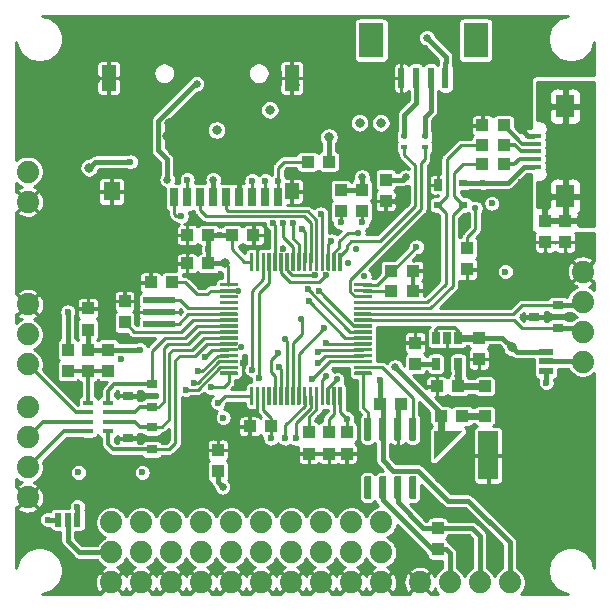
<source format=gtl>
G04 #@! TF.GenerationSoftware,KiCad,Pcbnew,(5.1.5)-3*
G04 #@! TF.CreationDate,2020-01-29T21:37:39+13:00*
G04 #@! TF.ProjectId,SimpleFC,53696d70-6c65-4464-932e-6b696361645f,rev?*
G04 #@! TF.SameCoordinates,Original*
G04 #@! TF.FileFunction,Copper,L1,Top*
G04 #@! TF.FilePolarity,Positive*
%FSLAX46Y46*%
G04 Gerber Fmt 4.6, Leading zero omitted, Abs format (unit mm)*
G04 Created by KiCad (PCBNEW (5.1.5)-3) date 2020-01-29 21:37:39*
%MOMM*%
%LPD*%
G04 APERTURE LIST*
%ADD10R,1.000000X1.100000*%
%ADD11R,1.100000X1.000000*%
%ADD12R,0.900000X0.800000*%
%ADD13R,0.700000X1.000000*%
%ADD14R,0.700000X0.600000*%
%ADD15C,1.880000*%
%ADD16R,0.700000X1.600000*%
%ADD17R,1.200000X1.400000*%
%ADD18R,1.200000X2.200000*%
%ADD19R,1.400000X1.600000*%
%ADD20R,0.500000X1.800000*%
%ADD21R,2.100000X3.000000*%
%ADD22R,1.200000X0.600000*%
%ADD23R,0.600000X1.200000*%
%ADD24R,0.600000X0.400000*%
%ADD25R,0.900000X0.400000*%
%ADD26R,2.700000X0.500000*%
%ADD27R,1.400000X0.400000*%
%ADD28R,1.500000X1.900000*%
%ADD29C,0.100000*%
%ADD30R,1.700000X4.100000*%
%ADD31R,1.000000X1.000000*%
%ADD32R,0.650000X1.060000*%
%ADD33C,0.650000*%
%ADD34C,0.800000*%
%ADD35C,0.900000*%
%ADD36C,0.600000*%
%ADD37C,0.550000*%
%ADD38C,0.640000*%
%ADD39C,0.250000*%
%ADD40C,0.400000*%
%ADD41C,0.300000*%
%ADD42C,0.600000*%
%ADD43C,0.254000*%
G04 APERTURE END LIST*
D10*
X134700000Y-101500000D03*
X134700000Y-99700000D03*
X152000000Y-112600000D03*
X152000000Y-110800000D03*
D11*
X159100000Y-98800000D03*
X157300000Y-98800000D03*
X140000000Y-94100000D03*
X141800000Y-94100000D03*
X141800000Y-96500000D03*
X140000000Y-96500000D03*
X145300000Y-110300000D03*
X147100000Y-110300000D03*
D10*
X153500000Y-110800000D03*
X153500000Y-112600000D03*
D11*
X159100000Y-97100000D03*
X157300000Y-97100000D03*
X145600000Y-94100000D03*
X143800000Y-94100000D03*
D10*
X131600000Y-103800000D03*
X131600000Y-105600000D03*
X156800000Y-89400000D03*
X156800000Y-91200000D03*
X142600000Y-114100000D03*
X142600000Y-112300000D03*
D11*
X156300000Y-108400000D03*
X158100000Y-108400000D03*
D10*
X170300000Y-92900000D03*
X170300000Y-94700000D03*
D12*
X135000000Y-111300000D03*
X137000000Y-110350000D03*
X137000000Y-112250000D03*
X137000000Y-108650000D03*
X137000000Y-106750000D03*
X135000000Y-107700000D03*
X169400000Y-101000000D03*
X171400000Y-100050000D03*
X171400000Y-101950000D03*
D13*
X161250000Y-89850000D03*
D14*
X161250000Y-91550000D03*
X163350000Y-91550000D03*
X163350000Y-89650000D03*
D15*
X126500000Y-88730000D03*
X126500000Y-91270000D03*
D16*
X138900000Y-90900000D03*
X140000000Y-90900000D03*
X141100000Y-90900000D03*
X142200000Y-90900000D03*
X143300000Y-90900000D03*
X144400000Y-90900000D03*
X145500000Y-90900000D03*
X146600000Y-90900000D03*
D17*
X148850000Y-90400000D03*
D18*
X148850000Y-80800000D03*
D19*
X133600000Y-90400000D03*
D18*
X133350000Y-80800000D03*
D16*
X147700000Y-90900000D03*
D15*
X173500000Y-104810000D03*
X173500000Y-102270000D03*
X173500000Y-99730000D03*
X173500000Y-97190000D03*
X167310000Y-123500000D03*
X164770000Y-123500000D03*
X162230000Y-123500000D03*
X159690000Y-123500000D03*
X126500000Y-116310000D03*
X126500000Y-113770000D03*
X126500000Y-111230000D03*
X126500000Y-108690000D03*
D20*
X158125000Y-80800000D03*
X159375000Y-80800000D03*
X160625000Y-80800000D03*
X161875000Y-80800000D03*
D21*
X155575000Y-77600000D03*
X164425000Y-77600000D03*
D15*
X126500000Y-105040000D03*
X126500000Y-102500000D03*
X126500000Y-99960000D03*
D22*
X170400000Y-105600000D03*
X170400000Y-104800000D03*
X170400000Y-104000000D03*
D23*
X130700000Y-118200000D03*
X129900000Y-118200000D03*
X129100000Y-118200000D03*
D10*
X150300000Y-112600000D03*
X150300000Y-110800000D03*
X131600000Y-100300000D03*
X131600000Y-102100000D03*
X153000000Y-90300000D03*
X153000000Y-92100000D03*
X154800000Y-92100000D03*
X154800000Y-90300000D03*
X129900000Y-105600000D03*
X129900000Y-103800000D03*
X133300000Y-105600000D03*
X133300000Y-103800000D03*
X161200000Y-120700000D03*
X161200000Y-118900000D03*
D11*
X166800000Y-86500000D03*
X165000000Y-86500000D03*
X165000000Y-88100000D03*
X166800000Y-88100000D03*
D24*
X158400000Y-85750000D03*
X158400000Y-86650000D03*
X160100000Y-86650000D03*
X160100000Y-85750000D03*
D11*
X165000000Y-84800000D03*
X166800000Y-84800000D03*
D10*
X172000000Y-92900000D03*
X172000000Y-94700000D03*
D25*
X131600000Y-109100000D03*
X131600000Y-109900000D03*
X131600000Y-108300000D03*
X131600000Y-110700000D03*
X133300000Y-108300000D03*
X133300000Y-109100000D03*
X133300000Y-109900000D03*
X133300000Y-110700000D03*
D26*
X137600000Y-99600000D03*
X137600000Y-100600000D03*
X137600000Y-101600000D03*
D27*
X169300000Y-87650000D03*
X169300000Y-87000000D03*
X169300000Y-85700000D03*
X169300000Y-86350000D03*
D28*
X172000000Y-90810000D03*
X172000000Y-83190000D03*
D27*
X169300000Y-88300000D03*
D15*
X156430000Y-118420000D03*
X133570000Y-118420000D03*
X136110000Y-118420000D03*
X138650000Y-118420000D03*
X141190000Y-118420000D03*
X143730000Y-118420000D03*
X146270000Y-118420000D03*
X148810000Y-118420000D03*
X151350000Y-118420000D03*
X153890000Y-118420000D03*
X153890000Y-120960000D03*
X151350000Y-120960000D03*
X148810000Y-120960000D03*
X146270000Y-120960000D03*
X143730000Y-120960000D03*
X141190000Y-120960000D03*
X138650000Y-120960000D03*
X136110000Y-120960000D03*
X133570000Y-120960000D03*
X156430000Y-120960000D03*
X156430000Y-123500000D03*
X133570000Y-123500000D03*
X136110000Y-123500000D03*
X138650000Y-123500000D03*
X141190000Y-123500000D03*
X143730000Y-123500000D03*
X146270000Y-123500000D03*
X148810000Y-123500000D03*
X151350000Y-123500000D03*
X153890000Y-123500000D03*
G04 #@! TA.AperFunction,SMDPad,CuDef*
D29*
G36*
X163302769Y-110699313D02*
G01*
X160899313Y-113102769D01*
X160898606Y-110699313D01*
X160899313Y-110698606D01*
X163302769Y-110699313D01*
G37*
G04 #@! TD.AperFunction*
D30*
X165500000Y-112750000D03*
D10*
X164700000Y-102800000D03*
X164700000Y-104600000D03*
X159300000Y-105000000D03*
X159300000Y-103200000D03*
D11*
X161150000Y-106900000D03*
X162950000Y-106900000D03*
D31*
X165200000Y-109400000D03*
X165200000Y-106900000D03*
D11*
X161500000Y-109400000D03*
X163300000Y-109400000D03*
X152000000Y-87900000D03*
X150200000Y-87900000D03*
D10*
X163700000Y-97000000D03*
X163700000Y-95200000D03*
D11*
X138700000Y-98100000D03*
X136900000Y-98100000D03*
G04 #@! TA.AperFunction,SMDPad,CuDef*
D29*
G36*
X144232351Y-98150361D02*
G01*
X144239632Y-98151441D01*
X144246771Y-98153229D01*
X144253701Y-98155709D01*
X144260355Y-98158856D01*
X144266668Y-98162640D01*
X144272579Y-98167024D01*
X144278033Y-98171967D01*
X144282976Y-98177421D01*
X144287360Y-98183332D01*
X144291144Y-98189645D01*
X144294291Y-98196299D01*
X144296771Y-98203229D01*
X144298559Y-98210368D01*
X144299639Y-98217649D01*
X144300000Y-98225000D01*
X144300000Y-98375000D01*
X144299639Y-98382351D01*
X144298559Y-98389632D01*
X144296771Y-98396771D01*
X144294291Y-98403701D01*
X144291144Y-98410355D01*
X144287360Y-98416668D01*
X144282976Y-98422579D01*
X144278033Y-98428033D01*
X144272579Y-98432976D01*
X144266668Y-98437360D01*
X144260355Y-98441144D01*
X144253701Y-98444291D01*
X144246771Y-98446771D01*
X144239632Y-98448559D01*
X144232351Y-98449639D01*
X144225000Y-98450000D01*
X142825000Y-98450000D01*
X142817649Y-98449639D01*
X142810368Y-98448559D01*
X142803229Y-98446771D01*
X142796299Y-98444291D01*
X142789645Y-98441144D01*
X142783332Y-98437360D01*
X142777421Y-98432976D01*
X142771967Y-98428033D01*
X142767024Y-98422579D01*
X142762640Y-98416668D01*
X142758856Y-98410355D01*
X142755709Y-98403701D01*
X142753229Y-98396771D01*
X142751441Y-98389632D01*
X142750361Y-98382351D01*
X142750000Y-98375000D01*
X142750000Y-98225000D01*
X142750361Y-98217649D01*
X142751441Y-98210368D01*
X142753229Y-98203229D01*
X142755709Y-98196299D01*
X142758856Y-98189645D01*
X142762640Y-98183332D01*
X142767024Y-98177421D01*
X142771967Y-98171967D01*
X142777421Y-98167024D01*
X142783332Y-98162640D01*
X142789645Y-98158856D01*
X142796299Y-98155709D01*
X142803229Y-98153229D01*
X142810368Y-98151441D01*
X142817649Y-98150361D01*
X142825000Y-98150000D01*
X144225000Y-98150000D01*
X144232351Y-98150361D01*
G37*
G04 #@! TD.AperFunction*
G04 #@! TA.AperFunction,SMDPad,CuDef*
G36*
X144232351Y-98650361D02*
G01*
X144239632Y-98651441D01*
X144246771Y-98653229D01*
X144253701Y-98655709D01*
X144260355Y-98658856D01*
X144266668Y-98662640D01*
X144272579Y-98667024D01*
X144278033Y-98671967D01*
X144282976Y-98677421D01*
X144287360Y-98683332D01*
X144291144Y-98689645D01*
X144294291Y-98696299D01*
X144296771Y-98703229D01*
X144298559Y-98710368D01*
X144299639Y-98717649D01*
X144300000Y-98725000D01*
X144300000Y-98875000D01*
X144299639Y-98882351D01*
X144298559Y-98889632D01*
X144296771Y-98896771D01*
X144294291Y-98903701D01*
X144291144Y-98910355D01*
X144287360Y-98916668D01*
X144282976Y-98922579D01*
X144278033Y-98928033D01*
X144272579Y-98932976D01*
X144266668Y-98937360D01*
X144260355Y-98941144D01*
X144253701Y-98944291D01*
X144246771Y-98946771D01*
X144239632Y-98948559D01*
X144232351Y-98949639D01*
X144225000Y-98950000D01*
X142825000Y-98950000D01*
X142817649Y-98949639D01*
X142810368Y-98948559D01*
X142803229Y-98946771D01*
X142796299Y-98944291D01*
X142789645Y-98941144D01*
X142783332Y-98937360D01*
X142777421Y-98932976D01*
X142771967Y-98928033D01*
X142767024Y-98922579D01*
X142762640Y-98916668D01*
X142758856Y-98910355D01*
X142755709Y-98903701D01*
X142753229Y-98896771D01*
X142751441Y-98889632D01*
X142750361Y-98882351D01*
X142750000Y-98875000D01*
X142750000Y-98725000D01*
X142750361Y-98717649D01*
X142751441Y-98710368D01*
X142753229Y-98703229D01*
X142755709Y-98696299D01*
X142758856Y-98689645D01*
X142762640Y-98683332D01*
X142767024Y-98677421D01*
X142771967Y-98671967D01*
X142777421Y-98667024D01*
X142783332Y-98662640D01*
X142789645Y-98658856D01*
X142796299Y-98655709D01*
X142803229Y-98653229D01*
X142810368Y-98651441D01*
X142817649Y-98650361D01*
X142825000Y-98650000D01*
X144225000Y-98650000D01*
X144232351Y-98650361D01*
G37*
G04 #@! TD.AperFunction*
G04 #@! TA.AperFunction,SMDPad,CuDef*
G36*
X144232351Y-99150361D02*
G01*
X144239632Y-99151441D01*
X144246771Y-99153229D01*
X144253701Y-99155709D01*
X144260355Y-99158856D01*
X144266668Y-99162640D01*
X144272579Y-99167024D01*
X144278033Y-99171967D01*
X144282976Y-99177421D01*
X144287360Y-99183332D01*
X144291144Y-99189645D01*
X144294291Y-99196299D01*
X144296771Y-99203229D01*
X144298559Y-99210368D01*
X144299639Y-99217649D01*
X144300000Y-99225000D01*
X144300000Y-99375000D01*
X144299639Y-99382351D01*
X144298559Y-99389632D01*
X144296771Y-99396771D01*
X144294291Y-99403701D01*
X144291144Y-99410355D01*
X144287360Y-99416668D01*
X144282976Y-99422579D01*
X144278033Y-99428033D01*
X144272579Y-99432976D01*
X144266668Y-99437360D01*
X144260355Y-99441144D01*
X144253701Y-99444291D01*
X144246771Y-99446771D01*
X144239632Y-99448559D01*
X144232351Y-99449639D01*
X144225000Y-99450000D01*
X142825000Y-99450000D01*
X142817649Y-99449639D01*
X142810368Y-99448559D01*
X142803229Y-99446771D01*
X142796299Y-99444291D01*
X142789645Y-99441144D01*
X142783332Y-99437360D01*
X142777421Y-99432976D01*
X142771967Y-99428033D01*
X142767024Y-99422579D01*
X142762640Y-99416668D01*
X142758856Y-99410355D01*
X142755709Y-99403701D01*
X142753229Y-99396771D01*
X142751441Y-99389632D01*
X142750361Y-99382351D01*
X142750000Y-99375000D01*
X142750000Y-99225000D01*
X142750361Y-99217649D01*
X142751441Y-99210368D01*
X142753229Y-99203229D01*
X142755709Y-99196299D01*
X142758856Y-99189645D01*
X142762640Y-99183332D01*
X142767024Y-99177421D01*
X142771967Y-99171967D01*
X142777421Y-99167024D01*
X142783332Y-99162640D01*
X142789645Y-99158856D01*
X142796299Y-99155709D01*
X142803229Y-99153229D01*
X142810368Y-99151441D01*
X142817649Y-99150361D01*
X142825000Y-99150000D01*
X144225000Y-99150000D01*
X144232351Y-99150361D01*
G37*
G04 #@! TD.AperFunction*
G04 #@! TA.AperFunction,SMDPad,CuDef*
G36*
X144232351Y-99650361D02*
G01*
X144239632Y-99651441D01*
X144246771Y-99653229D01*
X144253701Y-99655709D01*
X144260355Y-99658856D01*
X144266668Y-99662640D01*
X144272579Y-99667024D01*
X144278033Y-99671967D01*
X144282976Y-99677421D01*
X144287360Y-99683332D01*
X144291144Y-99689645D01*
X144294291Y-99696299D01*
X144296771Y-99703229D01*
X144298559Y-99710368D01*
X144299639Y-99717649D01*
X144300000Y-99725000D01*
X144300000Y-99875000D01*
X144299639Y-99882351D01*
X144298559Y-99889632D01*
X144296771Y-99896771D01*
X144294291Y-99903701D01*
X144291144Y-99910355D01*
X144287360Y-99916668D01*
X144282976Y-99922579D01*
X144278033Y-99928033D01*
X144272579Y-99932976D01*
X144266668Y-99937360D01*
X144260355Y-99941144D01*
X144253701Y-99944291D01*
X144246771Y-99946771D01*
X144239632Y-99948559D01*
X144232351Y-99949639D01*
X144225000Y-99950000D01*
X142825000Y-99950000D01*
X142817649Y-99949639D01*
X142810368Y-99948559D01*
X142803229Y-99946771D01*
X142796299Y-99944291D01*
X142789645Y-99941144D01*
X142783332Y-99937360D01*
X142777421Y-99932976D01*
X142771967Y-99928033D01*
X142767024Y-99922579D01*
X142762640Y-99916668D01*
X142758856Y-99910355D01*
X142755709Y-99903701D01*
X142753229Y-99896771D01*
X142751441Y-99889632D01*
X142750361Y-99882351D01*
X142750000Y-99875000D01*
X142750000Y-99725000D01*
X142750361Y-99717649D01*
X142751441Y-99710368D01*
X142753229Y-99703229D01*
X142755709Y-99696299D01*
X142758856Y-99689645D01*
X142762640Y-99683332D01*
X142767024Y-99677421D01*
X142771967Y-99671967D01*
X142777421Y-99667024D01*
X142783332Y-99662640D01*
X142789645Y-99658856D01*
X142796299Y-99655709D01*
X142803229Y-99653229D01*
X142810368Y-99651441D01*
X142817649Y-99650361D01*
X142825000Y-99650000D01*
X144225000Y-99650000D01*
X144232351Y-99650361D01*
G37*
G04 #@! TD.AperFunction*
G04 #@! TA.AperFunction,SMDPad,CuDef*
G36*
X144232351Y-100150361D02*
G01*
X144239632Y-100151441D01*
X144246771Y-100153229D01*
X144253701Y-100155709D01*
X144260355Y-100158856D01*
X144266668Y-100162640D01*
X144272579Y-100167024D01*
X144278033Y-100171967D01*
X144282976Y-100177421D01*
X144287360Y-100183332D01*
X144291144Y-100189645D01*
X144294291Y-100196299D01*
X144296771Y-100203229D01*
X144298559Y-100210368D01*
X144299639Y-100217649D01*
X144300000Y-100225000D01*
X144300000Y-100375000D01*
X144299639Y-100382351D01*
X144298559Y-100389632D01*
X144296771Y-100396771D01*
X144294291Y-100403701D01*
X144291144Y-100410355D01*
X144287360Y-100416668D01*
X144282976Y-100422579D01*
X144278033Y-100428033D01*
X144272579Y-100432976D01*
X144266668Y-100437360D01*
X144260355Y-100441144D01*
X144253701Y-100444291D01*
X144246771Y-100446771D01*
X144239632Y-100448559D01*
X144232351Y-100449639D01*
X144225000Y-100450000D01*
X142825000Y-100450000D01*
X142817649Y-100449639D01*
X142810368Y-100448559D01*
X142803229Y-100446771D01*
X142796299Y-100444291D01*
X142789645Y-100441144D01*
X142783332Y-100437360D01*
X142777421Y-100432976D01*
X142771967Y-100428033D01*
X142767024Y-100422579D01*
X142762640Y-100416668D01*
X142758856Y-100410355D01*
X142755709Y-100403701D01*
X142753229Y-100396771D01*
X142751441Y-100389632D01*
X142750361Y-100382351D01*
X142750000Y-100375000D01*
X142750000Y-100225000D01*
X142750361Y-100217649D01*
X142751441Y-100210368D01*
X142753229Y-100203229D01*
X142755709Y-100196299D01*
X142758856Y-100189645D01*
X142762640Y-100183332D01*
X142767024Y-100177421D01*
X142771967Y-100171967D01*
X142777421Y-100167024D01*
X142783332Y-100162640D01*
X142789645Y-100158856D01*
X142796299Y-100155709D01*
X142803229Y-100153229D01*
X142810368Y-100151441D01*
X142817649Y-100150361D01*
X142825000Y-100150000D01*
X144225000Y-100150000D01*
X144232351Y-100150361D01*
G37*
G04 #@! TD.AperFunction*
G04 #@! TA.AperFunction,SMDPad,CuDef*
G36*
X144232351Y-100650361D02*
G01*
X144239632Y-100651441D01*
X144246771Y-100653229D01*
X144253701Y-100655709D01*
X144260355Y-100658856D01*
X144266668Y-100662640D01*
X144272579Y-100667024D01*
X144278033Y-100671967D01*
X144282976Y-100677421D01*
X144287360Y-100683332D01*
X144291144Y-100689645D01*
X144294291Y-100696299D01*
X144296771Y-100703229D01*
X144298559Y-100710368D01*
X144299639Y-100717649D01*
X144300000Y-100725000D01*
X144300000Y-100875000D01*
X144299639Y-100882351D01*
X144298559Y-100889632D01*
X144296771Y-100896771D01*
X144294291Y-100903701D01*
X144291144Y-100910355D01*
X144287360Y-100916668D01*
X144282976Y-100922579D01*
X144278033Y-100928033D01*
X144272579Y-100932976D01*
X144266668Y-100937360D01*
X144260355Y-100941144D01*
X144253701Y-100944291D01*
X144246771Y-100946771D01*
X144239632Y-100948559D01*
X144232351Y-100949639D01*
X144225000Y-100950000D01*
X142825000Y-100950000D01*
X142817649Y-100949639D01*
X142810368Y-100948559D01*
X142803229Y-100946771D01*
X142796299Y-100944291D01*
X142789645Y-100941144D01*
X142783332Y-100937360D01*
X142777421Y-100932976D01*
X142771967Y-100928033D01*
X142767024Y-100922579D01*
X142762640Y-100916668D01*
X142758856Y-100910355D01*
X142755709Y-100903701D01*
X142753229Y-100896771D01*
X142751441Y-100889632D01*
X142750361Y-100882351D01*
X142750000Y-100875000D01*
X142750000Y-100725000D01*
X142750361Y-100717649D01*
X142751441Y-100710368D01*
X142753229Y-100703229D01*
X142755709Y-100696299D01*
X142758856Y-100689645D01*
X142762640Y-100683332D01*
X142767024Y-100677421D01*
X142771967Y-100671967D01*
X142777421Y-100667024D01*
X142783332Y-100662640D01*
X142789645Y-100658856D01*
X142796299Y-100655709D01*
X142803229Y-100653229D01*
X142810368Y-100651441D01*
X142817649Y-100650361D01*
X142825000Y-100650000D01*
X144225000Y-100650000D01*
X144232351Y-100650361D01*
G37*
G04 #@! TD.AperFunction*
G04 #@! TA.AperFunction,SMDPad,CuDef*
G36*
X144232351Y-101150361D02*
G01*
X144239632Y-101151441D01*
X144246771Y-101153229D01*
X144253701Y-101155709D01*
X144260355Y-101158856D01*
X144266668Y-101162640D01*
X144272579Y-101167024D01*
X144278033Y-101171967D01*
X144282976Y-101177421D01*
X144287360Y-101183332D01*
X144291144Y-101189645D01*
X144294291Y-101196299D01*
X144296771Y-101203229D01*
X144298559Y-101210368D01*
X144299639Y-101217649D01*
X144300000Y-101225000D01*
X144300000Y-101375000D01*
X144299639Y-101382351D01*
X144298559Y-101389632D01*
X144296771Y-101396771D01*
X144294291Y-101403701D01*
X144291144Y-101410355D01*
X144287360Y-101416668D01*
X144282976Y-101422579D01*
X144278033Y-101428033D01*
X144272579Y-101432976D01*
X144266668Y-101437360D01*
X144260355Y-101441144D01*
X144253701Y-101444291D01*
X144246771Y-101446771D01*
X144239632Y-101448559D01*
X144232351Y-101449639D01*
X144225000Y-101450000D01*
X142825000Y-101450000D01*
X142817649Y-101449639D01*
X142810368Y-101448559D01*
X142803229Y-101446771D01*
X142796299Y-101444291D01*
X142789645Y-101441144D01*
X142783332Y-101437360D01*
X142777421Y-101432976D01*
X142771967Y-101428033D01*
X142767024Y-101422579D01*
X142762640Y-101416668D01*
X142758856Y-101410355D01*
X142755709Y-101403701D01*
X142753229Y-101396771D01*
X142751441Y-101389632D01*
X142750361Y-101382351D01*
X142750000Y-101375000D01*
X142750000Y-101225000D01*
X142750361Y-101217649D01*
X142751441Y-101210368D01*
X142753229Y-101203229D01*
X142755709Y-101196299D01*
X142758856Y-101189645D01*
X142762640Y-101183332D01*
X142767024Y-101177421D01*
X142771967Y-101171967D01*
X142777421Y-101167024D01*
X142783332Y-101162640D01*
X142789645Y-101158856D01*
X142796299Y-101155709D01*
X142803229Y-101153229D01*
X142810368Y-101151441D01*
X142817649Y-101150361D01*
X142825000Y-101150000D01*
X144225000Y-101150000D01*
X144232351Y-101150361D01*
G37*
G04 #@! TD.AperFunction*
G04 #@! TA.AperFunction,SMDPad,CuDef*
G36*
X144232351Y-101650361D02*
G01*
X144239632Y-101651441D01*
X144246771Y-101653229D01*
X144253701Y-101655709D01*
X144260355Y-101658856D01*
X144266668Y-101662640D01*
X144272579Y-101667024D01*
X144278033Y-101671967D01*
X144282976Y-101677421D01*
X144287360Y-101683332D01*
X144291144Y-101689645D01*
X144294291Y-101696299D01*
X144296771Y-101703229D01*
X144298559Y-101710368D01*
X144299639Y-101717649D01*
X144300000Y-101725000D01*
X144300000Y-101875000D01*
X144299639Y-101882351D01*
X144298559Y-101889632D01*
X144296771Y-101896771D01*
X144294291Y-101903701D01*
X144291144Y-101910355D01*
X144287360Y-101916668D01*
X144282976Y-101922579D01*
X144278033Y-101928033D01*
X144272579Y-101932976D01*
X144266668Y-101937360D01*
X144260355Y-101941144D01*
X144253701Y-101944291D01*
X144246771Y-101946771D01*
X144239632Y-101948559D01*
X144232351Y-101949639D01*
X144225000Y-101950000D01*
X142825000Y-101950000D01*
X142817649Y-101949639D01*
X142810368Y-101948559D01*
X142803229Y-101946771D01*
X142796299Y-101944291D01*
X142789645Y-101941144D01*
X142783332Y-101937360D01*
X142777421Y-101932976D01*
X142771967Y-101928033D01*
X142767024Y-101922579D01*
X142762640Y-101916668D01*
X142758856Y-101910355D01*
X142755709Y-101903701D01*
X142753229Y-101896771D01*
X142751441Y-101889632D01*
X142750361Y-101882351D01*
X142750000Y-101875000D01*
X142750000Y-101725000D01*
X142750361Y-101717649D01*
X142751441Y-101710368D01*
X142753229Y-101703229D01*
X142755709Y-101696299D01*
X142758856Y-101689645D01*
X142762640Y-101683332D01*
X142767024Y-101677421D01*
X142771967Y-101671967D01*
X142777421Y-101667024D01*
X142783332Y-101662640D01*
X142789645Y-101658856D01*
X142796299Y-101655709D01*
X142803229Y-101653229D01*
X142810368Y-101651441D01*
X142817649Y-101650361D01*
X142825000Y-101650000D01*
X144225000Y-101650000D01*
X144232351Y-101650361D01*
G37*
G04 #@! TD.AperFunction*
G04 #@! TA.AperFunction,SMDPad,CuDef*
G36*
X144232351Y-102150361D02*
G01*
X144239632Y-102151441D01*
X144246771Y-102153229D01*
X144253701Y-102155709D01*
X144260355Y-102158856D01*
X144266668Y-102162640D01*
X144272579Y-102167024D01*
X144278033Y-102171967D01*
X144282976Y-102177421D01*
X144287360Y-102183332D01*
X144291144Y-102189645D01*
X144294291Y-102196299D01*
X144296771Y-102203229D01*
X144298559Y-102210368D01*
X144299639Y-102217649D01*
X144300000Y-102225000D01*
X144300000Y-102375000D01*
X144299639Y-102382351D01*
X144298559Y-102389632D01*
X144296771Y-102396771D01*
X144294291Y-102403701D01*
X144291144Y-102410355D01*
X144287360Y-102416668D01*
X144282976Y-102422579D01*
X144278033Y-102428033D01*
X144272579Y-102432976D01*
X144266668Y-102437360D01*
X144260355Y-102441144D01*
X144253701Y-102444291D01*
X144246771Y-102446771D01*
X144239632Y-102448559D01*
X144232351Y-102449639D01*
X144225000Y-102450000D01*
X142825000Y-102450000D01*
X142817649Y-102449639D01*
X142810368Y-102448559D01*
X142803229Y-102446771D01*
X142796299Y-102444291D01*
X142789645Y-102441144D01*
X142783332Y-102437360D01*
X142777421Y-102432976D01*
X142771967Y-102428033D01*
X142767024Y-102422579D01*
X142762640Y-102416668D01*
X142758856Y-102410355D01*
X142755709Y-102403701D01*
X142753229Y-102396771D01*
X142751441Y-102389632D01*
X142750361Y-102382351D01*
X142750000Y-102375000D01*
X142750000Y-102225000D01*
X142750361Y-102217649D01*
X142751441Y-102210368D01*
X142753229Y-102203229D01*
X142755709Y-102196299D01*
X142758856Y-102189645D01*
X142762640Y-102183332D01*
X142767024Y-102177421D01*
X142771967Y-102171967D01*
X142777421Y-102167024D01*
X142783332Y-102162640D01*
X142789645Y-102158856D01*
X142796299Y-102155709D01*
X142803229Y-102153229D01*
X142810368Y-102151441D01*
X142817649Y-102150361D01*
X142825000Y-102150000D01*
X144225000Y-102150000D01*
X144232351Y-102150361D01*
G37*
G04 #@! TD.AperFunction*
G04 #@! TA.AperFunction,SMDPad,CuDef*
G36*
X144232351Y-102650361D02*
G01*
X144239632Y-102651441D01*
X144246771Y-102653229D01*
X144253701Y-102655709D01*
X144260355Y-102658856D01*
X144266668Y-102662640D01*
X144272579Y-102667024D01*
X144278033Y-102671967D01*
X144282976Y-102677421D01*
X144287360Y-102683332D01*
X144291144Y-102689645D01*
X144294291Y-102696299D01*
X144296771Y-102703229D01*
X144298559Y-102710368D01*
X144299639Y-102717649D01*
X144300000Y-102725000D01*
X144300000Y-102875000D01*
X144299639Y-102882351D01*
X144298559Y-102889632D01*
X144296771Y-102896771D01*
X144294291Y-102903701D01*
X144291144Y-102910355D01*
X144287360Y-102916668D01*
X144282976Y-102922579D01*
X144278033Y-102928033D01*
X144272579Y-102932976D01*
X144266668Y-102937360D01*
X144260355Y-102941144D01*
X144253701Y-102944291D01*
X144246771Y-102946771D01*
X144239632Y-102948559D01*
X144232351Y-102949639D01*
X144225000Y-102950000D01*
X142825000Y-102950000D01*
X142817649Y-102949639D01*
X142810368Y-102948559D01*
X142803229Y-102946771D01*
X142796299Y-102944291D01*
X142789645Y-102941144D01*
X142783332Y-102937360D01*
X142777421Y-102932976D01*
X142771967Y-102928033D01*
X142767024Y-102922579D01*
X142762640Y-102916668D01*
X142758856Y-102910355D01*
X142755709Y-102903701D01*
X142753229Y-102896771D01*
X142751441Y-102889632D01*
X142750361Y-102882351D01*
X142750000Y-102875000D01*
X142750000Y-102725000D01*
X142750361Y-102717649D01*
X142751441Y-102710368D01*
X142753229Y-102703229D01*
X142755709Y-102696299D01*
X142758856Y-102689645D01*
X142762640Y-102683332D01*
X142767024Y-102677421D01*
X142771967Y-102671967D01*
X142777421Y-102667024D01*
X142783332Y-102662640D01*
X142789645Y-102658856D01*
X142796299Y-102655709D01*
X142803229Y-102653229D01*
X142810368Y-102651441D01*
X142817649Y-102650361D01*
X142825000Y-102650000D01*
X144225000Y-102650000D01*
X144232351Y-102650361D01*
G37*
G04 #@! TD.AperFunction*
G04 #@! TA.AperFunction,SMDPad,CuDef*
G36*
X144232351Y-103150361D02*
G01*
X144239632Y-103151441D01*
X144246771Y-103153229D01*
X144253701Y-103155709D01*
X144260355Y-103158856D01*
X144266668Y-103162640D01*
X144272579Y-103167024D01*
X144278033Y-103171967D01*
X144282976Y-103177421D01*
X144287360Y-103183332D01*
X144291144Y-103189645D01*
X144294291Y-103196299D01*
X144296771Y-103203229D01*
X144298559Y-103210368D01*
X144299639Y-103217649D01*
X144300000Y-103225000D01*
X144300000Y-103375000D01*
X144299639Y-103382351D01*
X144298559Y-103389632D01*
X144296771Y-103396771D01*
X144294291Y-103403701D01*
X144291144Y-103410355D01*
X144287360Y-103416668D01*
X144282976Y-103422579D01*
X144278033Y-103428033D01*
X144272579Y-103432976D01*
X144266668Y-103437360D01*
X144260355Y-103441144D01*
X144253701Y-103444291D01*
X144246771Y-103446771D01*
X144239632Y-103448559D01*
X144232351Y-103449639D01*
X144225000Y-103450000D01*
X142825000Y-103450000D01*
X142817649Y-103449639D01*
X142810368Y-103448559D01*
X142803229Y-103446771D01*
X142796299Y-103444291D01*
X142789645Y-103441144D01*
X142783332Y-103437360D01*
X142777421Y-103432976D01*
X142771967Y-103428033D01*
X142767024Y-103422579D01*
X142762640Y-103416668D01*
X142758856Y-103410355D01*
X142755709Y-103403701D01*
X142753229Y-103396771D01*
X142751441Y-103389632D01*
X142750361Y-103382351D01*
X142750000Y-103375000D01*
X142750000Y-103225000D01*
X142750361Y-103217649D01*
X142751441Y-103210368D01*
X142753229Y-103203229D01*
X142755709Y-103196299D01*
X142758856Y-103189645D01*
X142762640Y-103183332D01*
X142767024Y-103177421D01*
X142771967Y-103171967D01*
X142777421Y-103167024D01*
X142783332Y-103162640D01*
X142789645Y-103158856D01*
X142796299Y-103155709D01*
X142803229Y-103153229D01*
X142810368Y-103151441D01*
X142817649Y-103150361D01*
X142825000Y-103150000D01*
X144225000Y-103150000D01*
X144232351Y-103150361D01*
G37*
G04 #@! TD.AperFunction*
G04 #@! TA.AperFunction,SMDPad,CuDef*
G36*
X144232351Y-103650361D02*
G01*
X144239632Y-103651441D01*
X144246771Y-103653229D01*
X144253701Y-103655709D01*
X144260355Y-103658856D01*
X144266668Y-103662640D01*
X144272579Y-103667024D01*
X144278033Y-103671967D01*
X144282976Y-103677421D01*
X144287360Y-103683332D01*
X144291144Y-103689645D01*
X144294291Y-103696299D01*
X144296771Y-103703229D01*
X144298559Y-103710368D01*
X144299639Y-103717649D01*
X144300000Y-103725000D01*
X144300000Y-103875000D01*
X144299639Y-103882351D01*
X144298559Y-103889632D01*
X144296771Y-103896771D01*
X144294291Y-103903701D01*
X144291144Y-103910355D01*
X144287360Y-103916668D01*
X144282976Y-103922579D01*
X144278033Y-103928033D01*
X144272579Y-103932976D01*
X144266668Y-103937360D01*
X144260355Y-103941144D01*
X144253701Y-103944291D01*
X144246771Y-103946771D01*
X144239632Y-103948559D01*
X144232351Y-103949639D01*
X144225000Y-103950000D01*
X142825000Y-103950000D01*
X142817649Y-103949639D01*
X142810368Y-103948559D01*
X142803229Y-103946771D01*
X142796299Y-103944291D01*
X142789645Y-103941144D01*
X142783332Y-103937360D01*
X142777421Y-103932976D01*
X142771967Y-103928033D01*
X142767024Y-103922579D01*
X142762640Y-103916668D01*
X142758856Y-103910355D01*
X142755709Y-103903701D01*
X142753229Y-103896771D01*
X142751441Y-103889632D01*
X142750361Y-103882351D01*
X142750000Y-103875000D01*
X142750000Y-103725000D01*
X142750361Y-103717649D01*
X142751441Y-103710368D01*
X142753229Y-103703229D01*
X142755709Y-103696299D01*
X142758856Y-103689645D01*
X142762640Y-103683332D01*
X142767024Y-103677421D01*
X142771967Y-103671967D01*
X142777421Y-103667024D01*
X142783332Y-103662640D01*
X142789645Y-103658856D01*
X142796299Y-103655709D01*
X142803229Y-103653229D01*
X142810368Y-103651441D01*
X142817649Y-103650361D01*
X142825000Y-103650000D01*
X144225000Y-103650000D01*
X144232351Y-103650361D01*
G37*
G04 #@! TD.AperFunction*
G04 #@! TA.AperFunction,SMDPad,CuDef*
G36*
X144232351Y-104150361D02*
G01*
X144239632Y-104151441D01*
X144246771Y-104153229D01*
X144253701Y-104155709D01*
X144260355Y-104158856D01*
X144266668Y-104162640D01*
X144272579Y-104167024D01*
X144278033Y-104171967D01*
X144282976Y-104177421D01*
X144287360Y-104183332D01*
X144291144Y-104189645D01*
X144294291Y-104196299D01*
X144296771Y-104203229D01*
X144298559Y-104210368D01*
X144299639Y-104217649D01*
X144300000Y-104225000D01*
X144300000Y-104375000D01*
X144299639Y-104382351D01*
X144298559Y-104389632D01*
X144296771Y-104396771D01*
X144294291Y-104403701D01*
X144291144Y-104410355D01*
X144287360Y-104416668D01*
X144282976Y-104422579D01*
X144278033Y-104428033D01*
X144272579Y-104432976D01*
X144266668Y-104437360D01*
X144260355Y-104441144D01*
X144253701Y-104444291D01*
X144246771Y-104446771D01*
X144239632Y-104448559D01*
X144232351Y-104449639D01*
X144225000Y-104450000D01*
X142825000Y-104450000D01*
X142817649Y-104449639D01*
X142810368Y-104448559D01*
X142803229Y-104446771D01*
X142796299Y-104444291D01*
X142789645Y-104441144D01*
X142783332Y-104437360D01*
X142777421Y-104432976D01*
X142771967Y-104428033D01*
X142767024Y-104422579D01*
X142762640Y-104416668D01*
X142758856Y-104410355D01*
X142755709Y-104403701D01*
X142753229Y-104396771D01*
X142751441Y-104389632D01*
X142750361Y-104382351D01*
X142750000Y-104375000D01*
X142750000Y-104225000D01*
X142750361Y-104217649D01*
X142751441Y-104210368D01*
X142753229Y-104203229D01*
X142755709Y-104196299D01*
X142758856Y-104189645D01*
X142762640Y-104183332D01*
X142767024Y-104177421D01*
X142771967Y-104171967D01*
X142777421Y-104167024D01*
X142783332Y-104162640D01*
X142789645Y-104158856D01*
X142796299Y-104155709D01*
X142803229Y-104153229D01*
X142810368Y-104151441D01*
X142817649Y-104150361D01*
X142825000Y-104150000D01*
X144225000Y-104150000D01*
X144232351Y-104150361D01*
G37*
G04 #@! TD.AperFunction*
G04 #@! TA.AperFunction,SMDPad,CuDef*
G36*
X144232351Y-104650361D02*
G01*
X144239632Y-104651441D01*
X144246771Y-104653229D01*
X144253701Y-104655709D01*
X144260355Y-104658856D01*
X144266668Y-104662640D01*
X144272579Y-104667024D01*
X144278033Y-104671967D01*
X144282976Y-104677421D01*
X144287360Y-104683332D01*
X144291144Y-104689645D01*
X144294291Y-104696299D01*
X144296771Y-104703229D01*
X144298559Y-104710368D01*
X144299639Y-104717649D01*
X144300000Y-104725000D01*
X144300000Y-104875000D01*
X144299639Y-104882351D01*
X144298559Y-104889632D01*
X144296771Y-104896771D01*
X144294291Y-104903701D01*
X144291144Y-104910355D01*
X144287360Y-104916668D01*
X144282976Y-104922579D01*
X144278033Y-104928033D01*
X144272579Y-104932976D01*
X144266668Y-104937360D01*
X144260355Y-104941144D01*
X144253701Y-104944291D01*
X144246771Y-104946771D01*
X144239632Y-104948559D01*
X144232351Y-104949639D01*
X144225000Y-104950000D01*
X142825000Y-104950000D01*
X142817649Y-104949639D01*
X142810368Y-104948559D01*
X142803229Y-104946771D01*
X142796299Y-104944291D01*
X142789645Y-104941144D01*
X142783332Y-104937360D01*
X142777421Y-104932976D01*
X142771967Y-104928033D01*
X142767024Y-104922579D01*
X142762640Y-104916668D01*
X142758856Y-104910355D01*
X142755709Y-104903701D01*
X142753229Y-104896771D01*
X142751441Y-104889632D01*
X142750361Y-104882351D01*
X142750000Y-104875000D01*
X142750000Y-104725000D01*
X142750361Y-104717649D01*
X142751441Y-104710368D01*
X142753229Y-104703229D01*
X142755709Y-104696299D01*
X142758856Y-104689645D01*
X142762640Y-104683332D01*
X142767024Y-104677421D01*
X142771967Y-104671967D01*
X142777421Y-104667024D01*
X142783332Y-104662640D01*
X142789645Y-104658856D01*
X142796299Y-104655709D01*
X142803229Y-104653229D01*
X142810368Y-104651441D01*
X142817649Y-104650361D01*
X142825000Y-104650000D01*
X144225000Y-104650000D01*
X144232351Y-104650361D01*
G37*
G04 #@! TD.AperFunction*
G04 #@! TA.AperFunction,SMDPad,CuDef*
G36*
X144232351Y-105150361D02*
G01*
X144239632Y-105151441D01*
X144246771Y-105153229D01*
X144253701Y-105155709D01*
X144260355Y-105158856D01*
X144266668Y-105162640D01*
X144272579Y-105167024D01*
X144278033Y-105171967D01*
X144282976Y-105177421D01*
X144287360Y-105183332D01*
X144291144Y-105189645D01*
X144294291Y-105196299D01*
X144296771Y-105203229D01*
X144298559Y-105210368D01*
X144299639Y-105217649D01*
X144300000Y-105225000D01*
X144300000Y-105375000D01*
X144299639Y-105382351D01*
X144298559Y-105389632D01*
X144296771Y-105396771D01*
X144294291Y-105403701D01*
X144291144Y-105410355D01*
X144287360Y-105416668D01*
X144282976Y-105422579D01*
X144278033Y-105428033D01*
X144272579Y-105432976D01*
X144266668Y-105437360D01*
X144260355Y-105441144D01*
X144253701Y-105444291D01*
X144246771Y-105446771D01*
X144239632Y-105448559D01*
X144232351Y-105449639D01*
X144225000Y-105450000D01*
X142825000Y-105450000D01*
X142817649Y-105449639D01*
X142810368Y-105448559D01*
X142803229Y-105446771D01*
X142796299Y-105444291D01*
X142789645Y-105441144D01*
X142783332Y-105437360D01*
X142777421Y-105432976D01*
X142771967Y-105428033D01*
X142767024Y-105422579D01*
X142762640Y-105416668D01*
X142758856Y-105410355D01*
X142755709Y-105403701D01*
X142753229Y-105396771D01*
X142751441Y-105389632D01*
X142750361Y-105382351D01*
X142750000Y-105375000D01*
X142750000Y-105225000D01*
X142750361Y-105217649D01*
X142751441Y-105210368D01*
X142753229Y-105203229D01*
X142755709Y-105196299D01*
X142758856Y-105189645D01*
X142762640Y-105183332D01*
X142767024Y-105177421D01*
X142771967Y-105171967D01*
X142777421Y-105167024D01*
X142783332Y-105162640D01*
X142789645Y-105158856D01*
X142796299Y-105155709D01*
X142803229Y-105153229D01*
X142810368Y-105151441D01*
X142817649Y-105150361D01*
X142825000Y-105150000D01*
X144225000Y-105150000D01*
X144232351Y-105150361D01*
G37*
G04 #@! TD.AperFunction*
G04 #@! TA.AperFunction,SMDPad,CuDef*
G36*
X144232351Y-105650361D02*
G01*
X144239632Y-105651441D01*
X144246771Y-105653229D01*
X144253701Y-105655709D01*
X144260355Y-105658856D01*
X144266668Y-105662640D01*
X144272579Y-105667024D01*
X144278033Y-105671967D01*
X144282976Y-105677421D01*
X144287360Y-105683332D01*
X144291144Y-105689645D01*
X144294291Y-105696299D01*
X144296771Y-105703229D01*
X144298559Y-105710368D01*
X144299639Y-105717649D01*
X144300000Y-105725000D01*
X144300000Y-105875000D01*
X144299639Y-105882351D01*
X144298559Y-105889632D01*
X144296771Y-105896771D01*
X144294291Y-105903701D01*
X144291144Y-105910355D01*
X144287360Y-105916668D01*
X144282976Y-105922579D01*
X144278033Y-105928033D01*
X144272579Y-105932976D01*
X144266668Y-105937360D01*
X144260355Y-105941144D01*
X144253701Y-105944291D01*
X144246771Y-105946771D01*
X144239632Y-105948559D01*
X144232351Y-105949639D01*
X144225000Y-105950000D01*
X142825000Y-105950000D01*
X142817649Y-105949639D01*
X142810368Y-105948559D01*
X142803229Y-105946771D01*
X142796299Y-105944291D01*
X142789645Y-105941144D01*
X142783332Y-105937360D01*
X142777421Y-105932976D01*
X142771967Y-105928033D01*
X142767024Y-105922579D01*
X142762640Y-105916668D01*
X142758856Y-105910355D01*
X142755709Y-105903701D01*
X142753229Y-105896771D01*
X142751441Y-105889632D01*
X142750361Y-105882351D01*
X142750000Y-105875000D01*
X142750000Y-105725000D01*
X142750361Y-105717649D01*
X142751441Y-105710368D01*
X142753229Y-105703229D01*
X142755709Y-105696299D01*
X142758856Y-105689645D01*
X142762640Y-105683332D01*
X142767024Y-105677421D01*
X142771967Y-105671967D01*
X142777421Y-105667024D01*
X142783332Y-105662640D01*
X142789645Y-105658856D01*
X142796299Y-105655709D01*
X142803229Y-105653229D01*
X142810368Y-105651441D01*
X142817649Y-105650361D01*
X142825000Y-105650000D01*
X144225000Y-105650000D01*
X144232351Y-105650361D01*
G37*
G04 #@! TD.AperFunction*
G04 #@! TA.AperFunction,SMDPad,CuDef*
G36*
X145532351Y-106950361D02*
G01*
X145539632Y-106951441D01*
X145546771Y-106953229D01*
X145553701Y-106955709D01*
X145560355Y-106958856D01*
X145566668Y-106962640D01*
X145572579Y-106967024D01*
X145578033Y-106971967D01*
X145582976Y-106977421D01*
X145587360Y-106983332D01*
X145591144Y-106989645D01*
X145594291Y-106996299D01*
X145596771Y-107003229D01*
X145598559Y-107010368D01*
X145599639Y-107017649D01*
X145600000Y-107025000D01*
X145600000Y-108425000D01*
X145599639Y-108432351D01*
X145598559Y-108439632D01*
X145596771Y-108446771D01*
X145594291Y-108453701D01*
X145591144Y-108460355D01*
X145587360Y-108466668D01*
X145582976Y-108472579D01*
X145578033Y-108478033D01*
X145572579Y-108482976D01*
X145566668Y-108487360D01*
X145560355Y-108491144D01*
X145553701Y-108494291D01*
X145546771Y-108496771D01*
X145539632Y-108498559D01*
X145532351Y-108499639D01*
X145525000Y-108500000D01*
X145375000Y-108500000D01*
X145367649Y-108499639D01*
X145360368Y-108498559D01*
X145353229Y-108496771D01*
X145346299Y-108494291D01*
X145339645Y-108491144D01*
X145333332Y-108487360D01*
X145327421Y-108482976D01*
X145321967Y-108478033D01*
X145317024Y-108472579D01*
X145312640Y-108466668D01*
X145308856Y-108460355D01*
X145305709Y-108453701D01*
X145303229Y-108446771D01*
X145301441Y-108439632D01*
X145300361Y-108432351D01*
X145300000Y-108425000D01*
X145300000Y-107025000D01*
X145300361Y-107017649D01*
X145301441Y-107010368D01*
X145303229Y-107003229D01*
X145305709Y-106996299D01*
X145308856Y-106989645D01*
X145312640Y-106983332D01*
X145317024Y-106977421D01*
X145321967Y-106971967D01*
X145327421Y-106967024D01*
X145333332Y-106962640D01*
X145339645Y-106958856D01*
X145346299Y-106955709D01*
X145353229Y-106953229D01*
X145360368Y-106951441D01*
X145367649Y-106950361D01*
X145375000Y-106950000D01*
X145525000Y-106950000D01*
X145532351Y-106950361D01*
G37*
G04 #@! TD.AperFunction*
G04 #@! TA.AperFunction,SMDPad,CuDef*
G36*
X146032351Y-106950361D02*
G01*
X146039632Y-106951441D01*
X146046771Y-106953229D01*
X146053701Y-106955709D01*
X146060355Y-106958856D01*
X146066668Y-106962640D01*
X146072579Y-106967024D01*
X146078033Y-106971967D01*
X146082976Y-106977421D01*
X146087360Y-106983332D01*
X146091144Y-106989645D01*
X146094291Y-106996299D01*
X146096771Y-107003229D01*
X146098559Y-107010368D01*
X146099639Y-107017649D01*
X146100000Y-107025000D01*
X146100000Y-108425000D01*
X146099639Y-108432351D01*
X146098559Y-108439632D01*
X146096771Y-108446771D01*
X146094291Y-108453701D01*
X146091144Y-108460355D01*
X146087360Y-108466668D01*
X146082976Y-108472579D01*
X146078033Y-108478033D01*
X146072579Y-108482976D01*
X146066668Y-108487360D01*
X146060355Y-108491144D01*
X146053701Y-108494291D01*
X146046771Y-108496771D01*
X146039632Y-108498559D01*
X146032351Y-108499639D01*
X146025000Y-108500000D01*
X145875000Y-108500000D01*
X145867649Y-108499639D01*
X145860368Y-108498559D01*
X145853229Y-108496771D01*
X145846299Y-108494291D01*
X145839645Y-108491144D01*
X145833332Y-108487360D01*
X145827421Y-108482976D01*
X145821967Y-108478033D01*
X145817024Y-108472579D01*
X145812640Y-108466668D01*
X145808856Y-108460355D01*
X145805709Y-108453701D01*
X145803229Y-108446771D01*
X145801441Y-108439632D01*
X145800361Y-108432351D01*
X145800000Y-108425000D01*
X145800000Y-107025000D01*
X145800361Y-107017649D01*
X145801441Y-107010368D01*
X145803229Y-107003229D01*
X145805709Y-106996299D01*
X145808856Y-106989645D01*
X145812640Y-106983332D01*
X145817024Y-106977421D01*
X145821967Y-106971967D01*
X145827421Y-106967024D01*
X145833332Y-106962640D01*
X145839645Y-106958856D01*
X145846299Y-106955709D01*
X145853229Y-106953229D01*
X145860368Y-106951441D01*
X145867649Y-106950361D01*
X145875000Y-106950000D01*
X146025000Y-106950000D01*
X146032351Y-106950361D01*
G37*
G04 #@! TD.AperFunction*
G04 #@! TA.AperFunction,SMDPad,CuDef*
G36*
X146532351Y-106950361D02*
G01*
X146539632Y-106951441D01*
X146546771Y-106953229D01*
X146553701Y-106955709D01*
X146560355Y-106958856D01*
X146566668Y-106962640D01*
X146572579Y-106967024D01*
X146578033Y-106971967D01*
X146582976Y-106977421D01*
X146587360Y-106983332D01*
X146591144Y-106989645D01*
X146594291Y-106996299D01*
X146596771Y-107003229D01*
X146598559Y-107010368D01*
X146599639Y-107017649D01*
X146600000Y-107025000D01*
X146600000Y-108425000D01*
X146599639Y-108432351D01*
X146598559Y-108439632D01*
X146596771Y-108446771D01*
X146594291Y-108453701D01*
X146591144Y-108460355D01*
X146587360Y-108466668D01*
X146582976Y-108472579D01*
X146578033Y-108478033D01*
X146572579Y-108482976D01*
X146566668Y-108487360D01*
X146560355Y-108491144D01*
X146553701Y-108494291D01*
X146546771Y-108496771D01*
X146539632Y-108498559D01*
X146532351Y-108499639D01*
X146525000Y-108500000D01*
X146375000Y-108500000D01*
X146367649Y-108499639D01*
X146360368Y-108498559D01*
X146353229Y-108496771D01*
X146346299Y-108494291D01*
X146339645Y-108491144D01*
X146333332Y-108487360D01*
X146327421Y-108482976D01*
X146321967Y-108478033D01*
X146317024Y-108472579D01*
X146312640Y-108466668D01*
X146308856Y-108460355D01*
X146305709Y-108453701D01*
X146303229Y-108446771D01*
X146301441Y-108439632D01*
X146300361Y-108432351D01*
X146300000Y-108425000D01*
X146300000Y-107025000D01*
X146300361Y-107017649D01*
X146301441Y-107010368D01*
X146303229Y-107003229D01*
X146305709Y-106996299D01*
X146308856Y-106989645D01*
X146312640Y-106983332D01*
X146317024Y-106977421D01*
X146321967Y-106971967D01*
X146327421Y-106967024D01*
X146333332Y-106962640D01*
X146339645Y-106958856D01*
X146346299Y-106955709D01*
X146353229Y-106953229D01*
X146360368Y-106951441D01*
X146367649Y-106950361D01*
X146375000Y-106950000D01*
X146525000Y-106950000D01*
X146532351Y-106950361D01*
G37*
G04 #@! TD.AperFunction*
G04 #@! TA.AperFunction,SMDPad,CuDef*
G36*
X147032351Y-106950361D02*
G01*
X147039632Y-106951441D01*
X147046771Y-106953229D01*
X147053701Y-106955709D01*
X147060355Y-106958856D01*
X147066668Y-106962640D01*
X147072579Y-106967024D01*
X147078033Y-106971967D01*
X147082976Y-106977421D01*
X147087360Y-106983332D01*
X147091144Y-106989645D01*
X147094291Y-106996299D01*
X147096771Y-107003229D01*
X147098559Y-107010368D01*
X147099639Y-107017649D01*
X147100000Y-107025000D01*
X147100000Y-108425000D01*
X147099639Y-108432351D01*
X147098559Y-108439632D01*
X147096771Y-108446771D01*
X147094291Y-108453701D01*
X147091144Y-108460355D01*
X147087360Y-108466668D01*
X147082976Y-108472579D01*
X147078033Y-108478033D01*
X147072579Y-108482976D01*
X147066668Y-108487360D01*
X147060355Y-108491144D01*
X147053701Y-108494291D01*
X147046771Y-108496771D01*
X147039632Y-108498559D01*
X147032351Y-108499639D01*
X147025000Y-108500000D01*
X146875000Y-108500000D01*
X146867649Y-108499639D01*
X146860368Y-108498559D01*
X146853229Y-108496771D01*
X146846299Y-108494291D01*
X146839645Y-108491144D01*
X146833332Y-108487360D01*
X146827421Y-108482976D01*
X146821967Y-108478033D01*
X146817024Y-108472579D01*
X146812640Y-108466668D01*
X146808856Y-108460355D01*
X146805709Y-108453701D01*
X146803229Y-108446771D01*
X146801441Y-108439632D01*
X146800361Y-108432351D01*
X146800000Y-108425000D01*
X146800000Y-107025000D01*
X146800361Y-107017649D01*
X146801441Y-107010368D01*
X146803229Y-107003229D01*
X146805709Y-106996299D01*
X146808856Y-106989645D01*
X146812640Y-106983332D01*
X146817024Y-106977421D01*
X146821967Y-106971967D01*
X146827421Y-106967024D01*
X146833332Y-106962640D01*
X146839645Y-106958856D01*
X146846299Y-106955709D01*
X146853229Y-106953229D01*
X146860368Y-106951441D01*
X146867649Y-106950361D01*
X146875000Y-106950000D01*
X147025000Y-106950000D01*
X147032351Y-106950361D01*
G37*
G04 #@! TD.AperFunction*
G04 #@! TA.AperFunction,SMDPad,CuDef*
G36*
X147532351Y-106950361D02*
G01*
X147539632Y-106951441D01*
X147546771Y-106953229D01*
X147553701Y-106955709D01*
X147560355Y-106958856D01*
X147566668Y-106962640D01*
X147572579Y-106967024D01*
X147578033Y-106971967D01*
X147582976Y-106977421D01*
X147587360Y-106983332D01*
X147591144Y-106989645D01*
X147594291Y-106996299D01*
X147596771Y-107003229D01*
X147598559Y-107010368D01*
X147599639Y-107017649D01*
X147600000Y-107025000D01*
X147600000Y-108425000D01*
X147599639Y-108432351D01*
X147598559Y-108439632D01*
X147596771Y-108446771D01*
X147594291Y-108453701D01*
X147591144Y-108460355D01*
X147587360Y-108466668D01*
X147582976Y-108472579D01*
X147578033Y-108478033D01*
X147572579Y-108482976D01*
X147566668Y-108487360D01*
X147560355Y-108491144D01*
X147553701Y-108494291D01*
X147546771Y-108496771D01*
X147539632Y-108498559D01*
X147532351Y-108499639D01*
X147525000Y-108500000D01*
X147375000Y-108500000D01*
X147367649Y-108499639D01*
X147360368Y-108498559D01*
X147353229Y-108496771D01*
X147346299Y-108494291D01*
X147339645Y-108491144D01*
X147333332Y-108487360D01*
X147327421Y-108482976D01*
X147321967Y-108478033D01*
X147317024Y-108472579D01*
X147312640Y-108466668D01*
X147308856Y-108460355D01*
X147305709Y-108453701D01*
X147303229Y-108446771D01*
X147301441Y-108439632D01*
X147300361Y-108432351D01*
X147300000Y-108425000D01*
X147300000Y-107025000D01*
X147300361Y-107017649D01*
X147301441Y-107010368D01*
X147303229Y-107003229D01*
X147305709Y-106996299D01*
X147308856Y-106989645D01*
X147312640Y-106983332D01*
X147317024Y-106977421D01*
X147321967Y-106971967D01*
X147327421Y-106967024D01*
X147333332Y-106962640D01*
X147339645Y-106958856D01*
X147346299Y-106955709D01*
X147353229Y-106953229D01*
X147360368Y-106951441D01*
X147367649Y-106950361D01*
X147375000Y-106950000D01*
X147525000Y-106950000D01*
X147532351Y-106950361D01*
G37*
G04 #@! TD.AperFunction*
G04 #@! TA.AperFunction,SMDPad,CuDef*
G36*
X148032351Y-106950361D02*
G01*
X148039632Y-106951441D01*
X148046771Y-106953229D01*
X148053701Y-106955709D01*
X148060355Y-106958856D01*
X148066668Y-106962640D01*
X148072579Y-106967024D01*
X148078033Y-106971967D01*
X148082976Y-106977421D01*
X148087360Y-106983332D01*
X148091144Y-106989645D01*
X148094291Y-106996299D01*
X148096771Y-107003229D01*
X148098559Y-107010368D01*
X148099639Y-107017649D01*
X148100000Y-107025000D01*
X148100000Y-108425000D01*
X148099639Y-108432351D01*
X148098559Y-108439632D01*
X148096771Y-108446771D01*
X148094291Y-108453701D01*
X148091144Y-108460355D01*
X148087360Y-108466668D01*
X148082976Y-108472579D01*
X148078033Y-108478033D01*
X148072579Y-108482976D01*
X148066668Y-108487360D01*
X148060355Y-108491144D01*
X148053701Y-108494291D01*
X148046771Y-108496771D01*
X148039632Y-108498559D01*
X148032351Y-108499639D01*
X148025000Y-108500000D01*
X147875000Y-108500000D01*
X147867649Y-108499639D01*
X147860368Y-108498559D01*
X147853229Y-108496771D01*
X147846299Y-108494291D01*
X147839645Y-108491144D01*
X147833332Y-108487360D01*
X147827421Y-108482976D01*
X147821967Y-108478033D01*
X147817024Y-108472579D01*
X147812640Y-108466668D01*
X147808856Y-108460355D01*
X147805709Y-108453701D01*
X147803229Y-108446771D01*
X147801441Y-108439632D01*
X147800361Y-108432351D01*
X147800000Y-108425000D01*
X147800000Y-107025000D01*
X147800361Y-107017649D01*
X147801441Y-107010368D01*
X147803229Y-107003229D01*
X147805709Y-106996299D01*
X147808856Y-106989645D01*
X147812640Y-106983332D01*
X147817024Y-106977421D01*
X147821967Y-106971967D01*
X147827421Y-106967024D01*
X147833332Y-106962640D01*
X147839645Y-106958856D01*
X147846299Y-106955709D01*
X147853229Y-106953229D01*
X147860368Y-106951441D01*
X147867649Y-106950361D01*
X147875000Y-106950000D01*
X148025000Y-106950000D01*
X148032351Y-106950361D01*
G37*
G04 #@! TD.AperFunction*
G04 #@! TA.AperFunction,SMDPad,CuDef*
G36*
X148532351Y-106950361D02*
G01*
X148539632Y-106951441D01*
X148546771Y-106953229D01*
X148553701Y-106955709D01*
X148560355Y-106958856D01*
X148566668Y-106962640D01*
X148572579Y-106967024D01*
X148578033Y-106971967D01*
X148582976Y-106977421D01*
X148587360Y-106983332D01*
X148591144Y-106989645D01*
X148594291Y-106996299D01*
X148596771Y-107003229D01*
X148598559Y-107010368D01*
X148599639Y-107017649D01*
X148600000Y-107025000D01*
X148600000Y-108425000D01*
X148599639Y-108432351D01*
X148598559Y-108439632D01*
X148596771Y-108446771D01*
X148594291Y-108453701D01*
X148591144Y-108460355D01*
X148587360Y-108466668D01*
X148582976Y-108472579D01*
X148578033Y-108478033D01*
X148572579Y-108482976D01*
X148566668Y-108487360D01*
X148560355Y-108491144D01*
X148553701Y-108494291D01*
X148546771Y-108496771D01*
X148539632Y-108498559D01*
X148532351Y-108499639D01*
X148525000Y-108500000D01*
X148375000Y-108500000D01*
X148367649Y-108499639D01*
X148360368Y-108498559D01*
X148353229Y-108496771D01*
X148346299Y-108494291D01*
X148339645Y-108491144D01*
X148333332Y-108487360D01*
X148327421Y-108482976D01*
X148321967Y-108478033D01*
X148317024Y-108472579D01*
X148312640Y-108466668D01*
X148308856Y-108460355D01*
X148305709Y-108453701D01*
X148303229Y-108446771D01*
X148301441Y-108439632D01*
X148300361Y-108432351D01*
X148300000Y-108425000D01*
X148300000Y-107025000D01*
X148300361Y-107017649D01*
X148301441Y-107010368D01*
X148303229Y-107003229D01*
X148305709Y-106996299D01*
X148308856Y-106989645D01*
X148312640Y-106983332D01*
X148317024Y-106977421D01*
X148321967Y-106971967D01*
X148327421Y-106967024D01*
X148333332Y-106962640D01*
X148339645Y-106958856D01*
X148346299Y-106955709D01*
X148353229Y-106953229D01*
X148360368Y-106951441D01*
X148367649Y-106950361D01*
X148375000Y-106950000D01*
X148525000Y-106950000D01*
X148532351Y-106950361D01*
G37*
G04 #@! TD.AperFunction*
G04 #@! TA.AperFunction,SMDPad,CuDef*
G36*
X149032351Y-106950361D02*
G01*
X149039632Y-106951441D01*
X149046771Y-106953229D01*
X149053701Y-106955709D01*
X149060355Y-106958856D01*
X149066668Y-106962640D01*
X149072579Y-106967024D01*
X149078033Y-106971967D01*
X149082976Y-106977421D01*
X149087360Y-106983332D01*
X149091144Y-106989645D01*
X149094291Y-106996299D01*
X149096771Y-107003229D01*
X149098559Y-107010368D01*
X149099639Y-107017649D01*
X149100000Y-107025000D01*
X149100000Y-108425000D01*
X149099639Y-108432351D01*
X149098559Y-108439632D01*
X149096771Y-108446771D01*
X149094291Y-108453701D01*
X149091144Y-108460355D01*
X149087360Y-108466668D01*
X149082976Y-108472579D01*
X149078033Y-108478033D01*
X149072579Y-108482976D01*
X149066668Y-108487360D01*
X149060355Y-108491144D01*
X149053701Y-108494291D01*
X149046771Y-108496771D01*
X149039632Y-108498559D01*
X149032351Y-108499639D01*
X149025000Y-108500000D01*
X148875000Y-108500000D01*
X148867649Y-108499639D01*
X148860368Y-108498559D01*
X148853229Y-108496771D01*
X148846299Y-108494291D01*
X148839645Y-108491144D01*
X148833332Y-108487360D01*
X148827421Y-108482976D01*
X148821967Y-108478033D01*
X148817024Y-108472579D01*
X148812640Y-108466668D01*
X148808856Y-108460355D01*
X148805709Y-108453701D01*
X148803229Y-108446771D01*
X148801441Y-108439632D01*
X148800361Y-108432351D01*
X148800000Y-108425000D01*
X148800000Y-107025000D01*
X148800361Y-107017649D01*
X148801441Y-107010368D01*
X148803229Y-107003229D01*
X148805709Y-106996299D01*
X148808856Y-106989645D01*
X148812640Y-106983332D01*
X148817024Y-106977421D01*
X148821967Y-106971967D01*
X148827421Y-106967024D01*
X148833332Y-106962640D01*
X148839645Y-106958856D01*
X148846299Y-106955709D01*
X148853229Y-106953229D01*
X148860368Y-106951441D01*
X148867649Y-106950361D01*
X148875000Y-106950000D01*
X149025000Y-106950000D01*
X149032351Y-106950361D01*
G37*
G04 #@! TD.AperFunction*
G04 #@! TA.AperFunction,SMDPad,CuDef*
G36*
X149532351Y-106950361D02*
G01*
X149539632Y-106951441D01*
X149546771Y-106953229D01*
X149553701Y-106955709D01*
X149560355Y-106958856D01*
X149566668Y-106962640D01*
X149572579Y-106967024D01*
X149578033Y-106971967D01*
X149582976Y-106977421D01*
X149587360Y-106983332D01*
X149591144Y-106989645D01*
X149594291Y-106996299D01*
X149596771Y-107003229D01*
X149598559Y-107010368D01*
X149599639Y-107017649D01*
X149600000Y-107025000D01*
X149600000Y-108425000D01*
X149599639Y-108432351D01*
X149598559Y-108439632D01*
X149596771Y-108446771D01*
X149594291Y-108453701D01*
X149591144Y-108460355D01*
X149587360Y-108466668D01*
X149582976Y-108472579D01*
X149578033Y-108478033D01*
X149572579Y-108482976D01*
X149566668Y-108487360D01*
X149560355Y-108491144D01*
X149553701Y-108494291D01*
X149546771Y-108496771D01*
X149539632Y-108498559D01*
X149532351Y-108499639D01*
X149525000Y-108500000D01*
X149375000Y-108500000D01*
X149367649Y-108499639D01*
X149360368Y-108498559D01*
X149353229Y-108496771D01*
X149346299Y-108494291D01*
X149339645Y-108491144D01*
X149333332Y-108487360D01*
X149327421Y-108482976D01*
X149321967Y-108478033D01*
X149317024Y-108472579D01*
X149312640Y-108466668D01*
X149308856Y-108460355D01*
X149305709Y-108453701D01*
X149303229Y-108446771D01*
X149301441Y-108439632D01*
X149300361Y-108432351D01*
X149300000Y-108425000D01*
X149300000Y-107025000D01*
X149300361Y-107017649D01*
X149301441Y-107010368D01*
X149303229Y-107003229D01*
X149305709Y-106996299D01*
X149308856Y-106989645D01*
X149312640Y-106983332D01*
X149317024Y-106977421D01*
X149321967Y-106971967D01*
X149327421Y-106967024D01*
X149333332Y-106962640D01*
X149339645Y-106958856D01*
X149346299Y-106955709D01*
X149353229Y-106953229D01*
X149360368Y-106951441D01*
X149367649Y-106950361D01*
X149375000Y-106950000D01*
X149525000Y-106950000D01*
X149532351Y-106950361D01*
G37*
G04 #@! TD.AperFunction*
G04 #@! TA.AperFunction,SMDPad,CuDef*
G36*
X150032351Y-106950361D02*
G01*
X150039632Y-106951441D01*
X150046771Y-106953229D01*
X150053701Y-106955709D01*
X150060355Y-106958856D01*
X150066668Y-106962640D01*
X150072579Y-106967024D01*
X150078033Y-106971967D01*
X150082976Y-106977421D01*
X150087360Y-106983332D01*
X150091144Y-106989645D01*
X150094291Y-106996299D01*
X150096771Y-107003229D01*
X150098559Y-107010368D01*
X150099639Y-107017649D01*
X150100000Y-107025000D01*
X150100000Y-108425000D01*
X150099639Y-108432351D01*
X150098559Y-108439632D01*
X150096771Y-108446771D01*
X150094291Y-108453701D01*
X150091144Y-108460355D01*
X150087360Y-108466668D01*
X150082976Y-108472579D01*
X150078033Y-108478033D01*
X150072579Y-108482976D01*
X150066668Y-108487360D01*
X150060355Y-108491144D01*
X150053701Y-108494291D01*
X150046771Y-108496771D01*
X150039632Y-108498559D01*
X150032351Y-108499639D01*
X150025000Y-108500000D01*
X149875000Y-108500000D01*
X149867649Y-108499639D01*
X149860368Y-108498559D01*
X149853229Y-108496771D01*
X149846299Y-108494291D01*
X149839645Y-108491144D01*
X149833332Y-108487360D01*
X149827421Y-108482976D01*
X149821967Y-108478033D01*
X149817024Y-108472579D01*
X149812640Y-108466668D01*
X149808856Y-108460355D01*
X149805709Y-108453701D01*
X149803229Y-108446771D01*
X149801441Y-108439632D01*
X149800361Y-108432351D01*
X149800000Y-108425000D01*
X149800000Y-107025000D01*
X149800361Y-107017649D01*
X149801441Y-107010368D01*
X149803229Y-107003229D01*
X149805709Y-106996299D01*
X149808856Y-106989645D01*
X149812640Y-106983332D01*
X149817024Y-106977421D01*
X149821967Y-106971967D01*
X149827421Y-106967024D01*
X149833332Y-106962640D01*
X149839645Y-106958856D01*
X149846299Y-106955709D01*
X149853229Y-106953229D01*
X149860368Y-106951441D01*
X149867649Y-106950361D01*
X149875000Y-106950000D01*
X150025000Y-106950000D01*
X150032351Y-106950361D01*
G37*
G04 #@! TD.AperFunction*
G04 #@! TA.AperFunction,SMDPad,CuDef*
G36*
X150532351Y-106950361D02*
G01*
X150539632Y-106951441D01*
X150546771Y-106953229D01*
X150553701Y-106955709D01*
X150560355Y-106958856D01*
X150566668Y-106962640D01*
X150572579Y-106967024D01*
X150578033Y-106971967D01*
X150582976Y-106977421D01*
X150587360Y-106983332D01*
X150591144Y-106989645D01*
X150594291Y-106996299D01*
X150596771Y-107003229D01*
X150598559Y-107010368D01*
X150599639Y-107017649D01*
X150600000Y-107025000D01*
X150600000Y-108425000D01*
X150599639Y-108432351D01*
X150598559Y-108439632D01*
X150596771Y-108446771D01*
X150594291Y-108453701D01*
X150591144Y-108460355D01*
X150587360Y-108466668D01*
X150582976Y-108472579D01*
X150578033Y-108478033D01*
X150572579Y-108482976D01*
X150566668Y-108487360D01*
X150560355Y-108491144D01*
X150553701Y-108494291D01*
X150546771Y-108496771D01*
X150539632Y-108498559D01*
X150532351Y-108499639D01*
X150525000Y-108500000D01*
X150375000Y-108500000D01*
X150367649Y-108499639D01*
X150360368Y-108498559D01*
X150353229Y-108496771D01*
X150346299Y-108494291D01*
X150339645Y-108491144D01*
X150333332Y-108487360D01*
X150327421Y-108482976D01*
X150321967Y-108478033D01*
X150317024Y-108472579D01*
X150312640Y-108466668D01*
X150308856Y-108460355D01*
X150305709Y-108453701D01*
X150303229Y-108446771D01*
X150301441Y-108439632D01*
X150300361Y-108432351D01*
X150300000Y-108425000D01*
X150300000Y-107025000D01*
X150300361Y-107017649D01*
X150301441Y-107010368D01*
X150303229Y-107003229D01*
X150305709Y-106996299D01*
X150308856Y-106989645D01*
X150312640Y-106983332D01*
X150317024Y-106977421D01*
X150321967Y-106971967D01*
X150327421Y-106967024D01*
X150333332Y-106962640D01*
X150339645Y-106958856D01*
X150346299Y-106955709D01*
X150353229Y-106953229D01*
X150360368Y-106951441D01*
X150367649Y-106950361D01*
X150375000Y-106950000D01*
X150525000Y-106950000D01*
X150532351Y-106950361D01*
G37*
G04 #@! TD.AperFunction*
G04 #@! TA.AperFunction,SMDPad,CuDef*
G36*
X151032351Y-106950361D02*
G01*
X151039632Y-106951441D01*
X151046771Y-106953229D01*
X151053701Y-106955709D01*
X151060355Y-106958856D01*
X151066668Y-106962640D01*
X151072579Y-106967024D01*
X151078033Y-106971967D01*
X151082976Y-106977421D01*
X151087360Y-106983332D01*
X151091144Y-106989645D01*
X151094291Y-106996299D01*
X151096771Y-107003229D01*
X151098559Y-107010368D01*
X151099639Y-107017649D01*
X151100000Y-107025000D01*
X151100000Y-108425000D01*
X151099639Y-108432351D01*
X151098559Y-108439632D01*
X151096771Y-108446771D01*
X151094291Y-108453701D01*
X151091144Y-108460355D01*
X151087360Y-108466668D01*
X151082976Y-108472579D01*
X151078033Y-108478033D01*
X151072579Y-108482976D01*
X151066668Y-108487360D01*
X151060355Y-108491144D01*
X151053701Y-108494291D01*
X151046771Y-108496771D01*
X151039632Y-108498559D01*
X151032351Y-108499639D01*
X151025000Y-108500000D01*
X150875000Y-108500000D01*
X150867649Y-108499639D01*
X150860368Y-108498559D01*
X150853229Y-108496771D01*
X150846299Y-108494291D01*
X150839645Y-108491144D01*
X150833332Y-108487360D01*
X150827421Y-108482976D01*
X150821967Y-108478033D01*
X150817024Y-108472579D01*
X150812640Y-108466668D01*
X150808856Y-108460355D01*
X150805709Y-108453701D01*
X150803229Y-108446771D01*
X150801441Y-108439632D01*
X150800361Y-108432351D01*
X150800000Y-108425000D01*
X150800000Y-107025000D01*
X150800361Y-107017649D01*
X150801441Y-107010368D01*
X150803229Y-107003229D01*
X150805709Y-106996299D01*
X150808856Y-106989645D01*
X150812640Y-106983332D01*
X150817024Y-106977421D01*
X150821967Y-106971967D01*
X150827421Y-106967024D01*
X150833332Y-106962640D01*
X150839645Y-106958856D01*
X150846299Y-106955709D01*
X150853229Y-106953229D01*
X150860368Y-106951441D01*
X150867649Y-106950361D01*
X150875000Y-106950000D01*
X151025000Y-106950000D01*
X151032351Y-106950361D01*
G37*
G04 #@! TD.AperFunction*
G04 #@! TA.AperFunction,SMDPad,CuDef*
G36*
X151532351Y-106950361D02*
G01*
X151539632Y-106951441D01*
X151546771Y-106953229D01*
X151553701Y-106955709D01*
X151560355Y-106958856D01*
X151566668Y-106962640D01*
X151572579Y-106967024D01*
X151578033Y-106971967D01*
X151582976Y-106977421D01*
X151587360Y-106983332D01*
X151591144Y-106989645D01*
X151594291Y-106996299D01*
X151596771Y-107003229D01*
X151598559Y-107010368D01*
X151599639Y-107017649D01*
X151600000Y-107025000D01*
X151600000Y-108425000D01*
X151599639Y-108432351D01*
X151598559Y-108439632D01*
X151596771Y-108446771D01*
X151594291Y-108453701D01*
X151591144Y-108460355D01*
X151587360Y-108466668D01*
X151582976Y-108472579D01*
X151578033Y-108478033D01*
X151572579Y-108482976D01*
X151566668Y-108487360D01*
X151560355Y-108491144D01*
X151553701Y-108494291D01*
X151546771Y-108496771D01*
X151539632Y-108498559D01*
X151532351Y-108499639D01*
X151525000Y-108500000D01*
X151375000Y-108500000D01*
X151367649Y-108499639D01*
X151360368Y-108498559D01*
X151353229Y-108496771D01*
X151346299Y-108494291D01*
X151339645Y-108491144D01*
X151333332Y-108487360D01*
X151327421Y-108482976D01*
X151321967Y-108478033D01*
X151317024Y-108472579D01*
X151312640Y-108466668D01*
X151308856Y-108460355D01*
X151305709Y-108453701D01*
X151303229Y-108446771D01*
X151301441Y-108439632D01*
X151300361Y-108432351D01*
X151300000Y-108425000D01*
X151300000Y-107025000D01*
X151300361Y-107017649D01*
X151301441Y-107010368D01*
X151303229Y-107003229D01*
X151305709Y-106996299D01*
X151308856Y-106989645D01*
X151312640Y-106983332D01*
X151317024Y-106977421D01*
X151321967Y-106971967D01*
X151327421Y-106967024D01*
X151333332Y-106962640D01*
X151339645Y-106958856D01*
X151346299Y-106955709D01*
X151353229Y-106953229D01*
X151360368Y-106951441D01*
X151367649Y-106950361D01*
X151375000Y-106950000D01*
X151525000Y-106950000D01*
X151532351Y-106950361D01*
G37*
G04 #@! TD.AperFunction*
G04 #@! TA.AperFunction,SMDPad,CuDef*
G36*
X152032351Y-106950361D02*
G01*
X152039632Y-106951441D01*
X152046771Y-106953229D01*
X152053701Y-106955709D01*
X152060355Y-106958856D01*
X152066668Y-106962640D01*
X152072579Y-106967024D01*
X152078033Y-106971967D01*
X152082976Y-106977421D01*
X152087360Y-106983332D01*
X152091144Y-106989645D01*
X152094291Y-106996299D01*
X152096771Y-107003229D01*
X152098559Y-107010368D01*
X152099639Y-107017649D01*
X152100000Y-107025000D01*
X152100000Y-108425000D01*
X152099639Y-108432351D01*
X152098559Y-108439632D01*
X152096771Y-108446771D01*
X152094291Y-108453701D01*
X152091144Y-108460355D01*
X152087360Y-108466668D01*
X152082976Y-108472579D01*
X152078033Y-108478033D01*
X152072579Y-108482976D01*
X152066668Y-108487360D01*
X152060355Y-108491144D01*
X152053701Y-108494291D01*
X152046771Y-108496771D01*
X152039632Y-108498559D01*
X152032351Y-108499639D01*
X152025000Y-108500000D01*
X151875000Y-108500000D01*
X151867649Y-108499639D01*
X151860368Y-108498559D01*
X151853229Y-108496771D01*
X151846299Y-108494291D01*
X151839645Y-108491144D01*
X151833332Y-108487360D01*
X151827421Y-108482976D01*
X151821967Y-108478033D01*
X151817024Y-108472579D01*
X151812640Y-108466668D01*
X151808856Y-108460355D01*
X151805709Y-108453701D01*
X151803229Y-108446771D01*
X151801441Y-108439632D01*
X151800361Y-108432351D01*
X151800000Y-108425000D01*
X151800000Y-107025000D01*
X151800361Y-107017649D01*
X151801441Y-107010368D01*
X151803229Y-107003229D01*
X151805709Y-106996299D01*
X151808856Y-106989645D01*
X151812640Y-106983332D01*
X151817024Y-106977421D01*
X151821967Y-106971967D01*
X151827421Y-106967024D01*
X151833332Y-106962640D01*
X151839645Y-106958856D01*
X151846299Y-106955709D01*
X151853229Y-106953229D01*
X151860368Y-106951441D01*
X151867649Y-106950361D01*
X151875000Y-106950000D01*
X152025000Y-106950000D01*
X152032351Y-106950361D01*
G37*
G04 #@! TD.AperFunction*
G04 #@! TA.AperFunction,SMDPad,CuDef*
G36*
X152532351Y-106950361D02*
G01*
X152539632Y-106951441D01*
X152546771Y-106953229D01*
X152553701Y-106955709D01*
X152560355Y-106958856D01*
X152566668Y-106962640D01*
X152572579Y-106967024D01*
X152578033Y-106971967D01*
X152582976Y-106977421D01*
X152587360Y-106983332D01*
X152591144Y-106989645D01*
X152594291Y-106996299D01*
X152596771Y-107003229D01*
X152598559Y-107010368D01*
X152599639Y-107017649D01*
X152600000Y-107025000D01*
X152600000Y-108425000D01*
X152599639Y-108432351D01*
X152598559Y-108439632D01*
X152596771Y-108446771D01*
X152594291Y-108453701D01*
X152591144Y-108460355D01*
X152587360Y-108466668D01*
X152582976Y-108472579D01*
X152578033Y-108478033D01*
X152572579Y-108482976D01*
X152566668Y-108487360D01*
X152560355Y-108491144D01*
X152553701Y-108494291D01*
X152546771Y-108496771D01*
X152539632Y-108498559D01*
X152532351Y-108499639D01*
X152525000Y-108500000D01*
X152375000Y-108500000D01*
X152367649Y-108499639D01*
X152360368Y-108498559D01*
X152353229Y-108496771D01*
X152346299Y-108494291D01*
X152339645Y-108491144D01*
X152333332Y-108487360D01*
X152327421Y-108482976D01*
X152321967Y-108478033D01*
X152317024Y-108472579D01*
X152312640Y-108466668D01*
X152308856Y-108460355D01*
X152305709Y-108453701D01*
X152303229Y-108446771D01*
X152301441Y-108439632D01*
X152300361Y-108432351D01*
X152300000Y-108425000D01*
X152300000Y-107025000D01*
X152300361Y-107017649D01*
X152301441Y-107010368D01*
X152303229Y-107003229D01*
X152305709Y-106996299D01*
X152308856Y-106989645D01*
X152312640Y-106983332D01*
X152317024Y-106977421D01*
X152321967Y-106971967D01*
X152327421Y-106967024D01*
X152333332Y-106962640D01*
X152339645Y-106958856D01*
X152346299Y-106955709D01*
X152353229Y-106953229D01*
X152360368Y-106951441D01*
X152367649Y-106950361D01*
X152375000Y-106950000D01*
X152525000Y-106950000D01*
X152532351Y-106950361D01*
G37*
G04 #@! TD.AperFunction*
G04 #@! TA.AperFunction,SMDPad,CuDef*
G36*
X153032351Y-106950361D02*
G01*
X153039632Y-106951441D01*
X153046771Y-106953229D01*
X153053701Y-106955709D01*
X153060355Y-106958856D01*
X153066668Y-106962640D01*
X153072579Y-106967024D01*
X153078033Y-106971967D01*
X153082976Y-106977421D01*
X153087360Y-106983332D01*
X153091144Y-106989645D01*
X153094291Y-106996299D01*
X153096771Y-107003229D01*
X153098559Y-107010368D01*
X153099639Y-107017649D01*
X153100000Y-107025000D01*
X153100000Y-108425000D01*
X153099639Y-108432351D01*
X153098559Y-108439632D01*
X153096771Y-108446771D01*
X153094291Y-108453701D01*
X153091144Y-108460355D01*
X153087360Y-108466668D01*
X153082976Y-108472579D01*
X153078033Y-108478033D01*
X153072579Y-108482976D01*
X153066668Y-108487360D01*
X153060355Y-108491144D01*
X153053701Y-108494291D01*
X153046771Y-108496771D01*
X153039632Y-108498559D01*
X153032351Y-108499639D01*
X153025000Y-108500000D01*
X152875000Y-108500000D01*
X152867649Y-108499639D01*
X152860368Y-108498559D01*
X152853229Y-108496771D01*
X152846299Y-108494291D01*
X152839645Y-108491144D01*
X152833332Y-108487360D01*
X152827421Y-108482976D01*
X152821967Y-108478033D01*
X152817024Y-108472579D01*
X152812640Y-108466668D01*
X152808856Y-108460355D01*
X152805709Y-108453701D01*
X152803229Y-108446771D01*
X152801441Y-108439632D01*
X152800361Y-108432351D01*
X152800000Y-108425000D01*
X152800000Y-107025000D01*
X152800361Y-107017649D01*
X152801441Y-107010368D01*
X152803229Y-107003229D01*
X152805709Y-106996299D01*
X152808856Y-106989645D01*
X152812640Y-106983332D01*
X152817024Y-106977421D01*
X152821967Y-106971967D01*
X152827421Y-106967024D01*
X152833332Y-106962640D01*
X152839645Y-106958856D01*
X152846299Y-106955709D01*
X152853229Y-106953229D01*
X152860368Y-106951441D01*
X152867649Y-106950361D01*
X152875000Y-106950000D01*
X153025000Y-106950000D01*
X153032351Y-106950361D01*
G37*
G04 #@! TD.AperFunction*
G04 #@! TA.AperFunction,SMDPad,CuDef*
G36*
X155582351Y-105650361D02*
G01*
X155589632Y-105651441D01*
X155596771Y-105653229D01*
X155603701Y-105655709D01*
X155610355Y-105658856D01*
X155616668Y-105662640D01*
X155622579Y-105667024D01*
X155628033Y-105671967D01*
X155632976Y-105677421D01*
X155637360Y-105683332D01*
X155641144Y-105689645D01*
X155644291Y-105696299D01*
X155646771Y-105703229D01*
X155648559Y-105710368D01*
X155649639Y-105717649D01*
X155650000Y-105725000D01*
X155650000Y-105875000D01*
X155649639Y-105882351D01*
X155648559Y-105889632D01*
X155646771Y-105896771D01*
X155644291Y-105903701D01*
X155641144Y-105910355D01*
X155637360Y-105916668D01*
X155632976Y-105922579D01*
X155628033Y-105928033D01*
X155622579Y-105932976D01*
X155616668Y-105937360D01*
X155610355Y-105941144D01*
X155603701Y-105944291D01*
X155596771Y-105946771D01*
X155589632Y-105948559D01*
X155582351Y-105949639D01*
X155575000Y-105950000D01*
X154175000Y-105950000D01*
X154167649Y-105949639D01*
X154160368Y-105948559D01*
X154153229Y-105946771D01*
X154146299Y-105944291D01*
X154139645Y-105941144D01*
X154133332Y-105937360D01*
X154127421Y-105932976D01*
X154121967Y-105928033D01*
X154117024Y-105922579D01*
X154112640Y-105916668D01*
X154108856Y-105910355D01*
X154105709Y-105903701D01*
X154103229Y-105896771D01*
X154101441Y-105889632D01*
X154100361Y-105882351D01*
X154100000Y-105875000D01*
X154100000Y-105725000D01*
X154100361Y-105717649D01*
X154101441Y-105710368D01*
X154103229Y-105703229D01*
X154105709Y-105696299D01*
X154108856Y-105689645D01*
X154112640Y-105683332D01*
X154117024Y-105677421D01*
X154121967Y-105671967D01*
X154127421Y-105667024D01*
X154133332Y-105662640D01*
X154139645Y-105658856D01*
X154146299Y-105655709D01*
X154153229Y-105653229D01*
X154160368Y-105651441D01*
X154167649Y-105650361D01*
X154175000Y-105650000D01*
X155575000Y-105650000D01*
X155582351Y-105650361D01*
G37*
G04 #@! TD.AperFunction*
G04 #@! TA.AperFunction,SMDPad,CuDef*
G36*
X155582351Y-105150361D02*
G01*
X155589632Y-105151441D01*
X155596771Y-105153229D01*
X155603701Y-105155709D01*
X155610355Y-105158856D01*
X155616668Y-105162640D01*
X155622579Y-105167024D01*
X155628033Y-105171967D01*
X155632976Y-105177421D01*
X155637360Y-105183332D01*
X155641144Y-105189645D01*
X155644291Y-105196299D01*
X155646771Y-105203229D01*
X155648559Y-105210368D01*
X155649639Y-105217649D01*
X155650000Y-105225000D01*
X155650000Y-105375000D01*
X155649639Y-105382351D01*
X155648559Y-105389632D01*
X155646771Y-105396771D01*
X155644291Y-105403701D01*
X155641144Y-105410355D01*
X155637360Y-105416668D01*
X155632976Y-105422579D01*
X155628033Y-105428033D01*
X155622579Y-105432976D01*
X155616668Y-105437360D01*
X155610355Y-105441144D01*
X155603701Y-105444291D01*
X155596771Y-105446771D01*
X155589632Y-105448559D01*
X155582351Y-105449639D01*
X155575000Y-105450000D01*
X154175000Y-105450000D01*
X154167649Y-105449639D01*
X154160368Y-105448559D01*
X154153229Y-105446771D01*
X154146299Y-105444291D01*
X154139645Y-105441144D01*
X154133332Y-105437360D01*
X154127421Y-105432976D01*
X154121967Y-105428033D01*
X154117024Y-105422579D01*
X154112640Y-105416668D01*
X154108856Y-105410355D01*
X154105709Y-105403701D01*
X154103229Y-105396771D01*
X154101441Y-105389632D01*
X154100361Y-105382351D01*
X154100000Y-105375000D01*
X154100000Y-105225000D01*
X154100361Y-105217649D01*
X154101441Y-105210368D01*
X154103229Y-105203229D01*
X154105709Y-105196299D01*
X154108856Y-105189645D01*
X154112640Y-105183332D01*
X154117024Y-105177421D01*
X154121967Y-105171967D01*
X154127421Y-105167024D01*
X154133332Y-105162640D01*
X154139645Y-105158856D01*
X154146299Y-105155709D01*
X154153229Y-105153229D01*
X154160368Y-105151441D01*
X154167649Y-105150361D01*
X154175000Y-105150000D01*
X155575000Y-105150000D01*
X155582351Y-105150361D01*
G37*
G04 #@! TD.AperFunction*
G04 #@! TA.AperFunction,SMDPad,CuDef*
G36*
X155582351Y-104650361D02*
G01*
X155589632Y-104651441D01*
X155596771Y-104653229D01*
X155603701Y-104655709D01*
X155610355Y-104658856D01*
X155616668Y-104662640D01*
X155622579Y-104667024D01*
X155628033Y-104671967D01*
X155632976Y-104677421D01*
X155637360Y-104683332D01*
X155641144Y-104689645D01*
X155644291Y-104696299D01*
X155646771Y-104703229D01*
X155648559Y-104710368D01*
X155649639Y-104717649D01*
X155650000Y-104725000D01*
X155650000Y-104875000D01*
X155649639Y-104882351D01*
X155648559Y-104889632D01*
X155646771Y-104896771D01*
X155644291Y-104903701D01*
X155641144Y-104910355D01*
X155637360Y-104916668D01*
X155632976Y-104922579D01*
X155628033Y-104928033D01*
X155622579Y-104932976D01*
X155616668Y-104937360D01*
X155610355Y-104941144D01*
X155603701Y-104944291D01*
X155596771Y-104946771D01*
X155589632Y-104948559D01*
X155582351Y-104949639D01*
X155575000Y-104950000D01*
X154175000Y-104950000D01*
X154167649Y-104949639D01*
X154160368Y-104948559D01*
X154153229Y-104946771D01*
X154146299Y-104944291D01*
X154139645Y-104941144D01*
X154133332Y-104937360D01*
X154127421Y-104932976D01*
X154121967Y-104928033D01*
X154117024Y-104922579D01*
X154112640Y-104916668D01*
X154108856Y-104910355D01*
X154105709Y-104903701D01*
X154103229Y-104896771D01*
X154101441Y-104889632D01*
X154100361Y-104882351D01*
X154100000Y-104875000D01*
X154100000Y-104725000D01*
X154100361Y-104717649D01*
X154101441Y-104710368D01*
X154103229Y-104703229D01*
X154105709Y-104696299D01*
X154108856Y-104689645D01*
X154112640Y-104683332D01*
X154117024Y-104677421D01*
X154121967Y-104671967D01*
X154127421Y-104667024D01*
X154133332Y-104662640D01*
X154139645Y-104658856D01*
X154146299Y-104655709D01*
X154153229Y-104653229D01*
X154160368Y-104651441D01*
X154167649Y-104650361D01*
X154175000Y-104650000D01*
X155575000Y-104650000D01*
X155582351Y-104650361D01*
G37*
G04 #@! TD.AperFunction*
G04 #@! TA.AperFunction,SMDPad,CuDef*
G36*
X155582351Y-104150361D02*
G01*
X155589632Y-104151441D01*
X155596771Y-104153229D01*
X155603701Y-104155709D01*
X155610355Y-104158856D01*
X155616668Y-104162640D01*
X155622579Y-104167024D01*
X155628033Y-104171967D01*
X155632976Y-104177421D01*
X155637360Y-104183332D01*
X155641144Y-104189645D01*
X155644291Y-104196299D01*
X155646771Y-104203229D01*
X155648559Y-104210368D01*
X155649639Y-104217649D01*
X155650000Y-104225000D01*
X155650000Y-104375000D01*
X155649639Y-104382351D01*
X155648559Y-104389632D01*
X155646771Y-104396771D01*
X155644291Y-104403701D01*
X155641144Y-104410355D01*
X155637360Y-104416668D01*
X155632976Y-104422579D01*
X155628033Y-104428033D01*
X155622579Y-104432976D01*
X155616668Y-104437360D01*
X155610355Y-104441144D01*
X155603701Y-104444291D01*
X155596771Y-104446771D01*
X155589632Y-104448559D01*
X155582351Y-104449639D01*
X155575000Y-104450000D01*
X154175000Y-104450000D01*
X154167649Y-104449639D01*
X154160368Y-104448559D01*
X154153229Y-104446771D01*
X154146299Y-104444291D01*
X154139645Y-104441144D01*
X154133332Y-104437360D01*
X154127421Y-104432976D01*
X154121967Y-104428033D01*
X154117024Y-104422579D01*
X154112640Y-104416668D01*
X154108856Y-104410355D01*
X154105709Y-104403701D01*
X154103229Y-104396771D01*
X154101441Y-104389632D01*
X154100361Y-104382351D01*
X154100000Y-104375000D01*
X154100000Y-104225000D01*
X154100361Y-104217649D01*
X154101441Y-104210368D01*
X154103229Y-104203229D01*
X154105709Y-104196299D01*
X154108856Y-104189645D01*
X154112640Y-104183332D01*
X154117024Y-104177421D01*
X154121967Y-104171967D01*
X154127421Y-104167024D01*
X154133332Y-104162640D01*
X154139645Y-104158856D01*
X154146299Y-104155709D01*
X154153229Y-104153229D01*
X154160368Y-104151441D01*
X154167649Y-104150361D01*
X154175000Y-104150000D01*
X155575000Y-104150000D01*
X155582351Y-104150361D01*
G37*
G04 #@! TD.AperFunction*
G04 #@! TA.AperFunction,SMDPad,CuDef*
G36*
X155582351Y-103650361D02*
G01*
X155589632Y-103651441D01*
X155596771Y-103653229D01*
X155603701Y-103655709D01*
X155610355Y-103658856D01*
X155616668Y-103662640D01*
X155622579Y-103667024D01*
X155628033Y-103671967D01*
X155632976Y-103677421D01*
X155637360Y-103683332D01*
X155641144Y-103689645D01*
X155644291Y-103696299D01*
X155646771Y-103703229D01*
X155648559Y-103710368D01*
X155649639Y-103717649D01*
X155650000Y-103725000D01*
X155650000Y-103875000D01*
X155649639Y-103882351D01*
X155648559Y-103889632D01*
X155646771Y-103896771D01*
X155644291Y-103903701D01*
X155641144Y-103910355D01*
X155637360Y-103916668D01*
X155632976Y-103922579D01*
X155628033Y-103928033D01*
X155622579Y-103932976D01*
X155616668Y-103937360D01*
X155610355Y-103941144D01*
X155603701Y-103944291D01*
X155596771Y-103946771D01*
X155589632Y-103948559D01*
X155582351Y-103949639D01*
X155575000Y-103950000D01*
X154175000Y-103950000D01*
X154167649Y-103949639D01*
X154160368Y-103948559D01*
X154153229Y-103946771D01*
X154146299Y-103944291D01*
X154139645Y-103941144D01*
X154133332Y-103937360D01*
X154127421Y-103932976D01*
X154121967Y-103928033D01*
X154117024Y-103922579D01*
X154112640Y-103916668D01*
X154108856Y-103910355D01*
X154105709Y-103903701D01*
X154103229Y-103896771D01*
X154101441Y-103889632D01*
X154100361Y-103882351D01*
X154100000Y-103875000D01*
X154100000Y-103725000D01*
X154100361Y-103717649D01*
X154101441Y-103710368D01*
X154103229Y-103703229D01*
X154105709Y-103696299D01*
X154108856Y-103689645D01*
X154112640Y-103683332D01*
X154117024Y-103677421D01*
X154121967Y-103671967D01*
X154127421Y-103667024D01*
X154133332Y-103662640D01*
X154139645Y-103658856D01*
X154146299Y-103655709D01*
X154153229Y-103653229D01*
X154160368Y-103651441D01*
X154167649Y-103650361D01*
X154175000Y-103650000D01*
X155575000Y-103650000D01*
X155582351Y-103650361D01*
G37*
G04 #@! TD.AperFunction*
G04 #@! TA.AperFunction,SMDPad,CuDef*
G36*
X155582351Y-103150361D02*
G01*
X155589632Y-103151441D01*
X155596771Y-103153229D01*
X155603701Y-103155709D01*
X155610355Y-103158856D01*
X155616668Y-103162640D01*
X155622579Y-103167024D01*
X155628033Y-103171967D01*
X155632976Y-103177421D01*
X155637360Y-103183332D01*
X155641144Y-103189645D01*
X155644291Y-103196299D01*
X155646771Y-103203229D01*
X155648559Y-103210368D01*
X155649639Y-103217649D01*
X155650000Y-103225000D01*
X155650000Y-103375000D01*
X155649639Y-103382351D01*
X155648559Y-103389632D01*
X155646771Y-103396771D01*
X155644291Y-103403701D01*
X155641144Y-103410355D01*
X155637360Y-103416668D01*
X155632976Y-103422579D01*
X155628033Y-103428033D01*
X155622579Y-103432976D01*
X155616668Y-103437360D01*
X155610355Y-103441144D01*
X155603701Y-103444291D01*
X155596771Y-103446771D01*
X155589632Y-103448559D01*
X155582351Y-103449639D01*
X155575000Y-103450000D01*
X154175000Y-103450000D01*
X154167649Y-103449639D01*
X154160368Y-103448559D01*
X154153229Y-103446771D01*
X154146299Y-103444291D01*
X154139645Y-103441144D01*
X154133332Y-103437360D01*
X154127421Y-103432976D01*
X154121967Y-103428033D01*
X154117024Y-103422579D01*
X154112640Y-103416668D01*
X154108856Y-103410355D01*
X154105709Y-103403701D01*
X154103229Y-103396771D01*
X154101441Y-103389632D01*
X154100361Y-103382351D01*
X154100000Y-103375000D01*
X154100000Y-103225000D01*
X154100361Y-103217649D01*
X154101441Y-103210368D01*
X154103229Y-103203229D01*
X154105709Y-103196299D01*
X154108856Y-103189645D01*
X154112640Y-103183332D01*
X154117024Y-103177421D01*
X154121967Y-103171967D01*
X154127421Y-103167024D01*
X154133332Y-103162640D01*
X154139645Y-103158856D01*
X154146299Y-103155709D01*
X154153229Y-103153229D01*
X154160368Y-103151441D01*
X154167649Y-103150361D01*
X154175000Y-103150000D01*
X155575000Y-103150000D01*
X155582351Y-103150361D01*
G37*
G04 #@! TD.AperFunction*
G04 #@! TA.AperFunction,SMDPad,CuDef*
G36*
X155582351Y-102650361D02*
G01*
X155589632Y-102651441D01*
X155596771Y-102653229D01*
X155603701Y-102655709D01*
X155610355Y-102658856D01*
X155616668Y-102662640D01*
X155622579Y-102667024D01*
X155628033Y-102671967D01*
X155632976Y-102677421D01*
X155637360Y-102683332D01*
X155641144Y-102689645D01*
X155644291Y-102696299D01*
X155646771Y-102703229D01*
X155648559Y-102710368D01*
X155649639Y-102717649D01*
X155650000Y-102725000D01*
X155650000Y-102875000D01*
X155649639Y-102882351D01*
X155648559Y-102889632D01*
X155646771Y-102896771D01*
X155644291Y-102903701D01*
X155641144Y-102910355D01*
X155637360Y-102916668D01*
X155632976Y-102922579D01*
X155628033Y-102928033D01*
X155622579Y-102932976D01*
X155616668Y-102937360D01*
X155610355Y-102941144D01*
X155603701Y-102944291D01*
X155596771Y-102946771D01*
X155589632Y-102948559D01*
X155582351Y-102949639D01*
X155575000Y-102950000D01*
X154175000Y-102950000D01*
X154167649Y-102949639D01*
X154160368Y-102948559D01*
X154153229Y-102946771D01*
X154146299Y-102944291D01*
X154139645Y-102941144D01*
X154133332Y-102937360D01*
X154127421Y-102932976D01*
X154121967Y-102928033D01*
X154117024Y-102922579D01*
X154112640Y-102916668D01*
X154108856Y-102910355D01*
X154105709Y-102903701D01*
X154103229Y-102896771D01*
X154101441Y-102889632D01*
X154100361Y-102882351D01*
X154100000Y-102875000D01*
X154100000Y-102725000D01*
X154100361Y-102717649D01*
X154101441Y-102710368D01*
X154103229Y-102703229D01*
X154105709Y-102696299D01*
X154108856Y-102689645D01*
X154112640Y-102683332D01*
X154117024Y-102677421D01*
X154121967Y-102671967D01*
X154127421Y-102667024D01*
X154133332Y-102662640D01*
X154139645Y-102658856D01*
X154146299Y-102655709D01*
X154153229Y-102653229D01*
X154160368Y-102651441D01*
X154167649Y-102650361D01*
X154175000Y-102650000D01*
X155575000Y-102650000D01*
X155582351Y-102650361D01*
G37*
G04 #@! TD.AperFunction*
G04 #@! TA.AperFunction,SMDPad,CuDef*
G36*
X155582351Y-102150361D02*
G01*
X155589632Y-102151441D01*
X155596771Y-102153229D01*
X155603701Y-102155709D01*
X155610355Y-102158856D01*
X155616668Y-102162640D01*
X155622579Y-102167024D01*
X155628033Y-102171967D01*
X155632976Y-102177421D01*
X155637360Y-102183332D01*
X155641144Y-102189645D01*
X155644291Y-102196299D01*
X155646771Y-102203229D01*
X155648559Y-102210368D01*
X155649639Y-102217649D01*
X155650000Y-102225000D01*
X155650000Y-102375000D01*
X155649639Y-102382351D01*
X155648559Y-102389632D01*
X155646771Y-102396771D01*
X155644291Y-102403701D01*
X155641144Y-102410355D01*
X155637360Y-102416668D01*
X155632976Y-102422579D01*
X155628033Y-102428033D01*
X155622579Y-102432976D01*
X155616668Y-102437360D01*
X155610355Y-102441144D01*
X155603701Y-102444291D01*
X155596771Y-102446771D01*
X155589632Y-102448559D01*
X155582351Y-102449639D01*
X155575000Y-102450000D01*
X154175000Y-102450000D01*
X154167649Y-102449639D01*
X154160368Y-102448559D01*
X154153229Y-102446771D01*
X154146299Y-102444291D01*
X154139645Y-102441144D01*
X154133332Y-102437360D01*
X154127421Y-102432976D01*
X154121967Y-102428033D01*
X154117024Y-102422579D01*
X154112640Y-102416668D01*
X154108856Y-102410355D01*
X154105709Y-102403701D01*
X154103229Y-102396771D01*
X154101441Y-102389632D01*
X154100361Y-102382351D01*
X154100000Y-102375000D01*
X154100000Y-102225000D01*
X154100361Y-102217649D01*
X154101441Y-102210368D01*
X154103229Y-102203229D01*
X154105709Y-102196299D01*
X154108856Y-102189645D01*
X154112640Y-102183332D01*
X154117024Y-102177421D01*
X154121967Y-102171967D01*
X154127421Y-102167024D01*
X154133332Y-102162640D01*
X154139645Y-102158856D01*
X154146299Y-102155709D01*
X154153229Y-102153229D01*
X154160368Y-102151441D01*
X154167649Y-102150361D01*
X154175000Y-102150000D01*
X155575000Y-102150000D01*
X155582351Y-102150361D01*
G37*
G04 #@! TD.AperFunction*
G04 #@! TA.AperFunction,SMDPad,CuDef*
G36*
X155582351Y-101650361D02*
G01*
X155589632Y-101651441D01*
X155596771Y-101653229D01*
X155603701Y-101655709D01*
X155610355Y-101658856D01*
X155616668Y-101662640D01*
X155622579Y-101667024D01*
X155628033Y-101671967D01*
X155632976Y-101677421D01*
X155637360Y-101683332D01*
X155641144Y-101689645D01*
X155644291Y-101696299D01*
X155646771Y-101703229D01*
X155648559Y-101710368D01*
X155649639Y-101717649D01*
X155650000Y-101725000D01*
X155650000Y-101875000D01*
X155649639Y-101882351D01*
X155648559Y-101889632D01*
X155646771Y-101896771D01*
X155644291Y-101903701D01*
X155641144Y-101910355D01*
X155637360Y-101916668D01*
X155632976Y-101922579D01*
X155628033Y-101928033D01*
X155622579Y-101932976D01*
X155616668Y-101937360D01*
X155610355Y-101941144D01*
X155603701Y-101944291D01*
X155596771Y-101946771D01*
X155589632Y-101948559D01*
X155582351Y-101949639D01*
X155575000Y-101950000D01*
X154175000Y-101950000D01*
X154167649Y-101949639D01*
X154160368Y-101948559D01*
X154153229Y-101946771D01*
X154146299Y-101944291D01*
X154139645Y-101941144D01*
X154133332Y-101937360D01*
X154127421Y-101932976D01*
X154121967Y-101928033D01*
X154117024Y-101922579D01*
X154112640Y-101916668D01*
X154108856Y-101910355D01*
X154105709Y-101903701D01*
X154103229Y-101896771D01*
X154101441Y-101889632D01*
X154100361Y-101882351D01*
X154100000Y-101875000D01*
X154100000Y-101725000D01*
X154100361Y-101717649D01*
X154101441Y-101710368D01*
X154103229Y-101703229D01*
X154105709Y-101696299D01*
X154108856Y-101689645D01*
X154112640Y-101683332D01*
X154117024Y-101677421D01*
X154121967Y-101671967D01*
X154127421Y-101667024D01*
X154133332Y-101662640D01*
X154139645Y-101658856D01*
X154146299Y-101655709D01*
X154153229Y-101653229D01*
X154160368Y-101651441D01*
X154167649Y-101650361D01*
X154175000Y-101650000D01*
X155575000Y-101650000D01*
X155582351Y-101650361D01*
G37*
G04 #@! TD.AperFunction*
G04 #@! TA.AperFunction,SMDPad,CuDef*
G36*
X155582351Y-101150361D02*
G01*
X155589632Y-101151441D01*
X155596771Y-101153229D01*
X155603701Y-101155709D01*
X155610355Y-101158856D01*
X155616668Y-101162640D01*
X155622579Y-101167024D01*
X155628033Y-101171967D01*
X155632976Y-101177421D01*
X155637360Y-101183332D01*
X155641144Y-101189645D01*
X155644291Y-101196299D01*
X155646771Y-101203229D01*
X155648559Y-101210368D01*
X155649639Y-101217649D01*
X155650000Y-101225000D01*
X155650000Y-101375000D01*
X155649639Y-101382351D01*
X155648559Y-101389632D01*
X155646771Y-101396771D01*
X155644291Y-101403701D01*
X155641144Y-101410355D01*
X155637360Y-101416668D01*
X155632976Y-101422579D01*
X155628033Y-101428033D01*
X155622579Y-101432976D01*
X155616668Y-101437360D01*
X155610355Y-101441144D01*
X155603701Y-101444291D01*
X155596771Y-101446771D01*
X155589632Y-101448559D01*
X155582351Y-101449639D01*
X155575000Y-101450000D01*
X154175000Y-101450000D01*
X154167649Y-101449639D01*
X154160368Y-101448559D01*
X154153229Y-101446771D01*
X154146299Y-101444291D01*
X154139645Y-101441144D01*
X154133332Y-101437360D01*
X154127421Y-101432976D01*
X154121967Y-101428033D01*
X154117024Y-101422579D01*
X154112640Y-101416668D01*
X154108856Y-101410355D01*
X154105709Y-101403701D01*
X154103229Y-101396771D01*
X154101441Y-101389632D01*
X154100361Y-101382351D01*
X154100000Y-101375000D01*
X154100000Y-101225000D01*
X154100361Y-101217649D01*
X154101441Y-101210368D01*
X154103229Y-101203229D01*
X154105709Y-101196299D01*
X154108856Y-101189645D01*
X154112640Y-101183332D01*
X154117024Y-101177421D01*
X154121967Y-101171967D01*
X154127421Y-101167024D01*
X154133332Y-101162640D01*
X154139645Y-101158856D01*
X154146299Y-101155709D01*
X154153229Y-101153229D01*
X154160368Y-101151441D01*
X154167649Y-101150361D01*
X154175000Y-101150000D01*
X155575000Y-101150000D01*
X155582351Y-101150361D01*
G37*
G04 #@! TD.AperFunction*
G04 #@! TA.AperFunction,SMDPad,CuDef*
G36*
X155582351Y-100650361D02*
G01*
X155589632Y-100651441D01*
X155596771Y-100653229D01*
X155603701Y-100655709D01*
X155610355Y-100658856D01*
X155616668Y-100662640D01*
X155622579Y-100667024D01*
X155628033Y-100671967D01*
X155632976Y-100677421D01*
X155637360Y-100683332D01*
X155641144Y-100689645D01*
X155644291Y-100696299D01*
X155646771Y-100703229D01*
X155648559Y-100710368D01*
X155649639Y-100717649D01*
X155650000Y-100725000D01*
X155650000Y-100875000D01*
X155649639Y-100882351D01*
X155648559Y-100889632D01*
X155646771Y-100896771D01*
X155644291Y-100903701D01*
X155641144Y-100910355D01*
X155637360Y-100916668D01*
X155632976Y-100922579D01*
X155628033Y-100928033D01*
X155622579Y-100932976D01*
X155616668Y-100937360D01*
X155610355Y-100941144D01*
X155603701Y-100944291D01*
X155596771Y-100946771D01*
X155589632Y-100948559D01*
X155582351Y-100949639D01*
X155575000Y-100950000D01*
X154175000Y-100950000D01*
X154167649Y-100949639D01*
X154160368Y-100948559D01*
X154153229Y-100946771D01*
X154146299Y-100944291D01*
X154139645Y-100941144D01*
X154133332Y-100937360D01*
X154127421Y-100932976D01*
X154121967Y-100928033D01*
X154117024Y-100922579D01*
X154112640Y-100916668D01*
X154108856Y-100910355D01*
X154105709Y-100903701D01*
X154103229Y-100896771D01*
X154101441Y-100889632D01*
X154100361Y-100882351D01*
X154100000Y-100875000D01*
X154100000Y-100725000D01*
X154100361Y-100717649D01*
X154101441Y-100710368D01*
X154103229Y-100703229D01*
X154105709Y-100696299D01*
X154108856Y-100689645D01*
X154112640Y-100683332D01*
X154117024Y-100677421D01*
X154121967Y-100671967D01*
X154127421Y-100667024D01*
X154133332Y-100662640D01*
X154139645Y-100658856D01*
X154146299Y-100655709D01*
X154153229Y-100653229D01*
X154160368Y-100651441D01*
X154167649Y-100650361D01*
X154175000Y-100650000D01*
X155575000Y-100650000D01*
X155582351Y-100650361D01*
G37*
G04 #@! TD.AperFunction*
G04 #@! TA.AperFunction,SMDPad,CuDef*
G36*
X155582351Y-100150361D02*
G01*
X155589632Y-100151441D01*
X155596771Y-100153229D01*
X155603701Y-100155709D01*
X155610355Y-100158856D01*
X155616668Y-100162640D01*
X155622579Y-100167024D01*
X155628033Y-100171967D01*
X155632976Y-100177421D01*
X155637360Y-100183332D01*
X155641144Y-100189645D01*
X155644291Y-100196299D01*
X155646771Y-100203229D01*
X155648559Y-100210368D01*
X155649639Y-100217649D01*
X155650000Y-100225000D01*
X155650000Y-100375000D01*
X155649639Y-100382351D01*
X155648559Y-100389632D01*
X155646771Y-100396771D01*
X155644291Y-100403701D01*
X155641144Y-100410355D01*
X155637360Y-100416668D01*
X155632976Y-100422579D01*
X155628033Y-100428033D01*
X155622579Y-100432976D01*
X155616668Y-100437360D01*
X155610355Y-100441144D01*
X155603701Y-100444291D01*
X155596771Y-100446771D01*
X155589632Y-100448559D01*
X155582351Y-100449639D01*
X155575000Y-100450000D01*
X154175000Y-100450000D01*
X154167649Y-100449639D01*
X154160368Y-100448559D01*
X154153229Y-100446771D01*
X154146299Y-100444291D01*
X154139645Y-100441144D01*
X154133332Y-100437360D01*
X154127421Y-100432976D01*
X154121967Y-100428033D01*
X154117024Y-100422579D01*
X154112640Y-100416668D01*
X154108856Y-100410355D01*
X154105709Y-100403701D01*
X154103229Y-100396771D01*
X154101441Y-100389632D01*
X154100361Y-100382351D01*
X154100000Y-100375000D01*
X154100000Y-100225000D01*
X154100361Y-100217649D01*
X154101441Y-100210368D01*
X154103229Y-100203229D01*
X154105709Y-100196299D01*
X154108856Y-100189645D01*
X154112640Y-100183332D01*
X154117024Y-100177421D01*
X154121967Y-100171967D01*
X154127421Y-100167024D01*
X154133332Y-100162640D01*
X154139645Y-100158856D01*
X154146299Y-100155709D01*
X154153229Y-100153229D01*
X154160368Y-100151441D01*
X154167649Y-100150361D01*
X154175000Y-100150000D01*
X155575000Y-100150000D01*
X155582351Y-100150361D01*
G37*
G04 #@! TD.AperFunction*
G04 #@! TA.AperFunction,SMDPad,CuDef*
G36*
X155582351Y-99650361D02*
G01*
X155589632Y-99651441D01*
X155596771Y-99653229D01*
X155603701Y-99655709D01*
X155610355Y-99658856D01*
X155616668Y-99662640D01*
X155622579Y-99667024D01*
X155628033Y-99671967D01*
X155632976Y-99677421D01*
X155637360Y-99683332D01*
X155641144Y-99689645D01*
X155644291Y-99696299D01*
X155646771Y-99703229D01*
X155648559Y-99710368D01*
X155649639Y-99717649D01*
X155650000Y-99725000D01*
X155650000Y-99875000D01*
X155649639Y-99882351D01*
X155648559Y-99889632D01*
X155646771Y-99896771D01*
X155644291Y-99903701D01*
X155641144Y-99910355D01*
X155637360Y-99916668D01*
X155632976Y-99922579D01*
X155628033Y-99928033D01*
X155622579Y-99932976D01*
X155616668Y-99937360D01*
X155610355Y-99941144D01*
X155603701Y-99944291D01*
X155596771Y-99946771D01*
X155589632Y-99948559D01*
X155582351Y-99949639D01*
X155575000Y-99950000D01*
X154175000Y-99950000D01*
X154167649Y-99949639D01*
X154160368Y-99948559D01*
X154153229Y-99946771D01*
X154146299Y-99944291D01*
X154139645Y-99941144D01*
X154133332Y-99937360D01*
X154127421Y-99932976D01*
X154121967Y-99928033D01*
X154117024Y-99922579D01*
X154112640Y-99916668D01*
X154108856Y-99910355D01*
X154105709Y-99903701D01*
X154103229Y-99896771D01*
X154101441Y-99889632D01*
X154100361Y-99882351D01*
X154100000Y-99875000D01*
X154100000Y-99725000D01*
X154100361Y-99717649D01*
X154101441Y-99710368D01*
X154103229Y-99703229D01*
X154105709Y-99696299D01*
X154108856Y-99689645D01*
X154112640Y-99683332D01*
X154117024Y-99677421D01*
X154121967Y-99671967D01*
X154127421Y-99667024D01*
X154133332Y-99662640D01*
X154139645Y-99658856D01*
X154146299Y-99655709D01*
X154153229Y-99653229D01*
X154160368Y-99651441D01*
X154167649Y-99650361D01*
X154175000Y-99650000D01*
X155575000Y-99650000D01*
X155582351Y-99650361D01*
G37*
G04 #@! TD.AperFunction*
G04 #@! TA.AperFunction,SMDPad,CuDef*
G36*
X155582351Y-99150361D02*
G01*
X155589632Y-99151441D01*
X155596771Y-99153229D01*
X155603701Y-99155709D01*
X155610355Y-99158856D01*
X155616668Y-99162640D01*
X155622579Y-99167024D01*
X155628033Y-99171967D01*
X155632976Y-99177421D01*
X155637360Y-99183332D01*
X155641144Y-99189645D01*
X155644291Y-99196299D01*
X155646771Y-99203229D01*
X155648559Y-99210368D01*
X155649639Y-99217649D01*
X155650000Y-99225000D01*
X155650000Y-99375000D01*
X155649639Y-99382351D01*
X155648559Y-99389632D01*
X155646771Y-99396771D01*
X155644291Y-99403701D01*
X155641144Y-99410355D01*
X155637360Y-99416668D01*
X155632976Y-99422579D01*
X155628033Y-99428033D01*
X155622579Y-99432976D01*
X155616668Y-99437360D01*
X155610355Y-99441144D01*
X155603701Y-99444291D01*
X155596771Y-99446771D01*
X155589632Y-99448559D01*
X155582351Y-99449639D01*
X155575000Y-99450000D01*
X154175000Y-99450000D01*
X154167649Y-99449639D01*
X154160368Y-99448559D01*
X154153229Y-99446771D01*
X154146299Y-99444291D01*
X154139645Y-99441144D01*
X154133332Y-99437360D01*
X154127421Y-99432976D01*
X154121967Y-99428033D01*
X154117024Y-99422579D01*
X154112640Y-99416668D01*
X154108856Y-99410355D01*
X154105709Y-99403701D01*
X154103229Y-99396771D01*
X154101441Y-99389632D01*
X154100361Y-99382351D01*
X154100000Y-99375000D01*
X154100000Y-99225000D01*
X154100361Y-99217649D01*
X154101441Y-99210368D01*
X154103229Y-99203229D01*
X154105709Y-99196299D01*
X154108856Y-99189645D01*
X154112640Y-99183332D01*
X154117024Y-99177421D01*
X154121967Y-99171967D01*
X154127421Y-99167024D01*
X154133332Y-99162640D01*
X154139645Y-99158856D01*
X154146299Y-99155709D01*
X154153229Y-99153229D01*
X154160368Y-99151441D01*
X154167649Y-99150361D01*
X154175000Y-99150000D01*
X155575000Y-99150000D01*
X155582351Y-99150361D01*
G37*
G04 #@! TD.AperFunction*
G04 #@! TA.AperFunction,SMDPad,CuDef*
G36*
X155582351Y-98650361D02*
G01*
X155589632Y-98651441D01*
X155596771Y-98653229D01*
X155603701Y-98655709D01*
X155610355Y-98658856D01*
X155616668Y-98662640D01*
X155622579Y-98667024D01*
X155628033Y-98671967D01*
X155632976Y-98677421D01*
X155637360Y-98683332D01*
X155641144Y-98689645D01*
X155644291Y-98696299D01*
X155646771Y-98703229D01*
X155648559Y-98710368D01*
X155649639Y-98717649D01*
X155650000Y-98725000D01*
X155650000Y-98875000D01*
X155649639Y-98882351D01*
X155648559Y-98889632D01*
X155646771Y-98896771D01*
X155644291Y-98903701D01*
X155641144Y-98910355D01*
X155637360Y-98916668D01*
X155632976Y-98922579D01*
X155628033Y-98928033D01*
X155622579Y-98932976D01*
X155616668Y-98937360D01*
X155610355Y-98941144D01*
X155603701Y-98944291D01*
X155596771Y-98946771D01*
X155589632Y-98948559D01*
X155582351Y-98949639D01*
X155575000Y-98950000D01*
X154175000Y-98950000D01*
X154167649Y-98949639D01*
X154160368Y-98948559D01*
X154153229Y-98946771D01*
X154146299Y-98944291D01*
X154139645Y-98941144D01*
X154133332Y-98937360D01*
X154127421Y-98932976D01*
X154121967Y-98928033D01*
X154117024Y-98922579D01*
X154112640Y-98916668D01*
X154108856Y-98910355D01*
X154105709Y-98903701D01*
X154103229Y-98896771D01*
X154101441Y-98889632D01*
X154100361Y-98882351D01*
X154100000Y-98875000D01*
X154100000Y-98725000D01*
X154100361Y-98717649D01*
X154101441Y-98710368D01*
X154103229Y-98703229D01*
X154105709Y-98696299D01*
X154108856Y-98689645D01*
X154112640Y-98683332D01*
X154117024Y-98677421D01*
X154121967Y-98671967D01*
X154127421Y-98667024D01*
X154133332Y-98662640D01*
X154139645Y-98658856D01*
X154146299Y-98655709D01*
X154153229Y-98653229D01*
X154160368Y-98651441D01*
X154167649Y-98650361D01*
X154175000Y-98650000D01*
X155575000Y-98650000D01*
X155582351Y-98650361D01*
G37*
G04 #@! TD.AperFunction*
G04 #@! TA.AperFunction,SMDPad,CuDef*
G36*
X155582351Y-98150361D02*
G01*
X155589632Y-98151441D01*
X155596771Y-98153229D01*
X155603701Y-98155709D01*
X155610355Y-98158856D01*
X155616668Y-98162640D01*
X155622579Y-98167024D01*
X155628033Y-98171967D01*
X155632976Y-98177421D01*
X155637360Y-98183332D01*
X155641144Y-98189645D01*
X155644291Y-98196299D01*
X155646771Y-98203229D01*
X155648559Y-98210368D01*
X155649639Y-98217649D01*
X155650000Y-98225000D01*
X155650000Y-98375000D01*
X155649639Y-98382351D01*
X155648559Y-98389632D01*
X155646771Y-98396771D01*
X155644291Y-98403701D01*
X155641144Y-98410355D01*
X155637360Y-98416668D01*
X155632976Y-98422579D01*
X155628033Y-98428033D01*
X155622579Y-98432976D01*
X155616668Y-98437360D01*
X155610355Y-98441144D01*
X155603701Y-98444291D01*
X155596771Y-98446771D01*
X155589632Y-98448559D01*
X155582351Y-98449639D01*
X155575000Y-98450000D01*
X154175000Y-98450000D01*
X154167649Y-98449639D01*
X154160368Y-98448559D01*
X154153229Y-98446771D01*
X154146299Y-98444291D01*
X154139645Y-98441144D01*
X154133332Y-98437360D01*
X154127421Y-98432976D01*
X154121967Y-98428033D01*
X154117024Y-98422579D01*
X154112640Y-98416668D01*
X154108856Y-98410355D01*
X154105709Y-98403701D01*
X154103229Y-98396771D01*
X154101441Y-98389632D01*
X154100361Y-98382351D01*
X154100000Y-98375000D01*
X154100000Y-98225000D01*
X154100361Y-98217649D01*
X154101441Y-98210368D01*
X154103229Y-98203229D01*
X154105709Y-98196299D01*
X154108856Y-98189645D01*
X154112640Y-98183332D01*
X154117024Y-98177421D01*
X154121967Y-98171967D01*
X154127421Y-98167024D01*
X154133332Y-98162640D01*
X154139645Y-98158856D01*
X154146299Y-98155709D01*
X154153229Y-98153229D01*
X154160368Y-98151441D01*
X154167649Y-98150361D01*
X154175000Y-98150000D01*
X155575000Y-98150000D01*
X155582351Y-98150361D01*
G37*
G04 #@! TD.AperFunction*
G04 #@! TA.AperFunction,SMDPad,CuDef*
G36*
X153032351Y-95600361D02*
G01*
X153039632Y-95601441D01*
X153046771Y-95603229D01*
X153053701Y-95605709D01*
X153060355Y-95608856D01*
X153066668Y-95612640D01*
X153072579Y-95617024D01*
X153078033Y-95621967D01*
X153082976Y-95627421D01*
X153087360Y-95633332D01*
X153091144Y-95639645D01*
X153094291Y-95646299D01*
X153096771Y-95653229D01*
X153098559Y-95660368D01*
X153099639Y-95667649D01*
X153100000Y-95675000D01*
X153100000Y-97075000D01*
X153099639Y-97082351D01*
X153098559Y-97089632D01*
X153096771Y-97096771D01*
X153094291Y-97103701D01*
X153091144Y-97110355D01*
X153087360Y-97116668D01*
X153082976Y-97122579D01*
X153078033Y-97128033D01*
X153072579Y-97132976D01*
X153066668Y-97137360D01*
X153060355Y-97141144D01*
X153053701Y-97144291D01*
X153046771Y-97146771D01*
X153039632Y-97148559D01*
X153032351Y-97149639D01*
X153025000Y-97150000D01*
X152875000Y-97150000D01*
X152867649Y-97149639D01*
X152860368Y-97148559D01*
X152853229Y-97146771D01*
X152846299Y-97144291D01*
X152839645Y-97141144D01*
X152833332Y-97137360D01*
X152827421Y-97132976D01*
X152821967Y-97128033D01*
X152817024Y-97122579D01*
X152812640Y-97116668D01*
X152808856Y-97110355D01*
X152805709Y-97103701D01*
X152803229Y-97096771D01*
X152801441Y-97089632D01*
X152800361Y-97082351D01*
X152800000Y-97075000D01*
X152800000Y-95675000D01*
X152800361Y-95667649D01*
X152801441Y-95660368D01*
X152803229Y-95653229D01*
X152805709Y-95646299D01*
X152808856Y-95639645D01*
X152812640Y-95633332D01*
X152817024Y-95627421D01*
X152821967Y-95621967D01*
X152827421Y-95617024D01*
X152833332Y-95612640D01*
X152839645Y-95608856D01*
X152846299Y-95605709D01*
X152853229Y-95603229D01*
X152860368Y-95601441D01*
X152867649Y-95600361D01*
X152875000Y-95600000D01*
X153025000Y-95600000D01*
X153032351Y-95600361D01*
G37*
G04 #@! TD.AperFunction*
G04 #@! TA.AperFunction,SMDPad,CuDef*
G36*
X152532351Y-95600361D02*
G01*
X152539632Y-95601441D01*
X152546771Y-95603229D01*
X152553701Y-95605709D01*
X152560355Y-95608856D01*
X152566668Y-95612640D01*
X152572579Y-95617024D01*
X152578033Y-95621967D01*
X152582976Y-95627421D01*
X152587360Y-95633332D01*
X152591144Y-95639645D01*
X152594291Y-95646299D01*
X152596771Y-95653229D01*
X152598559Y-95660368D01*
X152599639Y-95667649D01*
X152600000Y-95675000D01*
X152600000Y-97075000D01*
X152599639Y-97082351D01*
X152598559Y-97089632D01*
X152596771Y-97096771D01*
X152594291Y-97103701D01*
X152591144Y-97110355D01*
X152587360Y-97116668D01*
X152582976Y-97122579D01*
X152578033Y-97128033D01*
X152572579Y-97132976D01*
X152566668Y-97137360D01*
X152560355Y-97141144D01*
X152553701Y-97144291D01*
X152546771Y-97146771D01*
X152539632Y-97148559D01*
X152532351Y-97149639D01*
X152525000Y-97150000D01*
X152375000Y-97150000D01*
X152367649Y-97149639D01*
X152360368Y-97148559D01*
X152353229Y-97146771D01*
X152346299Y-97144291D01*
X152339645Y-97141144D01*
X152333332Y-97137360D01*
X152327421Y-97132976D01*
X152321967Y-97128033D01*
X152317024Y-97122579D01*
X152312640Y-97116668D01*
X152308856Y-97110355D01*
X152305709Y-97103701D01*
X152303229Y-97096771D01*
X152301441Y-97089632D01*
X152300361Y-97082351D01*
X152300000Y-97075000D01*
X152300000Y-95675000D01*
X152300361Y-95667649D01*
X152301441Y-95660368D01*
X152303229Y-95653229D01*
X152305709Y-95646299D01*
X152308856Y-95639645D01*
X152312640Y-95633332D01*
X152317024Y-95627421D01*
X152321967Y-95621967D01*
X152327421Y-95617024D01*
X152333332Y-95612640D01*
X152339645Y-95608856D01*
X152346299Y-95605709D01*
X152353229Y-95603229D01*
X152360368Y-95601441D01*
X152367649Y-95600361D01*
X152375000Y-95600000D01*
X152525000Y-95600000D01*
X152532351Y-95600361D01*
G37*
G04 #@! TD.AperFunction*
G04 #@! TA.AperFunction,SMDPad,CuDef*
G36*
X152032351Y-95600361D02*
G01*
X152039632Y-95601441D01*
X152046771Y-95603229D01*
X152053701Y-95605709D01*
X152060355Y-95608856D01*
X152066668Y-95612640D01*
X152072579Y-95617024D01*
X152078033Y-95621967D01*
X152082976Y-95627421D01*
X152087360Y-95633332D01*
X152091144Y-95639645D01*
X152094291Y-95646299D01*
X152096771Y-95653229D01*
X152098559Y-95660368D01*
X152099639Y-95667649D01*
X152100000Y-95675000D01*
X152100000Y-97075000D01*
X152099639Y-97082351D01*
X152098559Y-97089632D01*
X152096771Y-97096771D01*
X152094291Y-97103701D01*
X152091144Y-97110355D01*
X152087360Y-97116668D01*
X152082976Y-97122579D01*
X152078033Y-97128033D01*
X152072579Y-97132976D01*
X152066668Y-97137360D01*
X152060355Y-97141144D01*
X152053701Y-97144291D01*
X152046771Y-97146771D01*
X152039632Y-97148559D01*
X152032351Y-97149639D01*
X152025000Y-97150000D01*
X151875000Y-97150000D01*
X151867649Y-97149639D01*
X151860368Y-97148559D01*
X151853229Y-97146771D01*
X151846299Y-97144291D01*
X151839645Y-97141144D01*
X151833332Y-97137360D01*
X151827421Y-97132976D01*
X151821967Y-97128033D01*
X151817024Y-97122579D01*
X151812640Y-97116668D01*
X151808856Y-97110355D01*
X151805709Y-97103701D01*
X151803229Y-97096771D01*
X151801441Y-97089632D01*
X151800361Y-97082351D01*
X151800000Y-97075000D01*
X151800000Y-95675000D01*
X151800361Y-95667649D01*
X151801441Y-95660368D01*
X151803229Y-95653229D01*
X151805709Y-95646299D01*
X151808856Y-95639645D01*
X151812640Y-95633332D01*
X151817024Y-95627421D01*
X151821967Y-95621967D01*
X151827421Y-95617024D01*
X151833332Y-95612640D01*
X151839645Y-95608856D01*
X151846299Y-95605709D01*
X151853229Y-95603229D01*
X151860368Y-95601441D01*
X151867649Y-95600361D01*
X151875000Y-95600000D01*
X152025000Y-95600000D01*
X152032351Y-95600361D01*
G37*
G04 #@! TD.AperFunction*
G04 #@! TA.AperFunction,SMDPad,CuDef*
G36*
X151532351Y-95600361D02*
G01*
X151539632Y-95601441D01*
X151546771Y-95603229D01*
X151553701Y-95605709D01*
X151560355Y-95608856D01*
X151566668Y-95612640D01*
X151572579Y-95617024D01*
X151578033Y-95621967D01*
X151582976Y-95627421D01*
X151587360Y-95633332D01*
X151591144Y-95639645D01*
X151594291Y-95646299D01*
X151596771Y-95653229D01*
X151598559Y-95660368D01*
X151599639Y-95667649D01*
X151600000Y-95675000D01*
X151600000Y-97075000D01*
X151599639Y-97082351D01*
X151598559Y-97089632D01*
X151596771Y-97096771D01*
X151594291Y-97103701D01*
X151591144Y-97110355D01*
X151587360Y-97116668D01*
X151582976Y-97122579D01*
X151578033Y-97128033D01*
X151572579Y-97132976D01*
X151566668Y-97137360D01*
X151560355Y-97141144D01*
X151553701Y-97144291D01*
X151546771Y-97146771D01*
X151539632Y-97148559D01*
X151532351Y-97149639D01*
X151525000Y-97150000D01*
X151375000Y-97150000D01*
X151367649Y-97149639D01*
X151360368Y-97148559D01*
X151353229Y-97146771D01*
X151346299Y-97144291D01*
X151339645Y-97141144D01*
X151333332Y-97137360D01*
X151327421Y-97132976D01*
X151321967Y-97128033D01*
X151317024Y-97122579D01*
X151312640Y-97116668D01*
X151308856Y-97110355D01*
X151305709Y-97103701D01*
X151303229Y-97096771D01*
X151301441Y-97089632D01*
X151300361Y-97082351D01*
X151300000Y-97075000D01*
X151300000Y-95675000D01*
X151300361Y-95667649D01*
X151301441Y-95660368D01*
X151303229Y-95653229D01*
X151305709Y-95646299D01*
X151308856Y-95639645D01*
X151312640Y-95633332D01*
X151317024Y-95627421D01*
X151321967Y-95621967D01*
X151327421Y-95617024D01*
X151333332Y-95612640D01*
X151339645Y-95608856D01*
X151346299Y-95605709D01*
X151353229Y-95603229D01*
X151360368Y-95601441D01*
X151367649Y-95600361D01*
X151375000Y-95600000D01*
X151525000Y-95600000D01*
X151532351Y-95600361D01*
G37*
G04 #@! TD.AperFunction*
G04 #@! TA.AperFunction,SMDPad,CuDef*
G36*
X151032351Y-95600361D02*
G01*
X151039632Y-95601441D01*
X151046771Y-95603229D01*
X151053701Y-95605709D01*
X151060355Y-95608856D01*
X151066668Y-95612640D01*
X151072579Y-95617024D01*
X151078033Y-95621967D01*
X151082976Y-95627421D01*
X151087360Y-95633332D01*
X151091144Y-95639645D01*
X151094291Y-95646299D01*
X151096771Y-95653229D01*
X151098559Y-95660368D01*
X151099639Y-95667649D01*
X151100000Y-95675000D01*
X151100000Y-97075000D01*
X151099639Y-97082351D01*
X151098559Y-97089632D01*
X151096771Y-97096771D01*
X151094291Y-97103701D01*
X151091144Y-97110355D01*
X151087360Y-97116668D01*
X151082976Y-97122579D01*
X151078033Y-97128033D01*
X151072579Y-97132976D01*
X151066668Y-97137360D01*
X151060355Y-97141144D01*
X151053701Y-97144291D01*
X151046771Y-97146771D01*
X151039632Y-97148559D01*
X151032351Y-97149639D01*
X151025000Y-97150000D01*
X150875000Y-97150000D01*
X150867649Y-97149639D01*
X150860368Y-97148559D01*
X150853229Y-97146771D01*
X150846299Y-97144291D01*
X150839645Y-97141144D01*
X150833332Y-97137360D01*
X150827421Y-97132976D01*
X150821967Y-97128033D01*
X150817024Y-97122579D01*
X150812640Y-97116668D01*
X150808856Y-97110355D01*
X150805709Y-97103701D01*
X150803229Y-97096771D01*
X150801441Y-97089632D01*
X150800361Y-97082351D01*
X150800000Y-97075000D01*
X150800000Y-95675000D01*
X150800361Y-95667649D01*
X150801441Y-95660368D01*
X150803229Y-95653229D01*
X150805709Y-95646299D01*
X150808856Y-95639645D01*
X150812640Y-95633332D01*
X150817024Y-95627421D01*
X150821967Y-95621967D01*
X150827421Y-95617024D01*
X150833332Y-95612640D01*
X150839645Y-95608856D01*
X150846299Y-95605709D01*
X150853229Y-95603229D01*
X150860368Y-95601441D01*
X150867649Y-95600361D01*
X150875000Y-95600000D01*
X151025000Y-95600000D01*
X151032351Y-95600361D01*
G37*
G04 #@! TD.AperFunction*
G04 #@! TA.AperFunction,SMDPad,CuDef*
G36*
X150532351Y-95600361D02*
G01*
X150539632Y-95601441D01*
X150546771Y-95603229D01*
X150553701Y-95605709D01*
X150560355Y-95608856D01*
X150566668Y-95612640D01*
X150572579Y-95617024D01*
X150578033Y-95621967D01*
X150582976Y-95627421D01*
X150587360Y-95633332D01*
X150591144Y-95639645D01*
X150594291Y-95646299D01*
X150596771Y-95653229D01*
X150598559Y-95660368D01*
X150599639Y-95667649D01*
X150600000Y-95675000D01*
X150600000Y-97075000D01*
X150599639Y-97082351D01*
X150598559Y-97089632D01*
X150596771Y-97096771D01*
X150594291Y-97103701D01*
X150591144Y-97110355D01*
X150587360Y-97116668D01*
X150582976Y-97122579D01*
X150578033Y-97128033D01*
X150572579Y-97132976D01*
X150566668Y-97137360D01*
X150560355Y-97141144D01*
X150553701Y-97144291D01*
X150546771Y-97146771D01*
X150539632Y-97148559D01*
X150532351Y-97149639D01*
X150525000Y-97150000D01*
X150375000Y-97150000D01*
X150367649Y-97149639D01*
X150360368Y-97148559D01*
X150353229Y-97146771D01*
X150346299Y-97144291D01*
X150339645Y-97141144D01*
X150333332Y-97137360D01*
X150327421Y-97132976D01*
X150321967Y-97128033D01*
X150317024Y-97122579D01*
X150312640Y-97116668D01*
X150308856Y-97110355D01*
X150305709Y-97103701D01*
X150303229Y-97096771D01*
X150301441Y-97089632D01*
X150300361Y-97082351D01*
X150300000Y-97075000D01*
X150300000Y-95675000D01*
X150300361Y-95667649D01*
X150301441Y-95660368D01*
X150303229Y-95653229D01*
X150305709Y-95646299D01*
X150308856Y-95639645D01*
X150312640Y-95633332D01*
X150317024Y-95627421D01*
X150321967Y-95621967D01*
X150327421Y-95617024D01*
X150333332Y-95612640D01*
X150339645Y-95608856D01*
X150346299Y-95605709D01*
X150353229Y-95603229D01*
X150360368Y-95601441D01*
X150367649Y-95600361D01*
X150375000Y-95600000D01*
X150525000Y-95600000D01*
X150532351Y-95600361D01*
G37*
G04 #@! TD.AperFunction*
G04 #@! TA.AperFunction,SMDPad,CuDef*
G36*
X150032351Y-95600361D02*
G01*
X150039632Y-95601441D01*
X150046771Y-95603229D01*
X150053701Y-95605709D01*
X150060355Y-95608856D01*
X150066668Y-95612640D01*
X150072579Y-95617024D01*
X150078033Y-95621967D01*
X150082976Y-95627421D01*
X150087360Y-95633332D01*
X150091144Y-95639645D01*
X150094291Y-95646299D01*
X150096771Y-95653229D01*
X150098559Y-95660368D01*
X150099639Y-95667649D01*
X150100000Y-95675000D01*
X150100000Y-97075000D01*
X150099639Y-97082351D01*
X150098559Y-97089632D01*
X150096771Y-97096771D01*
X150094291Y-97103701D01*
X150091144Y-97110355D01*
X150087360Y-97116668D01*
X150082976Y-97122579D01*
X150078033Y-97128033D01*
X150072579Y-97132976D01*
X150066668Y-97137360D01*
X150060355Y-97141144D01*
X150053701Y-97144291D01*
X150046771Y-97146771D01*
X150039632Y-97148559D01*
X150032351Y-97149639D01*
X150025000Y-97150000D01*
X149875000Y-97150000D01*
X149867649Y-97149639D01*
X149860368Y-97148559D01*
X149853229Y-97146771D01*
X149846299Y-97144291D01*
X149839645Y-97141144D01*
X149833332Y-97137360D01*
X149827421Y-97132976D01*
X149821967Y-97128033D01*
X149817024Y-97122579D01*
X149812640Y-97116668D01*
X149808856Y-97110355D01*
X149805709Y-97103701D01*
X149803229Y-97096771D01*
X149801441Y-97089632D01*
X149800361Y-97082351D01*
X149800000Y-97075000D01*
X149800000Y-95675000D01*
X149800361Y-95667649D01*
X149801441Y-95660368D01*
X149803229Y-95653229D01*
X149805709Y-95646299D01*
X149808856Y-95639645D01*
X149812640Y-95633332D01*
X149817024Y-95627421D01*
X149821967Y-95621967D01*
X149827421Y-95617024D01*
X149833332Y-95612640D01*
X149839645Y-95608856D01*
X149846299Y-95605709D01*
X149853229Y-95603229D01*
X149860368Y-95601441D01*
X149867649Y-95600361D01*
X149875000Y-95600000D01*
X150025000Y-95600000D01*
X150032351Y-95600361D01*
G37*
G04 #@! TD.AperFunction*
G04 #@! TA.AperFunction,SMDPad,CuDef*
G36*
X149532351Y-95600361D02*
G01*
X149539632Y-95601441D01*
X149546771Y-95603229D01*
X149553701Y-95605709D01*
X149560355Y-95608856D01*
X149566668Y-95612640D01*
X149572579Y-95617024D01*
X149578033Y-95621967D01*
X149582976Y-95627421D01*
X149587360Y-95633332D01*
X149591144Y-95639645D01*
X149594291Y-95646299D01*
X149596771Y-95653229D01*
X149598559Y-95660368D01*
X149599639Y-95667649D01*
X149600000Y-95675000D01*
X149600000Y-97075000D01*
X149599639Y-97082351D01*
X149598559Y-97089632D01*
X149596771Y-97096771D01*
X149594291Y-97103701D01*
X149591144Y-97110355D01*
X149587360Y-97116668D01*
X149582976Y-97122579D01*
X149578033Y-97128033D01*
X149572579Y-97132976D01*
X149566668Y-97137360D01*
X149560355Y-97141144D01*
X149553701Y-97144291D01*
X149546771Y-97146771D01*
X149539632Y-97148559D01*
X149532351Y-97149639D01*
X149525000Y-97150000D01*
X149375000Y-97150000D01*
X149367649Y-97149639D01*
X149360368Y-97148559D01*
X149353229Y-97146771D01*
X149346299Y-97144291D01*
X149339645Y-97141144D01*
X149333332Y-97137360D01*
X149327421Y-97132976D01*
X149321967Y-97128033D01*
X149317024Y-97122579D01*
X149312640Y-97116668D01*
X149308856Y-97110355D01*
X149305709Y-97103701D01*
X149303229Y-97096771D01*
X149301441Y-97089632D01*
X149300361Y-97082351D01*
X149300000Y-97075000D01*
X149300000Y-95675000D01*
X149300361Y-95667649D01*
X149301441Y-95660368D01*
X149303229Y-95653229D01*
X149305709Y-95646299D01*
X149308856Y-95639645D01*
X149312640Y-95633332D01*
X149317024Y-95627421D01*
X149321967Y-95621967D01*
X149327421Y-95617024D01*
X149333332Y-95612640D01*
X149339645Y-95608856D01*
X149346299Y-95605709D01*
X149353229Y-95603229D01*
X149360368Y-95601441D01*
X149367649Y-95600361D01*
X149375000Y-95600000D01*
X149525000Y-95600000D01*
X149532351Y-95600361D01*
G37*
G04 #@! TD.AperFunction*
G04 #@! TA.AperFunction,SMDPad,CuDef*
G36*
X149032351Y-95600361D02*
G01*
X149039632Y-95601441D01*
X149046771Y-95603229D01*
X149053701Y-95605709D01*
X149060355Y-95608856D01*
X149066668Y-95612640D01*
X149072579Y-95617024D01*
X149078033Y-95621967D01*
X149082976Y-95627421D01*
X149087360Y-95633332D01*
X149091144Y-95639645D01*
X149094291Y-95646299D01*
X149096771Y-95653229D01*
X149098559Y-95660368D01*
X149099639Y-95667649D01*
X149100000Y-95675000D01*
X149100000Y-97075000D01*
X149099639Y-97082351D01*
X149098559Y-97089632D01*
X149096771Y-97096771D01*
X149094291Y-97103701D01*
X149091144Y-97110355D01*
X149087360Y-97116668D01*
X149082976Y-97122579D01*
X149078033Y-97128033D01*
X149072579Y-97132976D01*
X149066668Y-97137360D01*
X149060355Y-97141144D01*
X149053701Y-97144291D01*
X149046771Y-97146771D01*
X149039632Y-97148559D01*
X149032351Y-97149639D01*
X149025000Y-97150000D01*
X148875000Y-97150000D01*
X148867649Y-97149639D01*
X148860368Y-97148559D01*
X148853229Y-97146771D01*
X148846299Y-97144291D01*
X148839645Y-97141144D01*
X148833332Y-97137360D01*
X148827421Y-97132976D01*
X148821967Y-97128033D01*
X148817024Y-97122579D01*
X148812640Y-97116668D01*
X148808856Y-97110355D01*
X148805709Y-97103701D01*
X148803229Y-97096771D01*
X148801441Y-97089632D01*
X148800361Y-97082351D01*
X148800000Y-97075000D01*
X148800000Y-95675000D01*
X148800361Y-95667649D01*
X148801441Y-95660368D01*
X148803229Y-95653229D01*
X148805709Y-95646299D01*
X148808856Y-95639645D01*
X148812640Y-95633332D01*
X148817024Y-95627421D01*
X148821967Y-95621967D01*
X148827421Y-95617024D01*
X148833332Y-95612640D01*
X148839645Y-95608856D01*
X148846299Y-95605709D01*
X148853229Y-95603229D01*
X148860368Y-95601441D01*
X148867649Y-95600361D01*
X148875000Y-95600000D01*
X149025000Y-95600000D01*
X149032351Y-95600361D01*
G37*
G04 #@! TD.AperFunction*
G04 #@! TA.AperFunction,SMDPad,CuDef*
G36*
X148532351Y-95600361D02*
G01*
X148539632Y-95601441D01*
X148546771Y-95603229D01*
X148553701Y-95605709D01*
X148560355Y-95608856D01*
X148566668Y-95612640D01*
X148572579Y-95617024D01*
X148578033Y-95621967D01*
X148582976Y-95627421D01*
X148587360Y-95633332D01*
X148591144Y-95639645D01*
X148594291Y-95646299D01*
X148596771Y-95653229D01*
X148598559Y-95660368D01*
X148599639Y-95667649D01*
X148600000Y-95675000D01*
X148600000Y-97075000D01*
X148599639Y-97082351D01*
X148598559Y-97089632D01*
X148596771Y-97096771D01*
X148594291Y-97103701D01*
X148591144Y-97110355D01*
X148587360Y-97116668D01*
X148582976Y-97122579D01*
X148578033Y-97128033D01*
X148572579Y-97132976D01*
X148566668Y-97137360D01*
X148560355Y-97141144D01*
X148553701Y-97144291D01*
X148546771Y-97146771D01*
X148539632Y-97148559D01*
X148532351Y-97149639D01*
X148525000Y-97150000D01*
X148375000Y-97150000D01*
X148367649Y-97149639D01*
X148360368Y-97148559D01*
X148353229Y-97146771D01*
X148346299Y-97144291D01*
X148339645Y-97141144D01*
X148333332Y-97137360D01*
X148327421Y-97132976D01*
X148321967Y-97128033D01*
X148317024Y-97122579D01*
X148312640Y-97116668D01*
X148308856Y-97110355D01*
X148305709Y-97103701D01*
X148303229Y-97096771D01*
X148301441Y-97089632D01*
X148300361Y-97082351D01*
X148300000Y-97075000D01*
X148300000Y-95675000D01*
X148300361Y-95667649D01*
X148301441Y-95660368D01*
X148303229Y-95653229D01*
X148305709Y-95646299D01*
X148308856Y-95639645D01*
X148312640Y-95633332D01*
X148317024Y-95627421D01*
X148321967Y-95621967D01*
X148327421Y-95617024D01*
X148333332Y-95612640D01*
X148339645Y-95608856D01*
X148346299Y-95605709D01*
X148353229Y-95603229D01*
X148360368Y-95601441D01*
X148367649Y-95600361D01*
X148375000Y-95600000D01*
X148525000Y-95600000D01*
X148532351Y-95600361D01*
G37*
G04 #@! TD.AperFunction*
G04 #@! TA.AperFunction,SMDPad,CuDef*
G36*
X148032351Y-95600361D02*
G01*
X148039632Y-95601441D01*
X148046771Y-95603229D01*
X148053701Y-95605709D01*
X148060355Y-95608856D01*
X148066668Y-95612640D01*
X148072579Y-95617024D01*
X148078033Y-95621967D01*
X148082976Y-95627421D01*
X148087360Y-95633332D01*
X148091144Y-95639645D01*
X148094291Y-95646299D01*
X148096771Y-95653229D01*
X148098559Y-95660368D01*
X148099639Y-95667649D01*
X148100000Y-95675000D01*
X148100000Y-97075000D01*
X148099639Y-97082351D01*
X148098559Y-97089632D01*
X148096771Y-97096771D01*
X148094291Y-97103701D01*
X148091144Y-97110355D01*
X148087360Y-97116668D01*
X148082976Y-97122579D01*
X148078033Y-97128033D01*
X148072579Y-97132976D01*
X148066668Y-97137360D01*
X148060355Y-97141144D01*
X148053701Y-97144291D01*
X148046771Y-97146771D01*
X148039632Y-97148559D01*
X148032351Y-97149639D01*
X148025000Y-97150000D01*
X147875000Y-97150000D01*
X147867649Y-97149639D01*
X147860368Y-97148559D01*
X147853229Y-97146771D01*
X147846299Y-97144291D01*
X147839645Y-97141144D01*
X147833332Y-97137360D01*
X147827421Y-97132976D01*
X147821967Y-97128033D01*
X147817024Y-97122579D01*
X147812640Y-97116668D01*
X147808856Y-97110355D01*
X147805709Y-97103701D01*
X147803229Y-97096771D01*
X147801441Y-97089632D01*
X147800361Y-97082351D01*
X147800000Y-97075000D01*
X147800000Y-95675000D01*
X147800361Y-95667649D01*
X147801441Y-95660368D01*
X147803229Y-95653229D01*
X147805709Y-95646299D01*
X147808856Y-95639645D01*
X147812640Y-95633332D01*
X147817024Y-95627421D01*
X147821967Y-95621967D01*
X147827421Y-95617024D01*
X147833332Y-95612640D01*
X147839645Y-95608856D01*
X147846299Y-95605709D01*
X147853229Y-95603229D01*
X147860368Y-95601441D01*
X147867649Y-95600361D01*
X147875000Y-95600000D01*
X148025000Y-95600000D01*
X148032351Y-95600361D01*
G37*
G04 #@! TD.AperFunction*
G04 #@! TA.AperFunction,SMDPad,CuDef*
G36*
X147532351Y-95600361D02*
G01*
X147539632Y-95601441D01*
X147546771Y-95603229D01*
X147553701Y-95605709D01*
X147560355Y-95608856D01*
X147566668Y-95612640D01*
X147572579Y-95617024D01*
X147578033Y-95621967D01*
X147582976Y-95627421D01*
X147587360Y-95633332D01*
X147591144Y-95639645D01*
X147594291Y-95646299D01*
X147596771Y-95653229D01*
X147598559Y-95660368D01*
X147599639Y-95667649D01*
X147600000Y-95675000D01*
X147600000Y-97075000D01*
X147599639Y-97082351D01*
X147598559Y-97089632D01*
X147596771Y-97096771D01*
X147594291Y-97103701D01*
X147591144Y-97110355D01*
X147587360Y-97116668D01*
X147582976Y-97122579D01*
X147578033Y-97128033D01*
X147572579Y-97132976D01*
X147566668Y-97137360D01*
X147560355Y-97141144D01*
X147553701Y-97144291D01*
X147546771Y-97146771D01*
X147539632Y-97148559D01*
X147532351Y-97149639D01*
X147525000Y-97150000D01*
X147375000Y-97150000D01*
X147367649Y-97149639D01*
X147360368Y-97148559D01*
X147353229Y-97146771D01*
X147346299Y-97144291D01*
X147339645Y-97141144D01*
X147333332Y-97137360D01*
X147327421Y-97132976D01*
X147321967Y-97128033D01*
X147317024Y-97122579D01*
X147312640Y-97116668D01*
X147308856Y-97110355D01*
X147305709Y-97103701D01*
X147303229Y-97096771D01*
X147301441Y-97089632D01*
X147300361Y-97082351D01*
X147300000Y-97075000D01*
X147300000Y-95675000D01*
X147300361Y-95667649D01*
X147301441Y-95660368D01*
X147303229Y-95653229D01*
X147305709Y-95646299D01*
X147308856Y-95639645D01*
X147312640Y-95633332D01*
X147317024Y-95627421D01*
X147321967Y-95621967D01*
X147327421Y-95617024D01*
X147333332Y-95612640D01*
X147339645Y-95608856D01*
X147346299Y-95605709D01*
X147353229Y-95603229D01*
X147360368Y-95601441D01*
X147367649Y-95600361D01*
X147375000Y-95600000D01*
X147525000Y-95600000D01*
X147532351Y-95600361D01*
G37*
G04 #@! TD.AperFunction*
G04 #@! TA.AperFunction,SMDPad,CuDef*
G36*
X147032351Y-95600361D02*
G01*
X147039632Y-95601441D01*
X147046771Y-95603229D01*
X147053701Y-95605709D01*
X147060355Y-95608856D01*
X147066668Y-95612640D01*
X147072579Y-95617024D01*
X147078033Y-95621967D01*
X147082976Y-95627421D01*
X147087360Y-95633332D01*
X147091144Y-95639645D01*
X147094291Y-95646299D01*
X147096771Y-95653229D01*
X147098559Y-95660368D01*
X147099639Y-95667649D01*
X147100000Y-95675000D01*
X147100000Y-97075000D01*
X147099639Y-97082351D01*
X147098559Y-97089632D01*
X147096771Y-97096771D01*
X147094291Y-97103701D01*
X147091144Y-97110355D01*
X147087360Y-97116668D01*
X147082976Y-97122579D01*
X147078033Y-97128033D01*
X147072579Y-97132976D01*
X147066668Y-97137360D01*
X147060355Y-97141144D01*
X147053701Y-97144291D01*
X147046771Y-97146771D01*
X147039632Y-97148559D01*
X147032351Y-97149639D01*
X147025000Y-97150000D01*
X146875000Y-97150000D01*
X146867649Y-97149639D01*
X146860368Y-97148559D01*
X146853229Y-97146771D01*
X146846299Y-97144291D01*
X146839645Y-97141144D01*
X146833332Y-97137360D01*
X146827421Y-97132976D01*
X146821967Y-97128033D01*
X146817024Y-97122579D01*
X146812640Y-97116668D01*
X146808856Y-97110355D01*
X146805709Y-97103701D01*
X146803229Y-97096771D01*
X146801441Y-97089632D01*
X146800361Y-97082351D01*
X146800000Y-97075000D01*
X146800000Y-95675000D01*
X146800361Y-95667649D01*
X146801441Y-95660368D01*
X146803229Y-95653229D01*
X146805709Y-95646299D01*
X146808856Y-95639645D01*
X146812640Y-95633332D01*
X146817024Y-95627421D01*
X146821967Y-95621967D01*
X146827421Y-95617024D01*
X146833332Y-95612640D01*
X146839645Y-95608856D01*
X146846299Y-95605709D01*
X146853229Y-95603229D01*
X146860368Y-95601441D01*
X146867649Y-95600361D01*
X146875000Y-95600000D01*
X147025000Y-95600000D01*
X147032351Y-95600361D01*
G37*
G04 #@! TD.AperFunction*
G04 #@! TA.AperFunction,SMDPad,CuDef*
G36*
X146532351Y-95600361D02*
G01*
X146539632Y-95601441D01*
X146546771Y-95603229D01*
X146553701Y-95605709D01*
X146560355Y-95608856D01*
X146566668Y-95612640D01*
X146572579Y-95617024D01*
X146578033Y-95621967D01*
X146582976Y-95627421D01*
X146587360Y-95633332D01*
X146591144Y-95639645D01*
X146594291Y-95646299D01*
X146596771Y-95653229D01*
X146598559Y-95660368D01*
X146599639Y-95667649D01*
X146600000Y-95675000D01*
X146600000Y-97075000D01*
X146599639Y-97082351D01*
X146598559Y-97089632D01*
X146596771Y-97096771D01*
X146594291Y-97103701D01*
X146591144Y-97110355D01*
X146587360Y-97116668D01*
X146582976Y-97122579D01*
X146578033Y-97128033D01*
X146572579Y-97132976D01*
X146566668Y-97137360D01*
X146560355Y-97141144D01*
X146553701Y-97144291D01*
X146546771Y-97146771D01*
X146539632Y-97148559D01*
X146532351Y-97149639D01*
X146525000Y-97150000D01*
X146375000Y-97150000D01*
X146367649Y-97149639D01*
X146360368Y-97148559D01*
X146353229Y-97146771D01*
X146346299Y-97144291D01*
X146339645Y-97141144D01*
X146333332Y-97137360D01*
X146327421Y-97132976D01*
X146321967Y-97128033D01*
X146317024Y-97122579D01*
X146312640Y-97116668D01*
X146308856Y-97110355D01*
X146305709Y-97103701D01*
X146303229Y-97096771D01*
X146301441Y-97089632D01*
X146300361Y-97082351D01*
X146300000Y-97075000D01*
X146300000Y-95675000D01*
X146300361Y-95667649D01*
X146301441Y-95660368D01*
X146303229Y-95653229D01*
X146305709Y-95646299D01*
X146308856Y-95639645D01*
X146312640Y-95633332D01*
X146317024Y-95627421D01*
X146321967Y-95621967D01*
X146327421Y-95617024D01*
X146333332Y-95612640D01*
X146339645Y-95608856D01*
X146346299Y-95605709D01*
X146353229Y-95603229D01*
X146360368Y-95601441D01*
X146367649Y-95600361D01*
X146375000Y-95600000D01*
X146525000Y-95600000D01*
X146532351Y-95600361D01*
G37*
G04 #@! TD.AperFunction*
G04 #@! TA.AperFunction,SMDPad,CuDef*
G36*
X146032351Y-95600361D02*
G01*
X146039632Y-95601441D01*
X146046771Y-95603229D01*
X146053701Y-95605709D01*
X146060355Y-95608856D01*
X146066668Y-95612640D01*
X146072579Y-95617024D01*
X146078033Y-95621967D01*
X146082976Y-95627421D01*
X146087360Y-95633332D01*
X146091144Y-95639645D01*
X146094291Y-95646299D01*
X146096771Y-95653229D01*
X146098559Y-95660368D01*
X146099639Y-95667649D01*
X146100000Y-95675000D01*
X146100000Y-97075000D01*
X146099639Y-97082351D01*
X146098559Y-97089632D01*
X146096771Y-97096771D01*
X146094291Y-97103701D01*
X146091144Y-97110355D01*
X146087360Y-97116668D01*
X146082976Y-97122579D01*
X146078033Y-97128033D01*
X146072579Y-97132976D01*
X146066668Y-97137360D01*
X146060355Y-97141144D01*
X146053701Y-97144291D01*
X146046771Y-97146771D01*
X146039632Y-97148559D01*
X146032351Y-97149639D01*
X146025000Y-97150000D01*
X145875000Y-97150000D01*
X145867649Y-97149639D01*
X145860368Y-97148559D01*
X145853229Y-97146771D01*
X145846299Y-97144291D01*
X145839645Y-97141144D01*
X145833332Y-97137360D01*
X145827421Y-97132976D01*
X145821967Y-97128033D01*
X145817024Y-97122579D01*
X145812640Y-97116668D01*
X145808856Y-97110355D01*
X145805709Y-97103701D01*
X145803229Y-97096771D01*
X145801441Y-97089632D01*
X145800361Y-97082351D01*
X145800000Y-97075000D01*
X145800000Y-95675000D01*
X145800361Y-95667649D01*
X145801441Y-95660368D01*
X145803229Y-95653229D01*
X145805709Y-95646299D01*
X145808856Y-95639645D01*
X145812640Y-95633332D01*
X145817024Y-95627421D01*
X145821967Y-95621967D01*
X145827421Y-95617024D01*
X145833332Y-95612640D01*
X145839645Y-95608856D01*
X145846299Y-95605709D01*
X145853229Y-95603229D01*
X145860368Y-95601441D01*
X145867649Y-95600361D01*
X145875000Y-95600000D01*
X146025000Y-95600000D01*
X146032351Y-95600361D01*
G37*
G04 #@! TD.AperFunction*
G04 #@! TA.AperFunction,SMDPad,CuDef*
G36*
X145532351Y-95600361D02*
G01*
X145539632Y-95601441D01*
X145546771Y-95603229D01*
X145553701Y-95605709D01*
X145560355Y-95608856D01*
X145566668Y-95612640D01*
X145572579Y-95617024D01*
X145578033Y-95621967D01*
X145582976Y-95627421D01*
X145587360Y-95633332D01*
X145591144Y-95639645D01*
X145594291Y-95646299D01*
X145596771Y-95653229D01*
X145598559Y-95660368D01*
X145599639Y-95667649D01*
X145600000Y-95675000D01*
X145600000Y-97075000D01*
X145599639Y-97082351D01*
X145598559Y-97089632D01*
X145596771Y-97096771D01*
X145594291Y-97103701D01*
X145591144Y-97110355D01*
X145587360Y-97116668D01*
X145582976Y-97122579D01*
X145578033Y-97128033D01*
X145572579Y-97132976D01*
X145566668Y-97137360D01*
X145560355Y-97141144D01*
X145553701Y-97144291D01*
X145546771Y-97146771D01*
X145539632Y-97148559D01*
X145532351Y-97149639D01*
X145525000Y-97150000D01*
X145375000Y-97150000D01*
X145367649Y-97149639D01*
X145360368Y-97148559D01*
X145353229Y-97146771D01*
X145346299Y-97144291D01*
X145339645Y-97141144D01*
X145333332Y-97137360D01*
X145327421Y-97132976D01*
X145321967Y-97128033D01*
X145317024Y-97122579D01*
X145312640Y-97116668D01*
X145308856Y-97110355D01*
X145305709Y-97103701D01*
X145303229Y-97096771D01*
X145301441Y-97089632D01*
X145300361Y-97082351D01*
X145300000Y-97075000D01*
X145300000Y-95675000D01*
X145300361Y-95667649D01*
X145301441Y-95660368D01*
X145303229Y-95653229D01*
X145305709Y-95646299D01*
X145308856Y-95639645D01*
X145312640Y-95633332D01*
X145317024Y-95627421D01*
X145321967Y-95621967D01*
X145327421Y-95617024D01*
X145333332Y-95612640D01*
X145339645Y-95608856D01*
X145346299Y-95605709D01*
X145353229Y-95603229D01*
X145360368Y-95601441D01*
X145367649Y-95600361D01*
X145375000Y-95600000D01*
X145525000Y-95600000D01*
X145532351Y-95600361D01*
G37*
G04 #@! TD.AperFunction*
G04 #@! TA.AperFunction,SMDPad,CuDef*
G36*
X159269703Y-109550722D02*
G01*
X159284264Y-109552882D01*
X159298543Y-109556459D01*
X159312403Y-109561418D01*
X159325710Y-109567712D01*
X159338336Y-109575280D01*
X159350159Y-109584048D01*
X159361066Y-109593934D01*
X159370952Y-109604841D01*
X159379720Y-109616664D01*
X159387288Y-109629290D01*
X159393582Y-109642597D01*
X159398541Y-109656457D01*
X159402118Y-109670736D01*
X159404278Y-109685297D01*
X159405000Y-109700000D01*
X159405000Y-111350000D01*
X159404278Y-111364703D01*
X159402118Y-111379264D01*
X159398541Y-111393543D01*
X159393582Y-111407403D01*
X159387288Y-111420710D01*
X159379720Y-111433336D01*
X159370952Y-111445159D01*
X159361066Y-111456066D01*
X159350159Y-111465952D01*
X159338336Y-111474720D01*
X159325710Y-111482288D01*
X159312403Y-111488582D01*
X159298543Y-111493541D01*
X159284264Y-111497118D01*
X159269703Y-111499278D01*
X159255000Y-111500000D01*
X158955000Y-111500000D01*
X158940297Y-111499278D01*
X158925736Y-111497118D01*
X158911457Y-111493541D01*
X158897597Y-111488582D01*
X158884290Y-111482288D01*
X158871664Y-111474720D01*
X158859841Y-111465952D01*
X158848934Y-111456066D01*
X158839048Y-111445159D01*
X158830280Y-111433336D01*
X158822712Y-111420710D01*
X158816418Y-111407403D01*
X158811459Y-111393543D01*
X158807882Y-111379264D01*
X158805722Y-111364703D01*
X158805000Y-111350000D01*
X158805000Y-109700000D01*
X158805722Y-109685297D01*
X158807882Y-109670736D01*
X158811459Y-109656457D01*
X158816418Y-109642597D01*
X158822712Y-109629290D01*
X158830280Y-109616664D01*
X158839048Y-109604841D01*
X158848934Y-109593934D01*
X158859841Y-109584048D01*
X158871664Y-109575280D01*
X158884290Y-109567712D01*
X158897597Y-109561418D01*
X158911457Y-109556459D01*
X158925736Y-109552882D01*
X158940297Y-109550722D01*
X158955000Y-109550000D01*
X159255000Y-109550000D01*
X159269703Y-109550722D01*
G37*
G04 #@! TD.AperFunction*
G04 #@! TA.AperFunction,SMDPad,CuDef*
G36*
X157999703Y-109550722D02*
G01*
X158014264Y-109552882D01*
X158028543Y-109556459D01*
X158042403Y-109561418D01*
X158055710Y-109567712D01*
X158068336Y-109575280D01*
X158080159Y-109584048D01*
X158091066Y-109593934D01*
X158100952Y-109604841D01*
X158109720Y-109616664D01*
X158117288Y-109629290D01*
X158123582Y-109642597D01*
X158128541Y-109656457D01*
X158132118Y-109670736D01*
X158134278Y-109685297D01*
X158135000Y-109700000D01*
X158135000Y-111350000D01*
X158134278Y-111364703D01*
X158132118Y-111379264D01*
X158128541Y-111393543D01*
X158123582Y-111407403D01*
X158117288Y-111420710D01*
X158109720Y-111433336D01*
X158100952Y-111445159D01*
X158091066Y-111456066D01*
X158080159Y-111465952D01*
X158068336Y-111474720D01*
X158055710Y-111482288D01*
X158042403Y-111488582D01*
X158028543Y-111493541D01*
X158014264Y-111497118D01*
X157999703Y-111499278D01*
X157985000Y-111500000D01*
X157685000Y-111500000D01*
X157670297Y-111499278D01*
X157655736Y-111497118D01*
X157641457Y-111493541D01*
X157627597Y-111488582D01*
X157614290Y-111482288D01*
X157601664Y-111474720D01*
X157589841Y-111465952D01*
X157578934Y-111456066D01*
X157569048Y-111445159D01*
X157560280Y-111433336D01*
X157552712Y-111420710D01*
X157546418Y-111407403D01*
X157541459Y-111393543D01*
X157537882Y-111379264D01*
X157535722Y-111364703D01*
X157535000Y-111350000D01*
X157535000Y-109700000D01*
X157535722Y-109685297D01*
X157537882Y-109670736D01*
X157541459Y-109656457D01*
X157546418Y-109642597D01*
X157552712Y-109629290D01*
X157560280Y-109616664D01*
X157569048Y-109604841D01*
X157578934Y-109593934D01*
X157589841Y-109584048D01*
X157601664Y-109575280D01*
X157614290Y-109567712D01*
X157627597Y-109561418D01*
X157641457Y-109556459D01*
X157655736Y-109552882D01*
X157670297Y-109550722D01*
X157685000Y-109550000D01*
X157985000Y-109550000D01*
X157999703Y-109550722D01*
G37*
G04 #@! TD.AperFunction*
G04 #@! TA.AperFunction,SMDPad,CuDef*
G36*
X156729703Y-109550722D02*
G01*
X156744264Y-109552882D01*
X156758543Y-109556459D01*
X156772403Y-109561418D01*
X156785710Y-109567712D01*
X156798336Y-109575280D01*
X156810159Y-109584048D01*
X156821066Y-109593934D01*
X156830952Y-109604841D01*
X156839720Y-109616664D01*
X156847288Y-109629290D01*
X156853582Y-109642597D01*
X156858541Y-109656457D01*
X156862118Y-109670736D01*
X156864278Y-109685297D01*
X156865000Y-109700000D01*
X156865000Y-111350000D01*
X156864278Y-111364703D01*
X156862118Y-111379264D01*
X156858541Y-111393543D01*
X156853582Y-111407403D01*
X156847288Y-111420710D01*
X156839720Y-111433336D01*
X156830952Y-111445159D01*
X156821066Y-111456066D01*
X156810159Y-111465952D01*
X156798336Y-111474720D01*
X156785710Y-111482288D01*
X156772403Y-111488582D01*
X156758543Y-111493541D01*
X156744264Y-111497118D01*
X156729703Y-111499278D01*
X156715000Y-111500000D01*
X156415000Y-111500000D01*
X156400297Y-111499278D01*
X156385736Y-111497118D01*
X156371457Y-111493541D01*
X156357597Y-111488582D01*
X156344290Y-111482288D01*
X156331664Y-111474720D01*
X156319841Y-111465952D01*
X156308934Y-111456066D01*
X156299048Y-111445159D01*
X156290280Y-111433336D01*
X156282712Y-111420710D01*
X156276418Y-111407403D01*
X156271459Y-111393543D01*
X156267882Y-111379264D01*
X156265722Y-111364703D01*
X156265000Y-111350000D01*
X156265000Y-109700000D01*
X156265722Y-109685297D01*
X156267882Y-109670736D01*
X156271459Y-109656457D01*
X156276418Y-109642597D01*
X156282712Y-109629290D01*
X156290280Y-109616664D01*
X156299048Y-109604841D01*
X156308934Y-109593934D01*
X156319841Y-109584048D01*
X156331664Y-109575280D01*
X156344290Y-109567712D01*
X156357597Y-109561418D01*
X156371457Y-109556459D01*
X156385736Y-109552882D01*
X156400297Y-109550722D01*
X156415000Y-109550000D01*
X156715000Y-109550000D01*
X156729703Y-109550722D01*
G37*
G04 #@! TD.AperFunction*
G04 #@! TA.AperFunction,SMDPad,CuDef*
G36*
X155459703Y-109550722D02*
G01*
X155474264Y-109552882D01*
X155488543Y-109556459D01*
X155502403Y-109561418D01*
X155515710Y-109567712D01*
X155528336Y-109575280D01*
X155540159Y-109584048D01*
X155551066Y-109593934D01*
X155560952Y-109604841D01*
X155569720Y-109616664D01*
X155577288Y-109629290D01*
X155583582Y-109642597D01*
X155588541Y-109656457D01*
X155592118Y-109670736D01*
X155594278Y-109685297D01*
X155595000Y-109700000D01*
X155595000Y-111350000D01*
X155594278Y-111364703D01*
X155592118Y-111379264D01*
X155588541Y-111393543D01*
X155583582Y-111407403D01*
X155577288Y-111420710D01*
X155569720Y-111433336D01*
X155560952Y-111445159D01*
X155551066Y-111456066D01*
X155540159Y-111465952D01*
X155528336Y-111474720D01*
X155515710Y-111482288D01*
X155502403Y-111488582D01*
X155488543Y-111493541D01*
X155474264Y-111497118D01*
X155459703Y-111499278D01*
X155445000Y-111500000D01*
X155145000Y-111500000D01*
X155130297Y-111499278D01*
X155115736Y-111497118D01*
X155101457Y-111493541D01*
X155087597Y-111488582D01*
X155074290Y-111482288D01*
X155061664Y-111474720D01*
X155049841Y-111465952D01*
X155038934Y-111456066D01*
X155029048Y-111445159D01*
X155020280Y-111433336D01*
X155012712Y-111420710D01*
X155006418Y-111407403D01*
X155001459Y-111393543D01*
X154997882Y-111379264D01*
X154995722Y-111364703D01*
X154995000Y-111350000D01*
X154995000Y-109700000D01*
X154995722Y-109685297D01*
X154997882Y-109670736D01*
X155001459Y-109656457D01*
X155006418Y-109642597D01*
X155012712Y-109629290D01*
X155020280Y-109616664D01*
X155029048Y-109604841D01*
X155038934Y-109593934D01*
X155049841Y-109584048D01*
X155061664Y-109575280D01*
X155074290Y-109567712D01*
X155087597Y-109561418D01*
X155101457Y-109556459D01*
X155115736Y-109552882D01*
X155130297Y-109550722D01*
X155145000Y-109550000D01*
X155445000Y-109550000D01*
X155459703Y-109550722D01*
G37*
G04 #@! TD.AperFunction*
G04 #@! TA.AperFunction,SMDPad,CuDef*
G36*
X155459703Y-114500722D02*
G01*
X155474264Y-114502882D01*
X155488543Y-114506459D01*
X155502403Y-114511418D01*
X155515710Y-114517712D01*
X155528336Y-114525280D01*
X155540159Y-114534048D01*
X155551066Y-114543934D01*
X155560952Y-114554841D01*
X155569720Y-114566664D01*
X155577288Y-114579290D01*
X155583582Y-114592597D01*
X155588541Y-114606457D01*
X155592118Y-114620736D01*
X155594278Y-114635297D01*
X155595000Y-114650000D01*
X155595000Y-116300000D01*
X155594278Y-116314703D01*
X155592118Y-116329264D01*
X155588541Y-116343543D01*
X155583582Y-116357403D01*
X155577288Y-116370710D01*
X155569720Y-116383336D01*
X155560952Y-116395159D01*
X155551066Y-116406066D01*
X155540159Y-116415952D01*
X155528336Y-116424720D01*
X155515710Y-116432288D01*
X155502403Y-116438582D01*
X155488543Y-116443541D01*
X155474264Y-116447118D01*
X155459703Y-116449278D01*
X155445000Y-116450000D01*
X155145000Y-116450000D01*
X155130297Y-116449278D01*
X155115736Y-116447118D01*
X155101457Y-116443541D01*
X155087597Y-116438582D01*
X155074290Y-116432288D01*
X155061664Y-116424720D01*
X155049841Y-116415952D01*
X155038934Y-116406066D01*
X155029048Y-116395159D01*
X155020280Y-116383336D01*
X155012712Y-116370710D01*
X155006418Y-116357403D01*
X155001459Y-116343543D01*
X154997882Y-116329264D01*
X154995722Y-116314703D01*
X154995000Y-116300000D01*
X154995000Y-114650000D01*
X154995722Y-114635297D01*
X154997882Y-114620736D01*
X155001459Y-114606457D01*
X155006418Y-114592597D01*
X155012712Y-114579290D01*
X155020280Y-114566664D01*
X155029048Y-114554841D01*
X155038934Y-114543934D01*
X155049841Y-114534048D01*
X155061664Y-114525280D01*
X155074290Y-114517712D01*
X155087597Y-114511418D01*
X155101457Y-114506459D01*
X155115736Y-114502882D01*
X155130297Y-114500722D01*
X155145000Y-114500000D01*
X155445000Y-114500000D01*
X155459703Y-114500722D01*
G37*
G04 #@! TD.AperFunction*
G04 #@! TA.AperFunction,SMDPad,CuDef*
G36*
X156729703Y-114500722D02*
G01*
X156744264Y-114502882D01*
X156758543Y-114506459D01*
X156772403Y-114511418D01*
X156785710Y-114517712D01*
X156798336Y-114525280D01*
X156810159Y-114534048D01*
X156821066Y-114543934D01*
X156830952Y-114554841D01*
X156839720Y-114566664D01*
X156847288Y-114579290D01*
X156853582Y-114592597D01*
X156858541Y-114606457D01*
X156862118Y-114620736D01*
X156864278Y-114635297D01*
X156865000Y-114650000D01*
X156865000Y-116300000D01*
X156864278Y-116314703D01*
X156862118Y-116329264D01*
X156858541Y-116343543D01*
X156853582Y-116357403D01*
X156847288Y-116370710D01*
X156839720Y-116383336D01*
X156830952Y-116395159D01*
X156821066Y-116406066D01*
X156810159Y-116415952D01*
X156798336Y-116424720D01*
X156785710Y-116432288D01*
X156772403Y-116438582D01*
X156758543Y-116443541D01*
X156744264Y-116447118D01*
X156729703Y-116449278D01*
X156715000Y-116450000D01*
X156415000Y-116450000D01*
X156400297Y-116449278D01*
X156385736Y-116447118D01*
X156371457Y-116443541D01*
X156357597Y-116438582D01*
X156344290Y-116432288D01*
X156331664Y-116424720D01*
X156319841Y-116415952D01*
X156308934Y-116406066D01*
X156299048Y-116395159D01*
X156290280Y-116383336D01*
X156282712Y-116370710D01*
X156276418Y-116357403D01*
X156271459Y-116343543D01*
X156267882Y-116329264D01*
X156265722Y-116314703D01*
X156265000Y-116300000D01*
X156265000Y-114650000D01*
X156265722Y-114635297D01*
X156267882Y-114620736D01*
X156271459Y-114606457D01*
X156276418Y-114592597D01*
X156282712Y-114579290D01*
X156290280Y-114566664D01*
X156299048Y-114554841D01*
X156308934Y-114543934D01*
X156319841Y-114534048D01*
X156331664Y-114525280D01*
X156344290Y-114517712D01*
X156357597Y-114511418D01*
X156371457Y-114506459D01*
X156385736Y-114502882D01*
X156400297Y-114500722D01*
X156415000Y-114500000D01*
X156715000Y-114500000D01*
X156729703Y-114500722D01*
G37*
G04 #@! TD.AperFunction*
G04 #@! TA.AperFunction,SMDPad,CuDef*
G36*
X157999703Y-114500722D02*
G01*
X158014264Y-114502882D01*
X158028543Y-114506459D01*
X158042403Y-114511418D01*
X158055710Y-114517712D01*
X158068336Y-114525280D01*
X158080159Y-114534048D01*
X158091066Y-114543934D01*
X158100952Y-114554841D01*
X158109720Y-114566664D01*
X158117288Y-114579290D01*
X158123582Y-114592597D01*
X158128541Y-114606457D01*
X158132118Y-114620736D01*
X158134278Y-114635297D01*
X158135000Y-114650000D01*
X158135000Y-116300000D01*
X158134278Y-116314703D01*
X158132118Y-116329264D01*
X158128541Y-116343543D01*
X158123582Y-116357403D01*
X158117288Y-116370710D01*
X158109720Y-116383336D01*
X158100952Y-116395159D01*
X158091066Y-116406066D01*
X158080159Y-116415952D01*
X158068336Y-116424720D01*
X158055710Y-116432288D01*
X158042403Y-116438582D01*
X158028543Y-116443541D01*
X158014264Y-116447118D01*
X157999703Y-116449278D01*
X157985000Y-116450000D01*
X157685000Y-116450000D01*
X157670297Y-116449278D01*
X157655736Y-116447118D01*
X157641457Y-116443541D01*
X157627597Y-116438582D01*
X157614290Y-116432288D01*
X157601664Y-116424720D01*
X157589841Y-116415952D01*
X157578934Y-116406066D01*
X157569048Y-116395159D01*
X157560280Y-116383336D01*
X157552712Y-116370710D01*
X157546418Y-116357403D01*
X157541459Y-116343543D01*
X157537882Y-116329264D01*
X157535722Y-116314703D01*
X157535000Y-116300000D01*
X157535000Y-114650000D01*
X157535722Y-114635297D01*
X157537882Y-114620736D01*
X157541459Y-114606457D01*
X157546418Y-114592597D01*
X157552712Y-114579290D01*
X157560280Y-114566664D01*
X157569048Y-114554841D01*
X157578934Y-114543934D01*
X157589841Y-114534048D01*
X157601664Y-114525280D01*
X157614290Y-114517712D01*
X157627597Y-114511418D01*
X157641457Y-114506459D01*
X157655736Y-114502882D01*
X157670297Y-114500722D01*
X157685000Y-114500000D01*
X157985000Y-114500000D01*
X157999703Y-114500722D01*
G37*
G04 #@! TD.AperFunction*
G04 #@! TA.AperFunction,SMDPad,CuDef*
G36*
X159269703Y-114500722D02*
G01*
X159284264Y-114502882D01*
X159298543Y-114506459D01*
X159312403Y-114511418D01*
X159325710Y-114517712D01*
X159338336Y-114525280D01*
X159350159Y-114534048D01*
X159361066Y-114543934D01*
X159370952Y-114554841D01*
X159379720Y-114566664D01*
X159387288Y-114579290D01*
X159393582Y-114592597D01*
X159398541Y-114606457D01*
X159402118Y-114620736D01*
X159404278Y-114635297D01*
X159405000Y-114650000D01*
X159405000Y-116300000D01*
X159404278Y-116314703D01*
X159402118Y-116329264D01*
X159398541Y-116343543D01*
X159393582Y-116357403D01*
X159387288Y-116370710D01*
X159379720Y-116383336D01*
X159370952Y-116395159D01*
X159361066Y-116406066D01*
X159350159Y-116415952D01*
X159338336Y-116424720D01*
X159325710Y-116432288D01*
X159312403Y-116438582D01*
X159298543Y-116443541D01*
X159284264Y-116447118D01*
X159269703Y-116449278D01*
X159255000Y-116450000D01*
X158955000Y-116450000D01*
X158940297Y-116449278D01*
X158925736Y-116447118D01*
X158911457Y-116443541D01*
X158897597Y-116438582D01*
X158884290Y-116432288D01*
X158871664Y-116424720D01*
X158859841Y-116415952D01*
X158848934Y-116406066D01*
X158839048Y-116395159D01*
X158830280Y-116383336D01*
X158822712Y-116370710D01*
X158816418Y-116357403D01*
X158811459Y-116343543D01*
X158807882Y-116329264D01*
X158805722Y-116314703D01*
X158805000Y-116300000D01*
X158805000Y-114650000D01*
X158805722Y-114635297D01*
X158807882Y-114620736D01*
X158811459Y-114606457D01*
X158816418Y-114592597D01*
X158822712Y-114579290D01*
X158830280Y-114566664D01*
X158839048Y-114554841D01*
X158848934Y-114543934D01*
X158859841Y-114534048D01*
X158871664Y-114525280D01*
X158884290Y-114517712D01*
X158897597Y-114511418D01*
X158911457Y-114506459D01*
X158925736Y-114502882D01*
X158940297Y-114500722D01*
X158955000Y-114500000D01*
X159255000Y-114500000D01*
X159269703Y-114500722D01*
G37*
G04 #@! TD.AperFunction*
D32*
X162950000Y-102800000D03*
X162000000Y-102800000D03*
X161050000Y-102800000D03*
X161050000Y-105000000D03*
X162950000Y-105000000D03*
D33*
X163500000Y-120100000D03*
X163500000Y-117700000D03*
D34*
X138300000Y-85700000D03*
D35*
X138800000Y-87000000D03*
D36*
X160500000Y-98200000D03*
X144700000Y-104900000D03*
X130100000Y-113300000D03*
X140400000Y-114200000D03*
X135000000Y-115900000D03*
X136400000Y-111300000D03*
X136000000Y-107900000D03*
X140400000Y-108600000D03*
X132400000Y-107300000D03*
D37*
X164000000Y-113700000D03*
X164000000Y-115900000D03*
X164000000Y-114800000D03*
D34*
X169850000Y-116300000D03*
D37*
X169000000Y-115600000D03*
D34*
X169800000Y-113300000D03*
D37*
X169000000Y-114000000D03*
D33*
X152100000Y-115900000D03*
X156350000Y-102100000D03*
D36*
X151250000Y-109550000D03*
X141200000Y-98300000D03*
X166000000Y-100100000D03*
X170500000Y-101000000D03*
X168400000Y-101000000D03*
X164400000Y-100100000D03*
X165000000Y-95000000D03*
X168500000Y-93200000D03*
X168300000Y-89600000D03*
X168150000Y-84950000D03*
D33*
X165500000Y-116900000D03*
X168000000Y-117300000D03*
D34*
X174100000Y-114800000D03*
X171600000Y-117550000D03*
X173400000Y-116300000D03*
X173400000Y-113300000D03*
X171600000Y-112100000D03*
X167100000Y-108500000D03*
D33*
X144450000Y-114050000D03*
X171000000Y-109900000D03*
X163600000Y-93000000D03*
X158500000Y-90700000D03*
D36*
X145600000Y-88000000D03*
X148100000Y-95300000D03*
D33*
X144400000Y-89400000D03*
X137200000Y-96900000D03*
X150300000Y-80300000D03*
X149200000Y-81400000D03*
D34*
X130700000Y-92200000D03*
X132300000Y-80900000D03*
X141800000Y-87000000D03*
X140500000Y-88400000D03*
X138500000Y-84600000D03*
X137000000Y-88200000D03*
D33*
X156400000Y-80200000D03*
X151600000Y-79600000D03*
D36*
X133300000Y-93000000D03*
X134500000Y-93000000D03*
X135700000Y-93000000D03*
X135700000Y-91800000D03*
X134500000Y-91800000D03*
X133300000Y-91800000D03*
X145300000Y-111300000D03*
D34*
X148600000Y-78400000D03*
X147000000Y-76900000D03*
X168500000Y-79500000D03*
D33*
X143000000Y-115400000D03*
D36*
X134400000Y-104600000D03*
X141800000Y-95300000D03*
X142800000Y-94100000D03*
X128200000Y-118200000D03*
X130800000Y-114200000D03*
X136200000Y-114200000D03*
X153500000Y-109650000D03*
X143050000Y-109550000D03*
X170400000Y-106600000D03*
X166950000Y-97200000D03*
X165800000Y-91400000D03*
X159400000Y-95100000D03*
D33*
X158500000Y-89200000D03*
X154800000Y-89200000D03*
X142200000Y-89400000D03*
D34*
X143200000Y-96500000D03*
D37*
X144600000Y-103600000D03*
D36*
X147100000Y-111300000D03*
D34*
X154600000Y-84600000D03*
X156400000Y-84600000D03*
X152000000Y-85800000D03*
D38*
X160300000Y-77400000D03*
D36*
X140900000Y-105600000D03*
X136000000Y-103800000D03*
X141500000Y-104400000D03*
X129900000Y-100600000D03*
X156300000Y-106400000D03*
D34*
X167500000Y-103600000D03*
D36*
X130700000Y-117100000D03*
D34*
X142500000Y-85200000D03*
X147000000Y-83500000D03*
D36*
X165050000Y-89650000D03*
X147300000Y-93100000D03*
D33*
X157600000Y-105300000D03*
X162950000Y-106000000D03*
X138300000Y-89400000D03*
X140800000Y-81300000D03*
D36*
X135200000Y-87900000D03*
D34*
X131700000Y-88400000D03*
D36*
X142000000Y-107000000D03*
X140600000Y-106600000D03*
X139500000Y-92500000D03*
X152200000Y-94600000D03*
X151300000Y-92300000D03*
X140000000Y-89400000D03*
X150300000Y-99700000D03*
X145500000Y-89500000D03*
X146600000Y-89500000D03*
X150200000Y-98700000D03*
X151200000Y-98800000D03*
X147700000Y-89500000D03*
X153000000Y-93000000D03*
X150800000Y-97500000D03*
X154800000Y-93000000D03*
X151800000Y-97500000D03*
X149700000Y-93600000D03*
X149000000Y-93100000D03*
X148100000Y-93100000D03*
D37*
X154500000Y-93900000D03*
X164400000Y-91800000D03*
X144300000Y-98800000D03*
D36*
X139900000Y-107200000D03*
X142600000Y-108300000D03*
D37*
X154300000Y-95300000D03*
D36*
X147700000Y-104100000D03*
D37*
X155000000Y-97600000D03*
D36*
X147800000Y-105300000D03*
D37*
X153600000Y-96500000D03*
X148300000Y-102900000D03*
X149600000Y-101200000D03*
D36*
X151600000Y-102000000D03*
X148300000Y-111300000D03*
X149200000Y-111300000D03*
D37*
X151800000Y-106000000D03*
X152700000Y-106300000D03*
D36*
X150600000Y-106300000D03*
X151100000Y-104900000D03*
X151100000Y-104000000D03*
X151800000Y-103200000D03*
X146100000Y-106200000D03*
X145500000Y-105500000D03*
D39*
X143500000Y-101300000D02*
X140500000Y-101300000D01*
X135500000Y-102300000D02*
X134700000Y-101500000D01*
X139500000Y-102300000D02*
X135500000Y-102300000D01*
X140500000Y-101300000D02*
X139500000Y-102300000D01*
D40*
X135000000Y-111300000D02*
X136400000Y-111300000D01*
X135000000Y-107700000D02*
X135800000Y-107700000D01*
X135800000Y-107700000D02*
X136000000Y-107900000D01*
X157835000Y-110300000D02*
X157835000Y-108665000D01*
X157835000Y-108665000D02*
X158100000Y-108400000D01*
X169400000Y-101000000D02*
X170500000Y-101000000D01*
X169400000Y-101000000D02*
X168400000Y-101000000D01*
X169300000Y-85700000D02*
X168900000Y-85700000D01*
X168900000Y-85700000D02*
X168150000Y-84950000D01*
X158000000Y-91200000D02*
X156800000Y-91200000D01*
X158500000Y-90700000D02*
X158000000Y-91200000D01*
X144400000Y-89400000D02*
X144400000Y-90900000D01*
D39*
X146000000Y-94100000D02*
X145600000Y-94100000D01*
X145950000Y-96350000D02*
X145950000Y-95250000D01*
X145600000Y-94900000D02*
X145600000Y-94100000D01*
X145950000Y-95250000D02*
X145600000Y-94900000D01*
X145300000Y-110300000D02*
X145300000Y-111300000D01*
X145950000Y-107750000D02*
X145950000Y-108850000D01*
X145300000Y-109500000D02*
X145300000Y-110300000D01*
X145950000Y-108850000D02*
X145300000Y-109500000D01*
X152450000Y-109250000D02*
X152000000Y-109700000D01*
X152000000Y-109700000D02*
X152000000Y-110800000D01*
X152450000Y-107750000D02*
X152450000Y-109250000D01*
X154900000Y-98800000D02*
X157300000Y-98800000D01*
D40*
X142600000Y-115000000D02*
X142600000Y-114100000D01*
X143000000Y-115400000D02*
X142600000Y-115000000D01*
X141800000Y-94100000D02*
X141800000Y-95300000D01*
X141800000Y-95300000D02*
X141800000Y-96500000D01*
X143800000Y-94100000D02*
X142800000Y-94100000D01*
X142800000Y-94100000D02*
X141800000Y-94100000D01*
X128200000Y-118200000D02*
X129100000Y-118200000D01*
D39*
X153500000Y-110800000D02*
X153500000Y-109650000D01*
X152950000Y-109100000D02*
X153500000Y-109650000D01*
X152950000Y-109100000D02*
X152950000Y-107750000D01*
D40*
X170400000Y-105600000D02*
X170400000Y-106600000D01*
D39*
X157300000Y-97100000D02*
X157400000Y-97100000D01*
X157400000Y-97100000D02*
X159400000Y-95100000D01*
X154900000Y-98300000D02*
X156100000Y-98300000D01*
X156100000Y-98300000D02*
X157300000Y-97100000D01*
D40*
X158300000Y-89400000D02*
X156800000Y-89400000D01*
X158500000Y-89200000D02*
X158300000Y-89400000D01*
X154800000Y-90300000D02*
X154800000Y-89200000D01*
X153000000Y-90300000D02*
X154800000Y-90300000D01*
X142200000Y-90900000D02*
X142200000Y-89400000D01*
D39*
X143500000Y-98300000D02*
X143500000Y-96800000D01*
X143500000Y-96800000D02*
X143200000Y-96500000D01*
D40*
X143200000Y-96500000D02*
X141800000Y-96500000D01*
D39*
X145450000Y-96350000D02*
X144850000Y-96350000D01*
X144850000Y-96350000D02*
X143800000Y-95300000D01*
X143800000Y-95300000D02*
X143800000Y-94100000D01*
X147100000Y-110300000D02*
X147100000Y-111300000D01*
X146450000Y-107750000D02*
X146450000Y-108950000D01*
X147100000Y-109600000D02*
X147100000Y-110300000D01*
X146450000Y-108950000D02*
X147100000Y-109600000D01*
D40*
X152000000Y-87900000D02*
X152000000Y-85800000D01*
X161875000Y-79500000D02*
X161900000Y-79475000D01*
X161875000Y-80800000D02*
X161875000Y-79500000D01*
X161900000Y-79475000D02*
X161900000Y-79000000D01*
X161900000Y-79000000D02*
X160300000Y-77400000D01*
D39*
X143500000Y-104300000D02*
X142600000Y-104300000D01*
X141300000Y-105600000D02*
X140900000Y-105600000D01*
X142600000Y-104300000D02*
X141300000Y-105600000D01*
D40*
X131600000Y-103800000D02*
X131600000Y-102100000D01*
X133300000Y-103800000D02*
X136000000Y-103800000D01*
X131600000Y-103800000D02*
X133300000Y-103800000D01*
D39*
X143500000Y-103800000D02*
X142100000Y-103800000D01*
X142100000Y-103800000D02*
X141500000Y-104400000D01*
D40*
X129900000Y-100600000D02*
X129900000Y-103800000D01*
X156300000Y-106400000D02*
X156300000Y-108400000D01*
X164700000Y-102800000D02*
X166700000Y-102800000D01*
X166700000Y-102800000D02*
X167500000Y-103600000D01*
X167900000Y-104000000D02*
X170400000Y-104000000D01*
X167500000Y-103600000D02*
X167900000Y-104000000D01*
X130700000Y-118200000D02*
X130700000Y-117100000D01*
D41*
X161050000Y-102800000D02*
X161050000Y-102150000D01*
X162950000Y-102200000D02*
X162950000Y-102800000D01*
X162700000Y-101950000D02*
X162950000Y-102200000D01*
X161250000Y-101950000D02*
X162700000Y-101950000D01*
X161050000Y-102150000D02*
X161250000Y-101950000D01*
D42*
X164700000Y-102800000D02*
X162950000Y-102800000D01*
D40*
X163800000Y-116600000D02*
X167310000Y-120110000D01*
X162100000Y-116600000D02*
X163800000Y-116600000D01*
X167310000Y-120110000D02*
X167310000Y-123500000D01*
X156565000Y-108665000D02*
X156565000Y-113165000D01*
X156565000Y-113165000D02*
X157450000Y-114050000D01*
X156300000Y-108400000D02*
X156565000Y-108665000D01*
X157450000Y-114050000D02*
X159550000Y-114050000D01*
X159550000Y-114050000D02*
X162100000Y-116600000D01*
D41*
X131600000Y-105600000D02*
X133300000Y-105600000D01*
X131600000Y-105600000D02*
X129900000Y-105600000D01*
X131600000Y-108300000D02*
X131600000Y-105600000D01*
D40*
X163350000Y-89650000D02*
X165050000Y-89650000D01*
X169300000Y-88300000D02*
X168500000Y-88300000D01*
X167150000Y-89650000D02*
X165050000Y-89650000D01*
X168500000Y-88300000D02*
X167150000Y-89650000D01*
X170400000Y-104800000D02*
X173490000Y-104800000D01*
X173490000Y-104800000D02*
X173500000Y-104810000D01*
X133570000Y-120960000D02*
X130860000Y-120960000D01*
X129900000Y-120000000D02*
X129900000Y-118200000D01*
X130860000Y-120960000D02*
X129900000Y-120000000D01*
X159375000Y-80800000D02*
X159375000Y-82925000D01*
X158400000Y-83900000D02*
X158400000Y-85750000D01*
X159375000Y-82925000D02*
X158400000Y-83900000D01*
X160625000Y-80800000D02*
X160625000Y-83575000D01*
X160100000Y-84100000D02*
X160100000Y-85750000D01*
X160625000Y-83575000D02*
X160100000Y-84100000D01*
D39*
X147450000Y-96350000D02*
X147450000Y-93250000D01*
X147450000Y-93250000D02*
X147300000Y-93100000D01*
X150950000Y-108850000D02*
X150300000Y-109500000D01*
X150300000Y-109500000D02*
X150300000Y-110800000D01*
X150950000Y-107750000D02*
X150950000Y-108850000D01*
D41*
X169300000Y-87000000D02*
X168300000Y-87000000D01*
X167800000Y-86500000D02*
X166800000Y-86500000D01*
X168300000Y-87000000D02*
X167800000Y-86500000D01*
X169300000Y-87650000D02*
X168150000Y-87650000D01*
X167700000Y-88100000D02*
X166800000Y-88100000D01*
X168150000Y-87650000D02*
X167700000Y-88100000D01*
X169300000Y-86350000D02*
X168350000Y-86350000D01*
X168350000Y-86350000D02*
X166800000Y-84800000D01*
D39*
X143500000Y-100300000D02*
X140100000Y-100300000D01*
X140100000Y-100300000D02*
X139400000Y-99600000D01*
X139400000Y-99600000D02*
X137600000Y-99600000D01*
X143500000Y-100800000D02*
X140100000Y-100800000D01*
X140100000Y-100800000D02*
X139300000Y-101600000D01*
X139300000Y-101600000D02*
X137600000Y-101600000D01*
D40*
X161500000Y-109400000D02*
X161500000Y-109200000D01*
X161500000Y-109200000D02*
X157600000Y-105300000D01*
D42*
X161500000Y-109400000D02*
X161500000Y-111300000D01*
D40*
X161050000Y-105000000D02*
X159300000Y-105000000D01*
D42*
X162950000Y-106900000D02*
X165200000Y-106900000D01*
X162950000Y-106900000D02*
X162950000Y-106000000D01*
X162950000Y-106000000D02*
X162950000Y-105000000D01*
X163300000Y-109400000D02*
X165200000Y-109400000D01*
D40*
X140689998Y-81300000D02*
X140800000Y-81300000D01*
X137549999Y-84439999D02*
X140689998Y-81300000D01*
X137549999Y-86934001D02*
X137549999Y-84439999D01*
X138300000Y-89400000D02*
X138300000Y-87684002D01*
X138300000Y-87684002D02*
X137549999Y-86934001D01*
X132200000Y-87900000D02*
X135200000Y-87900000D01*
X131700000Y-88400000D02*
X132200000Y-87900000D01*
D39*
X143100000Y-107000000D02*
X142000000Y-107000000D01*
X143525000Y-105800000D02*
X143525000Y-106575000D01*
X143525000Y-106575000D02*
X143100000Y-107000000D01*
X142700000Y-104800000D02*
X140900000Y-106600000D01*
X140900000Y-106600000D02*
X140600000Y-106600000D01*
X142700000Y-104800000D02*
X143525000Y-104800000D01*
X137850000Y-110350000D02*
X137000000Y-110350000D01*
X138500000Y-109700000D02*
X137850000Y-110350000D01*
X138500000Y-104100000D02*
X138500000Y-109700000D01*
X138800000Y-103800000D02*
X138500000Y-104100000D01*
X140400000Y-103800000D02*
X138800000Y-103800000D01*
X141400000Y-102800000D02*
X140400000Y-103800000D01*
D41*
X133300000Y-109900000D02*
X135600000Y-109900000D01*
X136050000Y-110350000D02*
X137000000Y-110350000D01*
X135600000Y-109900000D02*
X136050000Y-110350000D01*
D39*
X141400000Y-102800000D02*
X143525000Y-102800000D01*
X138450000Y-112250000D02*
X137000000Y-112250000D01*
X139000000Y-111700000D02*
X138450000Y-112250000D01*
X139000000Y-104700000D02*
X139000000Y-111700000D01*
X139400000Y-104300000D02*
X139000000Y-104700000D01*
X140700000Y-104300000D02*
X139400000Y-104300000D01*
X141700000Y-103300000D02*
X140700000Y-104300000D01*
D41*
X133300000Y-110700000D02*
X133300000Y-111800000D01*
X133750000Y-112250000D02*
X137000000Y-112250000D01*
X133300000Y-111800000D02*
X133750000Y-112250000D01*
D39*
X141700000Y-103300000D02*
X143525000Y-103300000D01*
X137550000Y-108650000D02*
X137000000Y-108650000D01*
X138000000Y-108200000D02*
X137550000Y-108650000D01*
X138000000Y-103700000D02*
X138000000Y-108200000D01*
X138400000Y-103300000D02*
X138000000Y-103700000D01*
X140100000Y-103300000D02*
X138400000Y-103300000D01*
X141100000Y-102300000D02*
X140100000Y-103300000D01*
D41*
X133300000Y-109100000D02*
X135600000Y-109100000D01*
X136050000Y-108650000D02*
X137000000Y-108650000D01*
X135600000Y-109100000D02*
X136050000Y-108650000D01*
D39*
X141100000Y-102300000D02*
X143525000Y-102300000D01*
X137000000Y-106750000D02*
X137000000Y-103900000D01*
X139800000Y-102800000D02*
X140800000Y-101800000D01*
X138100000Y-102800000D02*
X139800000Y-102800000D01*
X137000000Y-103900000D02*
X138100000Y-102800000D01*
D41*
X133300000Y-108300000D02*
X133300000Y-107300000D01*
X133850000Y-106750000D02*
X137000000Y-106750000D01*
X133300000Y-107300000D02*
X133850000Y-106750000D01*
D39*
X140800000Y-101800000D02*
X143525000Y-101800000D01*
D40*
X171400000Y-100050000D02*
X173180000Y-100050000D01*
X173180000Y-100050000D02*
X173500000Y-99730000D01*
D39*
X168350000Y-100050000D02*
X171400000Y-100050000D01*
X167600000Y-100800000D02*
X168350000Y-100050000D01*
X154875000Y-100800000D02*
X167600000Y-100800000D01*
D40*
X171400000Y-101950000D02*
X173180000Y-101950000D01*
X173180000Y-101950000D02*
X173500000Y-102270000D01*
D39*
X168350000Y-101950000D02*
X171400000Y-101950000D01*
X154875000Y-101300000D02*
X167700000Y-101300000D01*
X167700000Y-101300000D02*
X168350000Y-101950000D01*
D40*
X156565000Y-116565000D02*
X160700000Y-120700000D01*
X160700000Y-120700000D02*
X161200000Y-120700000D01*
X161200000Y-120700000D02*
X161900000Y-120700000D01*
X162230000Y-121030000D02*
X162230000Y-123500000D01*
X161900000Y-120700000D02*
X162230000Y-121030000D01*
X156565000Y-116565000D02*
X156565000Y-115475000D01*
X161200000Y-118900000D02*
X164100000Y-118900000D01*
X164770000Y-119570000D02*
X164770000Y-123500000D01*
X164100000Y-118900000D02*
X164770000Y-119570000D01*
X160000000Y-118900000D02*
X161200000Y-118900000D01*
X157835000Y-116735000D02*
X160000000Y-118900000D01*
X157835000Y-116735000D02*
X157835000Y-115475000D01*
D39*
X161250000Y-91550000D02*
X162000000Y-90800000D01*
X163150000Y-86500000D02*
X165000000Y-86500000D01*
X162000000Y-87650000D02*
X163150000Y-86500000D01*
X162000000Y-90800000D02*
X162000000Y-87650000D01*
X161900000Y-92200000D02*
X161250000Y-91550000D01*
X154875000Y-99800000D02*
X160300000Y-99800000D01*
X161900000Y-98200000D02*
X161900000Y-92200000D01*
X160300000Y-99800000D02*
X161900000Y-98200000D01*
X163350000Y-91550000D02*
X162600000Y-90800000D01*
X163350000Y-88100000D02*
X165000000Y-88100000D01*
X162600000Y-88850000D02*
X163350000Y-88100000D01*
X162600000Y-90800000D02*
X162600000Y-88850000D01*
X162500000Y-98400000D02*
X162500000Y-92400000D01*
X160600000Y-100300000D02*
X162500000Y-98400000D01*
X162500000Y-92400000D02*
X163350000Y-91550000D01*
X155700000Y-100300000D02*
X154875000Y-100300000D01*
X160600000Y-100300000D02*
X155700000Y-100300000D01*
X138900000Y-92300000D02*
X139100000Y-92500000D01*
X139100000Y-92500000D02*
X139500000Y-92500000D01*
X138900000Y-90900000D02*
X138900000Y-92300000D01*
X151950000Y-94850000D02*
X152200000Y-94600000D01*
X151950000Y-94850000D02*
X151950000Y-96375000D01*
X140000000Y-89400000D02*
X140000000Y-90900000D01*
X151450000Y-92450000D02*
X151300000Y-92300000D01*
X151450000Y-96375000D02*
X151450000Y-92450000D01*
X141100000Y-92000000D02*
X141100000Y-90900000D01*
X141600000Y-92500000D02*
X141100000Y-92000000D01*
X149899998Y-92500000D02*
X141600000Y-92500000D01*
X150450000Y-93050002D02*
X149899998Y-92500000D01*
X150450000Y-93050002D02*
X150450000Y-96375000D01*
X143300000Y-91900000D02*
X143300000Y-90900000D01*
X143500000Y-92100000D02*
X143300000Y-91900000D01*
X150200000Y-92100000D02*
X143500000Y-92100000D01*
X150950000Y-92850000D02*
X150200000Y-92100000D01*
X150950000Y-93250000D02*
X150950000Y-96375000D01*
X150950000Y-92850000D02*
X150950000Y-93250000D01*
X153400000Y-102800000D02*
X150300000Y-99700000D01*
X145500000Y-89500000D02*
X145500000Y-90900000D01*
X154875000Y-102800000D02*
X153400000Y-102800000D01*
X153800000Y-102300000D02*
X150200000Y-98700000D01*
X146600000Y-89500000D02*
X146600000Y-90900000D01*
X154875000Y-102300000D02*
X153800000Y-102300000D01*
X150200000Y-87900000D02*
X148200000Y-87900000D01*
X147700000Y-88400000D02*
X147700000Y-89500000D01*
X148200000Y-87900000D02*
X147700000Y-88400000D01*
X147700000Y-89500000D02*
X147700000Y-90900000D01*
X151499999Y-99199999D02*
X151499999Y-99099999D01*
X151499999Y-99099999D02*
X151200000Y-98800000D01*
X154100000Y-101800000D02*
X151499999Y-99199999D01*
X154875000Y-101800000D02*
X154100000Y-101800000D01*
D41*
X131600000Y-110700000D02*
X129570000Y-110700000D01*
X129570000Y-110700000D02*
X126500000Y-113770000D01*
X131600000Y-109900000D02*
X127830000Y-109900000D01*
X127830000Y-109900000D02*
X126500000Y-111230000D01*
X131600000Y-109100000D02*
X130560000Y-109100000D01*
X130560000Y-109100000D02*
X126500000Y-105040000D01*
D39*
X153000000Y-93000000D02*
X153000000Y-92100000D01*
X148900000Y-97500000D02*
X150800000Y-97500000D01*
X148450000Y-97050000D02*
X148900000Y-97500000D01*
X154800000Y-93000000D02*
X154800000Y-92100000D01*
X151200000Y-98100000D02*
X151800000Y-97500000D01*
X148700000Y-98100000D02*
X151200000Y-98100000D01*
X147950000Y-97350000D02*
X148700000Y-98100000D01*
X147950000Y-96375000D02*
X147950000Y-97350000D01*
X149950000Y-93850000D02*
X149700000Y-93600000D01*
X149950000Y-93850000D02*
X149950000Y-96375000D01*
X149450000Y-94850000D02*
X149000000Y-94400000D01*
X149000000Y-94400000D02*
X149000000Y-93100000D01*
X149450000Y-96375000D02*
X149450000Y-94850000D01*
X148950000Y-95150000D02*
X148100000Y-94300000D01*
X148100000Y-94300000D02*
X148100000Y-93100000D01*
X148950000Y-96375000D02*
X148950000Y-95150000D01*
X158400000Y-87300000D02*
X158400000Y-86650000D01*
X159300000Y-91600000D02*
X159300000Y-88200000D01*
X156300000Y-94600000D02*
X159300000Y-91600000D01*
X159300000Y-88200000D02*
X158400000Y-87300000D01*
X152950000Y-95850000D02*
X153500000Y-95300000D01*
X152950000Y-96375000D02*
X152950000Y-95850000D01*
X153500000Y-95000000D02*
X153900000Y-94600000D01*
X153500000Y-95300000D02*
X153500000Y-95000000D01*
X153900000Y-94600000D02*
X156300000Y-94600000D01*
X160100000Y-87700000D02*
X160100000Y-86650000D01*
X159800000Y-88000000D02*
X160100000Y-87700000D01*
X159800000Y-91900000D02*
X159800000Y-88000000D01*
X153800000Y-97900000D02*
X159800000Y-91900000D01*
X153800000Y-98900000D02*
X153800000Y-97900000D01*
X154200000Y-99300000D02*
X153800000Y-98900000D01*
X163700000Y-95200000D02*
X163700000Y-94300000D01*
X164400000Y-93600000D02*
X164400000Y-91800000D01*
X163700000Y-94300000D02*
X164400000Y-93600000D01*
X154500000Y-93900000D02*
X153600000Y-93900000D01*
X153600000Y-93900000D02*
X152900000Y-94600000D01*
X152900000Y-95150000D02*
X152900000Y-94600000D01*
X152450000Y-95600000D02*
X152900000Y-95150000D01*
X152450000Y-96375000D02*
X152450000Y-95600000D01*
X139800000Y-98100000D02*
X138700000Y-98100000D01*
X140800000Y-99100000D02*
X139800000Y-98100000D01*
X141700000Y-99100000D02*
X140800000Y-99100000D01*
X142000000Y-98800000D02*
X141700000Y-99100000D01*
X142000000Y-98800000D02*
X144300000Y-98800000D01*
X140900000Y-107200000D02*
X139900000Y-107200000D01*
X142800000Y-105300000D02*
X140900000Y-107200000D01*
X143175000Y-107725000D02*
X145450000Y-107725000D01*
X142600000Y-108300000D02*
X143175000Y-107725000D01*
X147100000Y-104700000D02*
X147700000Y-104100000D01*
X147100000Y-105700000D02*
X147100000Y-104700000D01*
X147450000Y-106050000D02*
X147100000Y-105700000D01*
X147450000Y-107725000D02*
X147450000Y-106050000D01*
X147950000Y-105450000D02*
X147800000Y-105300000D01*
X147950000Y-107725000D02*
X147950000Y-105450000D01*
X148450000Y-103050000D02*
X148300000Y-102900000D01*
X148450000Y-107725000D02*
X148450000Y-103050000D01*
X149700000Y-102500000D02*
X149700000Y-101300000D01*
X148950000Y-103250000D02*
X149700000Y-102500000D01*
X149700000Y-101300000D02*
X149600000Y-101200000D01*
X148950000Y-103750000D02*
X148950000Y-107725000D01*
X148950000Y-103250000D02*
X148950000Y-103750000D01*
X151600000Y-102000000D02*
X149450000Y-104150000D01*
X149450000Y-104550000D02*
X149450000Y-107725000D01*
X149450000Y-104150000D02*
X149450000Y-104550000D01*
X149950000Y-107750000D02*
X149950000Y-108550000D01*
X148300000Y-110200000D02*
X148300000Y-111300000D01*
X149950000Y-108550000D02*
X148300000Y-110200000D01*
X150450000Y-107750000D02*
X150450000Y-108750000D01*
X149200000Y-110000000D02*
X149200000Y-111300000D01*
X150450000Y-108750000D02*
X149200000Y-110000000D01*
X151800000Y-106000000D02*
X151450000Y-106350000D01*
X151450000Y-106350000D02*
X151450000Y-107750000D01*
X151950000Y-107750000D02*
X151950000Y-107050000D01*
X151950000Y-107050000D02*
X152700000Y-106300000D01*
X154900000Y-105800000D02*
X154900000Y-108700000D01*
X155295000Y-109095000D02*
X155295000Y-110300000D01*
X154900000Y-108700000D02*
X155295000Y-109095000D01*
X154900000Y-105300000D02*
X156500000Y-105300000D01*
X159105000Y-107905000D02*
X159105000Y-110300000D01*
X156500000Y-105300000D02*
X159105000Y-107905000D01*
X154900000Y-104800000D02*
X152100000Y-104800000D01*
X152100000Y-104800000D02*
X150600000Y-106300000D01*
X154900000Y-104300000D02*
X151700000Y-104300000D01*
X151700000Y-104300000D02*
X151100000Y-104900000D01*
X154900000Y-103800000D02*
X151300000Y-103800000D01*
X151300000Y-103800000D02*
X151100000Y-104000000D01*
X154900000Y-103300000D02*
X151900000Y-103300000D01*
X151900000Y-103300000D02*
X151800000Y-103200000D01*
X146100000Y-106200000D02*
X146100000Y-99000000D01*
X146950000Y-98150000D02*
X146950000Y-96350000D01*
X146100000Y-99000000D02*
X146950000Y-98150000D01*
X146450000Y-96350000D02*
X146450000Y-97850000D01*
X145500000Y-98800000D02*
X145500000Y-105500000D01*
X146450000Y-97850000D02*
X145500000Y-98800000D01*
D43*
G36*
X160536564Y-101886552D02*
G01*
X160486624Y-101913245D01*
X160421605Y-101966605D01*
X160368245Y-102031624D01*
X160328595Y-102105804D01*
X160304178Y-102186293D01*
X160295934Y-102270000D01*
X160295934Y-103330000D01*
X160304178Y-103413707D01*
X160328595Y-103494196D01*
X160368245Y-103568376D01*
X160421605Y-103633395D01*
X160486624Y-103686755D01*
X160560804Y-103726405D01*
X160641293Y-103750822D01*
X160725000Y-103759066D01*
X161375000Y-103759066D01*
X161458707Y-103750822D01*
X161525000Y-103730711D01*
X161591293Y-103750822D01*
X161675000Y-103759066D01*
X161870250Y-103757000D01*
X161977000Y-103650250D01*
X161977000Y-102823000D01*
X161957000Y-102823000D01*
X161957000Y-102777000D01*
X161977000Y-102777000D01*
X161977000Y-102757000D01*
X162023000Y-102757000D01*
X162023000Y-102777000D01*
X162043000Y-102777000D01*
X162043000Y-102823000D01*
X162023000Y-102823000D01*
X162023000Y-103650250D01*
X162129750Y-103757000D01*
X162325000Y-103759066D01*
X162408707Y-103750822D01*
X162475000Y-103730711D01*
X162541293Y-103750822D01*
X162625000Y-103759066D01*
X163275000Y-103759066D01*
X163358707Y-103750822D01*
X163439196Y-103726405D01*
X163513376Y-103686755D01*
X163578395Y-103633395D01*
X163631755Y-103568376D01*
X163653871Y-103527000D01*
X163810439Y-103527000D01*
X163843245Y-103588376D01*
X163896605Y-103653395D01*
X163953393Y-103700000D01*
X163896605Y-103746605D01*
X163843245Y-103811624D01*
X163803595Y-103885804D01*
X163779178Y-103966293D01*
X163770934Y-104050000D01*
X163773000Y-104470250D01*
X163879750Y-104577000D01*
X164677000Y-104577000D01*
X164677000Y-104557000D01*
X164723000Y-104557000D01*
X164723000Y-104577000D01*
X165520250Y-104577000D01*
X165627000Y-104470250D01*
X165629066Y-104050000D01*
X165620822Y-103966293D01*
X165596405Y-103885804D01*
X165556755Y-103811624D01*
X165503395Y-103746605D01*
X165446607Y-103700000D01*
X165503395Y-103653395D01*
X165556755Y-103588376D01*
X165596405Y-103514196D01*
X165620822Y-103433707D01*
X165621483Y-103427000D01*
X166440289Y-103427000D01*
X166673000Y-103659712D01*
X166673000Y-103681452D01*
X166704782Y-103841227D01*
X166767123Y-103991731D01*
X166857628Y-104127181D01*
X166972819Y-104242372D01*
X167108269Y-104332877D01*
X167258773Y-104395218D01*
X167418548Y-104427000D01*
X167439316Y-104427000D01*
X167454499Y-104445501D01*
X167549972Y-104523853D01*
X167658897Y-104582075D01*
X167777087Y-104617927D01*
X167869206Y-104627000D01*
X167869207Y-104627000D01*
X167899999Y-104630033D01*
X167930791Y-104627000D01*
X169370934Y-104627000D01*
X169370934Y-105100000D01*
X169379178Y-105183707D01*
X169384121Y-105200000D01*
X169379178Y-105216293D01*
X169370934Y-105300000D01*
X169370934Y-105900000D01*
X169379178Y-105983707D01*
X169403595Y-106064196D01*
X169443245Y-106138376D01*
X169496605Y-106203395D01*
X169561624Y-106256755D01*
X169635804Y-106296405D01*
X169716293Y-106320822D01*
X169728252Y-106322000D01*
X169700938Y-106387942D01*
X169673000Y-106528397D01*
X169673000Y-106671603D01*
X169700938Y-106812058D01*
X169755741Y-106944364D01*
X169835302Y-107063436D01*
X169936564Y-107164698D01*
X170055636Y-107244259D01*
X170187942Y-107299062D01*
X170328397Y-107327000D01*
X170471603Y-107327000D01*
X170612058Y-107299062D01*
X170744364Y-107244259D01*
X170863436Y-107164698D01*
X170964698Y-107063436D01*
X171044259Y-106944364D01*
X171099062Y-106812058D01*
X171127000Y-106671603D01*
X171127000Y-106528397D01*
X171099062Y-106387942D01*
X171071748Y-106322000D01*
X171083707Y-106320822D01*
X171164196Y-106296405D01*
X171238376Y-106256755D01*
X171303395Y-106203395D01*
X171356755Y-106138376D01*
X171396405Y-106064196D01*
X171420822Y-105983707D01*
X171429066Y-105900000D01*
X171429066Y-105427000D01*
X172275940Y-105427000D01*
X172288581Y-105457517D01*
X172438182Y-105681411D01*
X172628589Y-105871818D01*
X172852483Y-106021419D01*
X173101261Y-106124467D01*
X173365362Y-106177000D01*
X173634638Y-106177000D01*
X173898739Y-106124467D01*
X174147517Y-106021419D01*
X174371411Y-105871818D01*
X174473000Y-105770229D01*
X174473000Y-122025880D01*
X174480626Y-122103309D01*
X174484282Y-122115360D01*
X174469404Y-122267093D01*
X174401025Y-121923330D01*
X174251995Y-121563539D01*
X174035636Y-121239736D01*
X173760264Y-120964364D01*
X173436461Y-120748005D01*
X173076670Y-120598975D01*
X172694718Y-120523000D01*
X172305282Y-120523000D01*
X171923330Y-120598975D01*
X171563539Y-120748005D01*
X171239736Y-120964364D01*
X170964364Y-121239736D01*
X170748005Y-121563539D01*
X170598975Y-121923330D01*
X170523000Y-122305282D01*
X170523000Y-122694718D01*
X170598975Y-123076670D01*
X170748005Y-123436461D01*
X170964364Y-123760264D01*
X171239736Y-124035636D01*
X171563539Y-124251995D01*
X171923330Y-124401025D01*
X172266721Y-124469330D01*
X172117703Y-124484992D01*
X172103310Y-124480626D01*
X172025881Y-124473000D01*
X168270229Y-124473000D01*
X168371818Y-124371411D01*
X168521419Y-124147517D01*
X168624467Y-123898739D01*
X168677000Y-123634638D01*
X168677000Y-123365362D01*
X168624467Y-123101261D01*
X168521419Y-122852483D01*
X168371818Y-122628589D01*
X168181411Y-122438182D01*
X167957517Y-122288581D01*
X167937000Y-122280083D01*
X167937000Y-120140794D01*
X167940033Y-120110000D01*
X167927927Y-119987087D01*
X167892075Y-119868896D01*
X167833853Y-119759972D01*
X167808581Y-119729178D01*
X167755501Y-119664499D01*
X167731579Y-119644867D01*
X164265138Y-116178427D01*
X164245501Y-116154499D01*
X164150028Y-116076147D01*
X164041103Y-116017925D01*
X163922913Y-115982073D01*
X163830794Y-115973000D01*
X163800000Y-115969967D01*
X163769206Y-115973000D01*
X162359712Y-115973000D01*
X161186712Y-114800000D01*
X164220934Y-114800000D01*
X164229178Y-114883707D01*
X164253595Y-114964196D01*
X164293245Y-115038376D01*
X164346605Y-115103395D01*
X164411624Y-115156755D01*
X164485804Y-115196405D01*
X164566293Y-115220822D01*
X164650000Y-115229066D01*
X165370250Y-115227000D01*
X165477000Y-115120250D01*
X165477000Y-112773000D01*
X165523000Y-112773000D01*
X165523000Y-115120250D01*
X165629750Y-115227000D01*
X166350000Y-115229066D01*
X166433707Y-115220822D01*
X166514196Y-115196405D01*
X166588376Y-115156755D01*
X166653395Y-115103395D01*
X166706755Y-115038376D01*
X166746405Y-114964196D01*
X166770822Y-114883707D01*
X166779066Y-114800000D01*
X166777000Y-112879750D01*
X166670250Y-112773000D01*
X165523000Y-112773000D01*
X165477000Y-112773000D01*
X164329750Y-112773000D01*
X164223000Y-112879750D01*
X164220934Y-114800000D01*
X161186712Y-114800000D01*
X160015138Y-113628427D01*
X159995501Y-113604499D01*
X159900028Y-113526147D01*
X159791103Y-113467925D01*
X159672913Y-113432073D01*
X159580794Y-113423000D01*
X159550000Y-113419967D01*
X159519206Y-113423000D01*
X157709712Y-113423000D01*
X157192000Y-112905289D01*
X157192000Y-111755136D01*
X157231605Y-111803395D01*
X157296624Y-111856755D01*
X157370804Y-111896405D01*
X157451293Y-111920822D01*
X157535000Y-111929066D01*
X157705250Y-111927000D01*
X157812000Y-111820250D01*
X157812000Y-110548000D01*
X157792000Y-110548000D01*
X157792000Y-110502000D01*
X157812000Y-110502000D01*
X157812000Y-110482000D01*
X157858000Y-110482000D01*
X157858000Y-110502000D01*
X157878000Y-110502000D01*
X157878000Y-110548000D01*
X157858000Y-110548000D01*
X157858000Y-111820250D01*
X157964750Y-111927000D01*
X158135000Y-111929066D01*
X158218707Y-111920822D01*
X158299196Y-111896405D01*
X158373376Y-111856755D01*
X158438395Y-111803395D01*
X158491755Y-111738376D01*
X158506143Y-111711458D01*
X158545539Y-111759461D01*
X158633288Y-111831476D01*
X158733401Y-111884987D01*
X158842030Y-111917939D01*
X158955000Y-111929066D01*
X159255000Y-111929066D01*
X159367970Y-111917939D01*
X159476599Y-111884987D01*
X159576712Y-111831476D01*
X159664461Y-111759461D01*
X159736476Y-111671712D01*
X159789987Y-111571599D01*
X159822939Y-111462970D01*
X159834066Y-111350000D01*
X159834066Y-109700000D01*
X159822939Y-109587030D01*
X159789987Y-109478401D01*
X159736476Y-109378288D01*
X159664461Y-109290539D01*
X159657000Y-109284416D01*
X159657000Y-108243712D01*
X160520934Y-109107646D01*
X160520934Y-109900000D01*
X160529178Y-109983707D01*
X160553595Y-110064196D01*
X160593245Y-110138376D01*
X160646605Y-110203395D01*
X160711624Y-110256755D01*
X160773000Y-110289561D01*
X160773000Y-110290709D01*
X160735117Y-110302201D01*
X160660937Y-110341851D01*
X160595918Y-110395211D01*
X160595211Y-110395918D01*
X160541781Y-110461042D01*
X160502152Y-110535233D01*
X160477760Y-110615730D01*
X160469540Y-110699439D01*
X160470247Y-113102895D01*
X160478491Y-113186476D01*
X160502908Y-113266965D01*
X160542558Y-113341145D01*
X160595918Y-113406164D01*
X160660937Y-113459524D01*
X160735117Y-113499174D01*
X160815606Y-113523591D01*
X160899313Y-113531835D01*
X160983020Y-113523591D01*
X161063509Y-113499174D01*
X161137689Y-113459524D01*
X161202708Y-113406164D01*
X163606164Y-111002708D01*
X163659454Y-110937794D01*
X163699126Y-110863626D01*
X163723566Y-110783143D01*
X163731835Y-110699439D01*
X163723615Y-110615730D01*
X163699223Y-110535233D01*
X163659594Y-110461042D01*
X163606254Y-110396007D01*
X163541250Y-110342628D01*
X163515895Y-110329066D01*
X163850000Y-110329066D01*
X163933707Y-110320822D01*
X164014196Y-110296405D01*
X164088376Y-110256755D01*
X164153395Y-110203395D01*
X164206755Y-110138376D01*
X164212836Y-110127000D01*
X164337164Y-110127000D01*
X164343245Y-110138376D01*
X164396605Y-110203395D01*
X164461624Y-110256755D01*
X164526282Y-110291316D01*
X164485804Y-110303595D01*
X164411624Y-110343245D01*
X164346605Y-110396605D01*
X164293245Y-110461624D01*
X164253595Y-110535804D01*
X164229178Y-110616293D01*
X164220934Y-110700000D01*
X164223000Y-112620250D01*
X164329750Y-112727000D01*
X165477000Y-112727000D01*
X165477000Y-112707000D01*
X165523000Y-112707000D01*
X165523000Y-112727000D01*
X166670250Y-112727000D01*
X166777000Y-112620250D01*
X166779066Y-110700000D01*
X166770822Y-110616293D01*
X166746405Y-110535804D01*
X166706755Y-110461624D01*
X166653395Y-110396605D01*
X166588376Y-110343245D01*
X166514196Y-110303595D01*
X166433707Y-110279178D01*
X166350000Y-110270934D01*
X165909485Y-110272198D01*
X165938376Y-110256755D01*
X166003395Y-110203395D01*
X166056755Y-110138376D01*
X166096405Y-110064196D01*
X166120822Y-109983707D01*
X166129066Y-109900000D01*
X166129066Y-108900000D01*
X166120822Y-108816293D01*
X166096405Y-108735804D01*
X166056755Y-108661624D01*
X166003395Y-108596605D01*
X165938376Y-108543245D01*
X165864196Y-108503595D01*
X165783707Y-108479178D01*
X165700000Y-108470934D01*
X164700000Y-108470934D01*
X164616293Y-108479178D01*
X164535804Y-108503595D01*
X164461624Y-108543245D01*
X164396605Y-108596605D01*
X164343245Y-108661624D01*
X164337164Y-108673000D01*
X164212836Y-108673000D01*
X164206755Y-108661624D01*
X164153395Y-108596605D01*
X164088376Y-108543245D01*
X164014196Y-108503595D01*
X163933707Y-108479178D01*
X163850000Y-108470934D01*
X162750000Y-108470934D01*
X162666293Y-108479178D01*
X162585804Y-108503595D01*
X162511624Y-108543245D01*
X162446605Y-108596605D01*
X162400000Y-108653393D01*
X162353395Y-108596605D01*
X162288376Y-108543245D01*
X162214196Y-108503595D01*
X162133707Y-108479178D01*
X162050000Y-108470934D01*
X161657646Y-108470934D01*
X161013744Y-107827032D01*
X161020250Y-107827000D01*
X161127000Y-107720250D01*
X161127000Y-106923000D01*
X160279750Y-106923000D01*
X160194731Y-107008019D01*
X159586712Y-106400000D01*
X160170934Y-106400000D01*
X160173000Y-106770250D01*
X160279750Y-106877000D01*
X161127000Y-106877000D01*
X161127000Y-106079750D01*
X161173000Y-106079750D01*
X161173000Y-106877000D01*
X161193000Y-106877000D01*
X161193000Y-106923000D01*
X161173000Y-106923000D01*
X161173000Y-107720250D01*
X161279750Y-107827000D01*
X161700000Y-107829066D01*
X161783707Y-107820822D01*
X161864196Y-107796405D01*
X161938376Y-107756755D01*
X162003395Y-107703395D01*
X162050000Y-107646607D01*
X162096605Y-107703395D01*
X162161624Y-107756755D01*
X162235804Y-107796405D01*
X162316293Y-107820822D01*
X162400000Y-107829066D01*
X163500000Y-107829066D01*
X163583707Y-107820822D01*
X163664196Y-107796405D01*
X163738376Y-107756755D01*
X163803395Y-107703395D01*
X163856755Y-107638376D01*
X163862836Y-107627000D01*
X164337164Y-107627000D01*
X164343245Y-107638376D01*
X164396605Y-107703395D01*
X164461624Y-107756755D01*
X164535804Y-107796405D01*
X164616293Y-107820822D01*
X164700000Y-107829066D01*
X165700000Y-107829066D01*
X165783707Y-107820822D01*
X165864196Y-107796405D01*
X165938376Y-107756755D01*
X166003395Y-107703395D01*
X166056755Y-107638376D01*
X166096405Y-107564196D01*
X166120822Y-107483707D01*
X166129066Y-107400000D01*
X166129066Y-106400000D01*
X166120822Y-106316293D01*
X166096405Y-106235804D01*
X166056755Y-106161624D01*
X166003395Y-106096605D01*
X165938376Y-106043245D01*
X165864196Y-106003595D01*
X165783707Y-105979178D01*
X165700000Y-105970934D01*
X164700000Y-105970934D01*
X164616293Y-105979178D01*
X164535804Y-106003595D01*
X164461624Y-106043245D01*
X164396605Y-106096605D01*
X164343245Y-106161624D01*
X164337164Y-106173000D01*
X163862836Y-106173000D01*
X163856755Y-106161624D01*
X163803395Y-106096605D01*
X163738376Y-106043245D01*
X163702000Y-106023802D01*
X163702000Y-105925934D01*
X163677000Y-105800251D01*
X163677000Y-105675752D01*
X163695822Y-105613707D01*
X163704066Y-105530000D01*
X163704066Y-105150000D01*
X163770934Y-105150000D01*
X163779178Y-105233707D01*
X163803595Y-105314196D01*
X163843245Y-105388376D01*
X163896605Y-105453395D01*
X163961624Y-105506755D01*
X164035804Y-105546405D01*
X164116293Y-105570822D01*
X164200000Y-105579066D01*
X164570250Y-105577000D01*
X164677000Y-105470250D01*
X164677000Y-104623000D01*
X164723000Y-104623000D01*
X164723000Y-105470250D01*
X164829750Y-105577000D01*
X165200000Y-105579066D01*
X165283707Y-105570822D01*
X165364196Y-105546405D01*
X165438376Y-105506755D01*
X165503395Y-105453395D01*
X165556755Y-105388376D01*
X165596405Y-105314196D01*
X165620822Y-105233707D01*
X165629066Y-105150000D01*
X165627000Y-104729750D01*
X165520250Y-104623000D01*
X164723000Y-104623000D01*
X164677000Y-104623000D01*
X163879750Y-104623000D01*
X163773000Y-104729750D01*
X163770934Y-105150000D01*
X163704066Y-105150000D01*
X163704066Y-104470000D01*
X163695822Y-104386293D01*
X163671405Y-104305804D01*
X163631755Y-104231624D01*
X163578395Y-104166605D01*
X163513376Y-104113245D01*
X163439196Y-104073595D01*
X163358707Y-104049178D01*
X163275000Y-104040934D01*
X162625000Y-104040934D01*
X162541293Y-104049178D01*
X162460804Y-104073595D01*
X162386624Y-104113245D01*
X162321605Y-104166605D01*
X162268245Y-104231624D01*
X162228595Y-104305804D01*
X162204178Y-104386293D01*
X162195934Y-104470000D01*
X162195934Y-105530000D01*
X162204178Y-105613707D01*
X162223000Y-105675754D01*
X162223000Y-105800250D01*
X162198000Y-105925934D01*
X162198000Y-106023802D01*
X162161624Y-106043245D01*
X162096605Y-106096605D01*
X162050000Y-106153393D01*
X162003395Y-106096605D01*
X161938376Y-106043245D01*
X161864196Y-106003595D01*
X161783707Y-105979178D01*
X161700000Y-105970934D01*
X161279750Y-105973000D01*
X161173000Y-106079750D01*
X161127000Y-106079750D01*
X161020250Y-105973000D01*
X160600000Y-105970934D01*
X160516293Y-105979178D01*
X160435804Y-106003595D01*
X160361624Y-106043245D01*
X160296605Y-106096605D01*
X160243245Y-106161624D01*
X160203595Y-106235804D01*
X160179178Y-106316293D01*
X160170934Y-106400000D01*
X159586712Y-106400000D01*
X159165777Y-105979066D01*
X159800000Y-105979066D01*
X159883707Y-105970822D01*
X159964196Y-105946405D01*
X160038376Y-105906755D01*
X160103395Y-105853395D01*
X160156755Y-105788376D01*
X160196405Y-105714196D01*
X160220822Y-105633707D01*
X160221483Y-105627000D01*
X160308211Y-105627000D01*
X160328595Y-105694196D01*
X160368245Y-105768376D01*
X160421605Y-105833395D01*
X160486624Y-105886755D01*
X160560804Y-105926405D01*
X160641293Y-105950822D01*
X160725000Y-105959066D01*
X161375000Y-105959066D01*
X161458707Y-105950822D01*
X161539196Y-105926405D01*
X161613376Y-105886755D01*
X161678395Y-105833395D01*
X161731755Y-105768376D01*
X161771405Y-105694196D01*
X161795822Y-105613707D01*
X161804066Y-105530000D01*
X161804066Y-104470000D01*
X161795822Y-104386293D01*
X161771405Y-104305804D01*
X161731755Y-104231624D01*
X161678395Y-104166605D01*
X161613376Y-104113245D01*
X161539196Y-104073595D01*
X161458707Y-104049178D01*
X161375000Y-104040934D01*
X160725000Y-104040934D01*
X160641293Y-104049178D01*
X160560804Y-104073595D01*
X160486624Y-104113245D01*
X160421605Y-104166605D01*
X160368245Y-104231624D01*
X160328595Y-104305804D01*
X160308211Y-104373000D01*
X160221483Y-104373000D01*
X160220822Y-104366293D01*
X160196405Y-104285804D01*
X160156755Y-104211624D01*
X160103395Y-104146605D01*
X160046607Y-104100000D01*
X160103395Y-104053395D01*
X160156755Y-103988376D01*
X160196405Y-103914196D01*
X160220822Y-103833707D01*
X160229066Y-103750000D01*
X160227000Y-103329750D01*
X160120250Y-103223000D01*
X159323000Y-103223000D01*
X159323000Y-103243000D01*
X159277000Y-103243000D01*
X159277000Y-103223000D01*
X158479750Y-103223000D01*
X158373000Y-103329750D01*
X158370934Y-103750000D01*
X158379178Y-103833707D01*
X158403595Y-103914196D01*
X158443245Y-103988376D01*
X158496605Y-104053395D01*
X158553393Y-104100000D01*
X158496605Y-104146605D01*
X158443245Y-104211624D01*
X158403595Y-104285804D01*
X158379178Y-104366293D01*
X158370934Y-104450000D01*
X158370934Y-105184223D01*
X158336942Y-105150230D01*
X158323101Y-105080650D01*
X158266414Y-104943794D01*
X158184117Y-104820628D01*
X158079372Y-104715883D01*
X157956206Y-104633586D01*
X157819350Y-104576899D01*
X157674066Y-104548000D01*
X157525934Y-104548000D01*
X157380650Y-104576899D01*
X157243794Y-104633586D01*
X157120628Y-104715883D01*
X157015883Y-104820628D01*
X156933586Y-104943794D01*
X156930907Y-104950263D01*
X156909500Y-104928856D01*
X156892211Y-104907789D01*
X156808158Y-104838809D01*
X156712263Y-104787552D01*
X156608211Y-104755988D01*
X156527109Y-104748000D01*
X156527106Y-104748000D01*
X156500000Y-104745330D01*
X156472894Y-104748000D01*
X156079066Y-104748000D01*
X156079066Y-104725000D01*
X156069381Y-104626662D01*
X156046125Y-104550000D01*
X156069381Y-104473338D01*
X156079066Y-104375000D01*
X156079066Y-104225000D01*
X156069381Y-104126662D01*
X156046125Y-104050000D01*
X156069381Y-103973338D01*
X156079066Y-103875000D01*
X156079066Y-103725000D01*
X156069381Y-103626662D01*
X156046125Y-103550000D01*
X156069381Y-103473338D01*
X156079066Y-103375000D01*
X156079066Y-103225000D01*
X156069381Y-103126662D01*
X156046125Y-103050000D01*
X156069381Y-102973338D01*
X156079066Y-102875000D01*
X156079066Y-102725000D01*
X156071680Y-102650000D01*
X158370934Y-102650000D01*
X158373000Y-103070250D01*
X158479750Y-103177000D01*
X159277000Y-103177000D01*
X159277000Y-102329750D01*
X159323000Y-102329750D01*
X159323000Y-103177000D01*
X160120250Y-103177000D01*
X160227000Y-103070250D01*
X160229066Y-102650000D01*
X160220822Y-102566293D01*
X160196405Y-102485804D01*
X160156755Y-102411624D01*
X160103395Y-102346605D01*
X160038376Y-102293245D01*
X159964196Y-102253595D01*
X159883707Y-102229178D01*
X159800000Y-102220934D01*
X159429750Y-102223000D01*
X159323000Y-102329750D01*
X159277000Y-102329750D01*
X159170250Y-102223000D01*
X158800000Y-102220934D01*
X158716293Y-102229178D01*
X158635804Y-102253595D01*
X158561624Y-102293245D01*
X158496605Y-102346605D01*
X158443245Y-102411624D01*
X158403595Y-102485804D01*
X158379178Y-102566293D01*
X158370934Y-102650000D01*
X156071680Y-102650000D01*
X156069381Y-102626662D01*
X156046125Y-102550000D01*
X156069381Y-102473338D01*
X156079066Y-102375000D01*
X156079066Y-102225000D01*
X156069381Y-102126662D01*
X156046125Y-102050000D01*
X156069381Y-101973338D01*
X156079066Y-101875000D01*
X156079066Y-101852000D01*
X160555032Y-101852000D01*
X160536564Y-101886552D01*
G37*
X160536564Y-101886552D02*
X160486624Y-101913245D01*
X160421605Y-101966605D01*
X160368245Y-102031624D01*
X160328595Y-102105804D01*
X160304178Y-102186293D01*
X160295934Y-102270000D01*
X160295934Y-103330000D01*
X160304178Y-103413707D01*
X160328595Y-103494196D01*
X160368245Y-103568376D01*
X160421605Y-103633395D01*
X160486624Y-103686755D01*
X160560804Y-103726405D01*
X160641293Y-103750822D01*
X160725000Y-103759066D01*
X161375000Y-103759066D01*
X161458707Y-103750822D01*
X161525000Y-103730711D01*
X161591293Y-103750822D01*
X161675000Y-103759066D01*
X161870250Y-103757000D01*
X161977000Y-103650250D01*
X161977000Y-102823000D01*
X161957000Y-102823000D01*
X161957000Y-102777000D01*
X161977000Y-102777000D01*
X161977000Y-102757000D01*
X162023000Y-102757000D01*
X162023000Y-102777000D01*
X162043000Y-102777000D01*
X162043000Y-102823000D01*
X162023000Y-102823000D01*
X162023000Y-103650250D01*
X162129750Y-103757000D01*
X162325000Y-103759066D01*
X162408707Y-103750822D01*
X162475000Y-103730711D01*
X162541293Y-103750822D01*
X162625000Y-103759066D01*
X163275000Y-103759066D01*
X163358707Y-103750822D01*
X163439196Y-103726405D01*
X163513376Y-103686755D01*
X163578395Y-103633395D01*
X163631755Y-103568376D01*
X163653871Y-103527000D01*
X163810439Y-103527000D01*
X163843245Y-103588376D01*
X163896605Y-103653395D01*
X163953393Y-103700000D01*
X163896605Y-103746605D01*
X163843245Y-103811624D01*
X163803595Y-103885804D01*
X163779178Y-103966293D01*
X163770934Y-104050000D01*
X163773000Y-104470250D01*
X163879750Y-104577000D01*
X164677000Y-104577000D01*
X164677000Y-104557000D01*
X164723000Y-104557000D01*
X164723000Y-104577000D01*
X165520250Y-104577000D01*
X165627000Y-104470250D01*
X165629066Y-104050000D01*
X165620822Y-103966293D01*
X165596405Y-103885804D01*
X165556755Y-103811624D01*
X165503395Y-103746605D01*
X165446607Y-103700000D01*
X165503395Y-103653395D01*
X165556755Y-103588376D01*
X165596405Y-103514196D01*
X165620822Y-103433707D01*
X165621483Y-103427000D01*
X166440289Y-103427000D01*
X166673000Y-103659712D01*
X166673000Y-103681452D01*
X166704782Y-103841227D01*
X166767123Y-103991731D01*
X166857628Y-104127181D01*
X166972819Y-104242372D01*
X167108269Y-104332877D01*
X167258773Y-104395218D01*
X167418548Y-104427000D01*
X167439316Y-104427000D01*
X167454499Y-104445501D01*
X167549972Y-104523853D01*
X167658897Y-104582075D01*
X167777087Y-104617927D01*
X167869206Y-104627000D01*
X167869207Y-104627000D01*
X167899999Y-104630033D01*
X167930791Y-104627000D01*
X169370934Y-104627000D01*
X169370934Y-105100000D01*
X169379178Y-105183707D01*
X169384121Y-105200000D01*
X169379178Y-105216293D01*
X169370934Y-105300000D01*
X169370934Y-105900000D01*
X169379178Y-105983707D01*
X169403595Y-106064196D01*
X169443245Y-106138376D01*
X169496605Y-106203395D01*
X169561624Y-106256755D01*
X169635804Y-106296405D01*
X169716293Y-106320822D01*
X169728252Y-106322000D01*
X169700938Y-106387942D01*
X169673000Y-106528397D01*
X169673000Y-106671603D01*
X169700938Y-106812058D01*
X169755741Y-106944364D01*
X169835302Y-107063436D01*
X169936564Y-107164698D01*
X170055636Y-107244259D01*
X170187942Y-107299062D01*
X170328397Y-107327000D01*
X170471603Y-107327000D01*
X170612058Y-107299062D01*
X170744364Y-107244259D01*
X170863436Y-107164698D01*
X170964698Y-107063436D01*
X171044259Y-106944364D01*
X171099062Y-106812058D01*
X171127000Y-106671603D01*
X171127000Y-106528397D01*
X171099062Y-106387942D01*
X171071748Y-106322000D01*
X171083707Y-106320822D01*
X171164196Y-106296405D01*
X171238376Y-106256755D01*
X171303395Y-106203395D01*
X171356755Y-106138376D01*
X171396405Y-106064196D01*
X171420822Y-105983707D01*
X171429066Y-105900000D01*
X171429066Y-105427000D01*
X172275940Y-105427000D01*
X172288581Y-105457517D01*
X172438182Y-105681411D01*
X172628589Y-105871818D01*
X172852483Y-106021419D01*
X173101261Y-106124467D01*
X173365362Y-106177000D01*
X173634638Y-106177000D01*
X173898739Y-106124467D01*
X174147517Y-106021419D01*
X174371411Y-105871818D01*
X174473000Y-105770229D01*
X174473000Y-122025880D01*
X174480626Y-122103309D01*
X174484282Y-122115360D01*
X174469404Y-122267093D01*
X174401025Y-121923330D01*
X174251995Y-121563539D01*
X174035636Y-121239736D01*
X173760264Y-120964364D01*
X173436461Y-120748005D01*
X173076670Y-120598975D01*
X172694718Y-120523000D01*
X172305282Y-120523000D01*
X171923330Y-120598975D01*
X171563539Y-120748005D01*
X171239736Y-120964364D01*
X170964364Y-121239736D01*
X170748005Y-121563539D01*
X170598975Y-121923330D01*
X170523000Y-122305282D01*
X170523000Y-122694718D01*
X170598975Y-123076670D01*
X170748005Y-123436461D01*
X170964364Y-123760264D01*
X171239736Y-124035636D01*
X171563539Y-124251995D01*
X171923330Y-124401025D01*
X172266721Y-124469330D01*
X172117703Y-124484992D01*
X172103310Y-124480626D01*
X172025881Y-124473000D01*
X168270229Y-124473000D01*
X168371818Y-124371411D01*
X168521419Y-124147517D01*
X168624467Y-123898739D01*
X168677000Y-123634638D01*
X168677000Y-123365362D01*
X168624467Y-123101261D01*
X168521419Y-122852483D01*
X168371818Y-122628589D01*
X168181411Y-122438182D01*
X167957517Y-122288581D01*
X167937000Y-122280083D01*
X167937000Y-120140794D01*
X167940033Y-120110000D01*
X167927927Y-119987087D01*
X167892075Y-119868896D01*
X167833853Y-119759972D01*
X167808581Y-119729178D01*
X167755501Y-119664499D01*
X167731579Y-119644867D01*
X164265138Y-116178427D01*
X164245501Y-116154499D01*
X164150028Y-116076147D01*
X164041103Y-116017925D01*
X163922913Y-115982073D01*
X163830794Y-115973000D01*
X163800000Y-115969967D01*
X163769206Y-115973000D01*
X162359712Y-115973000D01*
X161186712Y-114800000D01*
X164220934Y-114800000D01*
X164229178Y-114883707D01*
X164253595Y-114964196D01*
X164293245Y-115038376D01*
X164346605Y-115103395D01*
X164411624Y-115156755D01*
X164485804Y-115196405D01*
X164566293Y-115220822D01*
X164650000Y-115229066D01*
X165370250Y-115227000D01*
X165477000Y-115120250D01*
X165477000Y-112773000D01*
X165523000Y-112773000D01*
X165523000Y-115120250D01*
X165629750Y-115227000D01*
X166350000Y-115229066D01*
X166433707Y-115220822D01*
X166514196Y-115196405D01*
X166588376Y-115156755D01*
X166653395Y-115103395D01*
X166706755Y-115038376D01*
X166746405Y-114964196D01*
X166770822Y-114883707D01*
X166779066Y-114800000D01*
X166777000Y-112879750D01*
X166670250Y-112773000D01*
X165523000Y-112773000D01*
X165477000Y-112773000D01*
X164329750Y-112773000D01*
X164223000Y-112879750D01*
X164220934Y-114800000D01*
X161186712Y-114800000D01*
X160015138Y-113628427D01*
X159995501Y-113604499D01*
X159900028Y-113526147D01*
X159791103Y-113467925D01*
X159672913Y-113432073D01*
X159580794Y-113423000D01*
X159550000Y-113419967D01*
X159519206Y-113423000D01*
X157709712Y-113423000D01*
X157192000Y-112905289D01*
X157192000Y-111755136D01*
X157231605Y-111803395D01*
X157296624Y-111856755D01*
X157370804Y-111896405D01*
X157451293Y-111920822D01*
X157535000Y-111929066D01*
X157705250Y-111927000D01*
X157812000Y-111820250D01*
X157812000Y-110548000D01*
X157792000Y-110548000D01*
X157792000Y-110502000D01*
X157812000Y-110502000D01*
X157812000Y-110482000D01*
X157858000Y-110482000D01*
X157858000Y-110502000D01*
X157878000Y-110502000D01*
X157878000Y-110548000D01*
X157858000Y-110548000D01*
X157858000Y-111820250D01*
X157964750Y-111927000D01*
X158135000Y-111929066D01*
X158218707Y-111920822D01*
X158299196Y-111896405D01*
X158373376Y-111856755D01*
X158438395Y-111803395D01*
X158491755Y-111738376D01*
X158506143Y-111711458D01*
X158545539Y-111759461D01*
X158633288Y-111831476D01*
X158733401Y-111884987D01*
X158842030Y-111917939D01*
X158955000Y-111929066D01*
X159255000Y-111929066D01*
X159367970Y-111917939D01*
X159476599Y-111884987D01*
X159576712Y-111831476D01*
X159664461Y-111759461D01*
X159736476Y-111671712D01*
X159789987Y-111571599D01*
X159822939Y-111462970D01*
X159834066Y-111350000D01*
X159834066Y-109700000D01*
X159822939Y-109587030D01*
X159789987Y-109478401D01*
X159736476Y-109378288D01*
X159664461Y-109290539D01*
X159657000Y-109284416D01*
X159657000Y-108243712D01*
X160520934Y-109107646D01*
X160520934Y-109900000D01*
X160529178Y-109983707D01*
X160553595Y-110064196D01*
X160593245Y-110138376D01*
X160646605Y-110203395D01*
X160711624Y-110256755D01*
X160773000Y-110289561D01*
X160773000Y-110290709D01*
X160735117Y-110302201D01*
X160660937Y-110341851D01*
X160595918Y-110395211D01*
X160595211Y-110395918D01*
X160541781Y-110461042D01*
X160502152Y-110535233D01*
X160477760Y-110615730D01*
X160469540Y-110699439D01*
X160470247Y-113102895D01*
X160478491Y-113186476D01*
X160502908Y-113266965D01*
X160542558Y-113341145D01*
X160595918Y-113406164D01*
X160660937Y-113459524D01*
X160735117Y-113499174D01*
X160815606Y-113523591D01*
X160899313Y-113531835D01*
X160983020Y-113523591D01*
X161063509Y-113499174D01*
X161137689Y-113459524D01*
X161202708Y-113406164D01*
X163606164Y-111002708D01*
X163659454Y-110937794D01*
X163699126Y-110863626D01*
X163723566Y-110783143D01*
X163731835Y-110699439D01*
X163723615Y-110615730D01*
X163699223Y-110535233D01*
X163659594Y-110461042D01*
X163606254Y-110396007D01*
X163541250Y-110342628D01*
X163515895Y-110329066D01*
X163850000Y-110329066D01*
X163933707Y-110320822D01*
X164014196Y-110296405D01*
X164088376Y-110256755D01*
X164153395Y-110203395D01*
X164206755Y-110138376D01*
X164212836Y-110127000D01*
X164337164Y-110127000D01*
X164343245Y-110138376D01*
X164396605Y-110203395D01*
X164461624Y-110256755D01*
X164526282Y-110291316D01*
X164485804Y-110303595D01*
X164411624Y-110343245D01*
X164346605Y-110396605D01*
X164293245Y-110461624D01*
X164253595Y-110535804D01*
X164229178Y-110616293D01*
X164220934Y-110700000D01*
X164223000Y-112620250D01*
X164329750Y-112727000D01*
X165477000Y-112727000D01*
X165477000Y-112707000D01*
X165523000Y-112707000D01*
X165523000Y-112727000D01*
X166670250Y-112727000D01*
X166777000Y-112620250D01*
X166779066Y-110700000D01*
X166770822Y-110616293D01*
X166746405Y-110535804D01*
X166706755Y-110461624D01*
X166653395Y-110396605D01*
X166588376Y-110343245D01*
X166514196Y-110303595D01*
X166433707Y-110279178D01*
X166350000Y-110270934D01*
X165909485Y-110272198D01*
X165938376Y-110256755D01*
X166003395Y-110203395D01*
X166056755Y-110138376D01*
X166096405Y-110064196D01*
X166120822Y-109983707D01*
X166129066Y-109900000D01*
X166129066Y-108900000D01*
X166120822Y-108816293D01*
X166096405Y-108735804D01*
X166056755Y-108661624D01*
X166003395Y-108596605D01*
X165938376Y-108543245D01*
X165864196Y-108503595D01*
X165783707Y-108479178D01*
X165700000Y-108470934D01*
X164700000Y-108470934D01*
X164616293Y-108479178D01*
X164535804Y-108503595D01*
X164461624Y-108543245D01*
X164396605Y-108596605D01*
X164343245Y-108661624D01*
X164337164Y-108673000D01*
X164212836Y-108673000D01*
X164206755Y-108661624D01*
X164153395Y-108596605D01*
X164088376Y-108543245D01*
X164014196Y-108503595D01*
X163933707Y-108479178D01*
X163850000Y-108470934D01*
X162750000Y-108470934D01*
X162666293Y-108479178D01*
X162585804Y-108503595D01*
X162511624Y-108543245D01*
X162446605Y-108596605D01*
X162400
... [271994 chars truncated]
</source>
